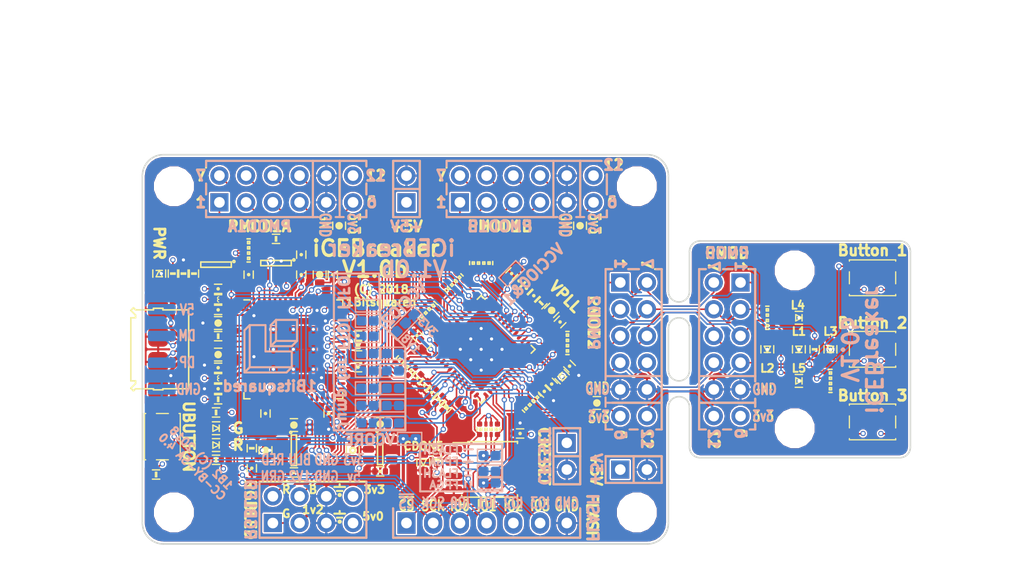
<source format=kicad_pcb>
(kicad_pcb (version 20171130) (host pcbnew 5.0.0-fee4fd1~66~ubuntu18.04.1)
  (title_block (title iCEBreaker) (rev V1.0b) (company 1BitSquared) (comment 1 "(C) 2018 Piotr Esden-Tempski <piotr@1bitsquared.com>") (comment 2 "(C) 2018 1BitSquared <info@1bitsquared.com>") (comment 3 "License: CC-BY-SA 4.0"))
  (layers (0 F.Cu signal) (1 In1.Cu signal) (2 In2.Cu signal) (31 B.Cu signal) (34 B.Paste user) (35 F.Paste user) (36 B.SilkS user) (37 F.SilkS user) (38 B.Mask user) (39 F.Mask user) (44 Edge.Cuts user))
  (net 0 "")
  (net 1 /~LEDG)
  (net 2 /xFIFO_~WR)
  (net 3 +3V3)
  (net 4 /iCE_SS_B)
  (net 5 +1V2)
  (net 6 /xFIFO_WKUP)
  (net 7 /~BUTTON)
  (net 8 /~LEDR)
  (net 9 /xFIFO_~RD)
  (net 10 /xFIFO_~RXF)
  (net 11 /P2_4)
  (net 12 /P2_9)
  (net 13 /xFIFO_D7)
  (net 14 /xFIFO_D6)
  (net 15 /P2_3)
  (net 16 /P2_8)
  (net 17 /xFIFO_D5)
  (net 18 /xFIFO_D4)
  (net 19 /P2_2)
  (net 20 /P2_7)
  (net 21 /xFIFO_D3)
  (net 22 /xFIFO_D2)
  (net 23 /P2_1)
  (net 24 /xFIFO_~TXE)
  (net 25 /P2_10)
  (net 26 GND)
  (net 27 "Net-(R6-Pad1)")
  (net 28 "Net-(R2-Pad1)")
  (net 29 "Net-(R7-Pad2)")
  (net 30 /FTDI_CLK)
  (net 31 "Net-(C3-Pad1)")
  (net 32 +5V)
  (net 33 "Net-(C11-Pad1)")
  (net 34 /iCE_SCK)
  (net 35 "Net-(U4-Pad3)")
  (net 36 "Net-(C12-Pad1)")
  (net 37 "Net-(R8-Pad1)")
  (net 38 "Net-(C13-Pad1)")
  (net 39 +1V8)
  (net 40 "Net-(R9-Pad1)")
  (net 41 "Net-(U4-Pad19)")
  (net 42 "Net-(U4-Pad22)")
  (net 43 /iCE_CDONE)
  (net 44 /iCE_CRESET)
  (net 45 "Net-(U4-Pad26)")
  (net 46 "Net-(U4-Pad27)")
  (net 47 "Net-(U4-Pad28)")
  (net 48 "Net-(U4-Pad29)")
  (net 49 "Net-(U4-Pad30)")
  (net 50 "Net-(U4-Pad32)")
  (net 51 "Net-(U4-Pad33)")
  (net 52 "Net-(U4-Pad34)")
  (net 53 "Net-(U4-Pad36)")
  (net 54 "Net-(U4-Pad57)")
  (net 55 "Net-(U4-Pad58)")
  (net 56 "Net-(U4-Pad59)")
  (net 57 "Net-(U4-Pad60)")
  (net 58 /P1B9)
  (net 59 /P1B10)
  (net 60 /P1B4)
  (net 61 /P1A1)
  (net 62 /P1A7)
  (net 63 /P1A2)
  (net 64 /P1A8)
  (net 65 /P1A3)
  (net 66 /P1A9)
  (net 67 /P1A4)
  (net 68 /P1A10)
  (net 69 /~LED_RED)
  (net 70 /~LED_GRN)
  (net 71 /~LED_BLU)
  (net 72 /P1B1)
  (net 73 /P1B7)
  (net 74 /P1B2)
  (net 75 /P1B8)
  (net 76 /P1B3)
  (net 77 "Net-(D6-PadA)")
  (net 78 "Net-(D9-PadA)")
  (net 79 "Net-(D7-PadA)")
  (net 80 "Net-(D10-PadA)")
  (net 81 /shield)
  (net 82 "Net-(D8-PadA)")
  (net 83 "Net-(D1-PadA)")
  (net 84 "Net-(D4-PadA)")
  (net 85 "Net-(D5-PadA)")
  (net 86 "Net-(P1-Pad4)")
  (net 87 "Net-(C35-Pad1)")
  (net 88 "Net-(R2-Pad5)")
  (net 89 "Net-(R2-Pad3)")
  (net 90 "Net-(C39-Pad1)")
  (net 91 "Net-(U7-Pad2)")
  (net 92 /P1A1x)
  (net 93 /P1A7x)
  (net 94 /P1A2x)
  (net 95 /P1A8x)
  (net 96 /P2_4x)
  (net 97 /P2_3x)
  (net 98 /P2_2x)
  (net 99 /P2_1x)
  (net 100 /P1B7x)
  (net 101 /P1B8x)
  (net 102 /P1B9x)
  (net 103 /P1B10x)
  (net 104 /P2_10x)
  (net 105 /P2_9x)
  (net 106 /P2_8x)
  (net 107 /P2_7x)
  (net 108 /P1B1x)
  (net 109 /P1B2x)
  (net 110 /P1B3x)
  (net 111 /P1B4x)
  (net 112 /P1A10x)
  (net 113 /P1A4x)
  (net 114 /P1A9x)
  (net 115 /P1A3x)
  (net 116 /USB_DP)
  (net 117 /USB_DM)
  (net 118 /Tx_TTL|FIFO_D1)
  (net 119 /Rx_TTL|FIFO_D0)
  (net 120 /FLASH_MISO|IO1)
  (net 121 /FLASH_MOSI|IO0)
  (net 122 /FLASH_~WP~|IO2)
  (net 123 /FLASH_~HLD~|~RST~|IO3)
  (net 124 /FLASH_CS)
  (net 125 /xFIFO_D1)
  (net 126 /xFIFO_D0)
  (net 127 /VCCIO_2)
  (net 128 /VCCIO_0|1)
  (net 129 /VCCPLL)
  (net 130 /VCORE)
  (net 131 /xiCE_CRESET)
  (net 132 /iCE_SO)
  (net 133 /iCE_SI)
  (module pkl_buttons_switches:SW_SPST_3x4x2.5 (layer F.Cu) (at 99.4 40.7)
    (fp_text reference SW2)
    (fp_text value TACT)
    (pad 2 smd roundrect (at 2.3 1.125) (size 1 0.7) (layers F.Cu F.Paste F.Mask) (net 3 +3V3))
    (pad 2 smd roundrect (at -2.3 1.125) (size 1 0.7) (layers F.Cu F.Paste F.Mask) (net 3 +3V3))
    (pad 1 smd roundrect (at 2.3 -1.125) (size 1 0.7) (layers F.Cu F.Paste F.Mask) (net 105 /P2_9x))
    (pad 1 smd roundrect (at -2.3 -1.125) (size 1 0.7) (layers F.Cu F.Paste F.Mask) (net 105 /P2_9x))
  )
  (module pkl_buttons_switches:SW_SPST_3x4x2.5 (layer F.Cu) (at 99.4 47.5)
    (fp_text reference SW3)
    (fp_text value TACT)
    (pad 2 smd roundrect (at 2.3 1.125) (size 1 0.7) (layers F.Cu F.Paste F.Mask) (net 3 +3V3))
    (pad 2 smd roundrect (at -2.3 1.125) (size 1 0.7) (layers F.Cu F.Paste F.Mask) (net 3 +3V3))
    (pad 1 smd roundrect (at 2.3 -1.125) (size 1 0.7) (layers F.Cu F.Paste F.Mask) (net 96 /P2_4x))
    (pad 1 smd roundrect (at -2.3 -1.125) (size 1 0.7) (layers F.Cu F.Paste F.Mask) (net 96 /P2_4x))
  )
  (module pkl_buttons_switches:SW_SPST_3x4x2.5 (layer F.Cu) (at 99.4 54.4)
    (fp_text reference SW4)
    (fp_text value TACT)
    (pad 2 smd roundrect (at 2.3 1.125) (size 1 0.7) (layers F.Cu F.Paste F.Mask) (net 3 +3V3))
    (pad 2 smd roundrect (at -2.3 1.125) (size 1 0.7) (layers F.Cu F.Paste F.Mask) (net 3 +3V3))
    (pad 1 smd roundrect (at 2.3 -1.125) (size 1 0.7) (layers F.Cu F.Paste F.Mask) (net 104 /P2_10x))
    (pad 1 smd roundrect (at -2.3 -1.125) (size 1 0.7) (layers F.Cu F.Paste F.Mask) (net 104 /P2_10x))
  )
  (module pkl_buttons_switches:SW_SPST_3x4x2.5 (layer F.Cu) (at 31.9 55.8 270)
    (fp_text reference SW1)
    (fp_text value TACT)
    (pad 2 smd roundrect (at 2.3 1.125 270) (size 1 0.7) (layers F.Cu F.Paste F.Mask) (net 26 GND))
    (pad 2 smd roundrect (at -2.3 1.125 270) (size 1 0.7) (layers F.Cu F.Paste F.Mask) (net 26 GND))
    (pad 1 smd roundrect (at 2.3 -1.125 270) (size 1 0.7) (layers F.Cu F.Paste F.Mask) (net 7 /~BUTTON))
    (pad 1 smd roundrect (at -2.3 -1.125 270) (size 1 0.7) (layers F.Cu F.Paste F.Mask) (net 7 /~BUTTON))
  )
  (module pkl_jumpers:J_NCNO_0903_30 (layer B.Cu) (at 55 45 225)
    (fp_text reference J17)
    (fp_text value Jumper)
    (fp_line (start -0.775 0) (end -0.375 0) (layer B.Cu) (width 0.3))
    (pad 1 smd roundrect (at -1.15 0 225) (size 0.95 0.9) (layers B.Cu B.Paste B.Mask) (net 3 +3V3))
    (pad 2 smd roundrect (at 0 0 225) (size 0.95 0.9) (layers B.Cu B.Paste B.Mask) (net 127 /VCCIO_2))
    (pad 3 smd roundrect (at 1.15 0 225) (size 0.95 0.9) (layers B.Cu B.Paste B.Mask) (net 39 +1V8))
  )
  (module Pin_Headers:Pin_Header_Straight_1x07 (layer F.Cu) (at 55.1 64.01 90)
    (fp_text reference J20)
    (fp_text value Flash)
    (pad 1 thru_hole rect (at 0 0 90) (size 2.032 1.7272) (drill 1.016) (layers *.Cu *.Mask) (net 124 /FLASH_CS))
    (pad 2 thru_hole oval (at 0 2.54 90) (size 2.032 1.7272) (drill 1.016) (layers *.Cu *.Mask) (net 34 /iCE_SCK))
    (pad 3 thru_hole oval (at 0 5.08 90) (size 2.032 1.7272) (drill 1.016) (layers *.Cu *.Mask) (net 121 /FLASH_MOSI|IO0))
    (pad 4 thru_hole oval (at 0 7.62 90) (size 2.032 1.7272) (drill 1.016) (layers *.Cu *.Mask) (net 120 /FLASH_MISO|IO1))
    (pad 5 thru_hole oval (at 0 10.16 90) (size 2.032 1.7272) (drill 1.016) (layers *.Cu *.Mask) (net 122 /FLASH_~WP~|IO2))
    (pad 6 thru_hole oval (at 0 12.7 90) (size 2.032 1.7272) (drill 1.016) (layers *.Cu *.Mask) (net 123 /FLASH_~HLD~|~RST~|IO3))
    (pad 7 thru_hole oval (at 0 15.24 90) (size 2.032 1.7272) (drill 1.016) (layers *.Cu *.Mask) (net 26 GND))
  )
  (module Pin_Headers:Pin_Header_Straight_2x04 (layer F.Cu) (at 42.4 64.01 90)
    (fp_text reference J25)
    (fp_text value "RGB Led")
    (pad 1 thru_hole rect (at 0 0 90) (size 1.7272 1.7272) (drill 1.016) (layers *.Cu *.Mask) (net 70 /~LED_GRN))
    (pad 2 thru_hole oval (at 2.54 0 90) (size 1.7272 1.7272) (drill 1.016) (layers *.Cu *.Mask) (net 69 /~LED_RED))
    (pad 3 thru_hole oval (at 0 2.54 90) (size 1.7272 1.7272) (drill 1.016) (layers *.Cu *.Mask) (net 5 +1V2))
    (pad 4 thru_hole oval (at 2.54 2.54 90) (size 1.7272 1.7272) (drill 1.016) (layers *.Cu *.Mask) (net 71 /~LED_BLU))
    (pad 5 thru_hole oval (at 0 5.08 90) (size 1.7272 1.7272) (drill 1.016) (layers *.Cu *.Mask) (net 26 GND))
    (pad 6 thru_hole oval (at 2.54 5.08 90) (size 1.7272 1.7272) (drill 1.016) (layers *.Cu *.Mask) (net 26 GND))
    (pad 7 thru_hole oval (at 0 7.62 90) (size 1.7272 1.7272) (drill 1.016) (layers *.Cu *.Mask) (net 32 +5V))
    (pad 8 thru_hole oval (at 2.54 7.62 90) (size 1.7272 1.7272) (drill 1.016) (layers *.Cu *.Mask) (net 3 +3V3))
  )
  (module Connector_PinHeader_2.54mm:PinHeader_2x01_P2.54mm_Vertical (layer F.Cu) (at 70.34 56.39 270)
    (fp_text reference J28)
    (fp_text value CRESET)
    (pad 2 thru_hole oval (at 2.54 0 270) (size 1.7 1.7) (drill 1) (layers *.Cu *.Mask) (net 26 GND))
    (pad 1 thru_hole rect (at 0 0 270) (size 1.7 1.7) (drill 1) (layers *.Cu *.Mask) (net 44 /iCE_CRESET))
  )
  (module Pin_Headers:Pin_Header_Straight_2x01 (layer F.Cu) (at 75.42 58.93)
    (fp_text reference J27)
    (fp_text value "5V AUX")
    (pad 1 thru_hole rect (at 0 0) (size 1.7272 1.7272) (drill 1.016) (layers *.Cu *.Mask) (net 32 +5V))
    (pad 2 thru_hole oval (at 2.54 0) (size 1.7272 1.7272) (drill 1.016) (layers *.Cu *.Mask) (net 26 GND))
  )
  (module Pin_Headers:Pin_Header_Straight_2x01 (layer F.Cu) (at 55.1 33.53 90)
    (fp_text reference J26)
    (fp_text value "5V AUX")
    (pad 1 thru_hole rect (at 0 0 90) (size 1.7272 1.7272) (drill 1.016) (layers *.Cu *.Mask) (net 32 +5V))
    (pad 2 thru_hole oval (at 2.54 0 90) (size 1.7272 1.7272) (drill 1.016) (layers *.Cu *.Mask) (net 26 GND))
  )
  (module Pin_Headers:Pin_Header_Straight_2x06 (layer F.Cu) (at 86.85 53.85 180)
    (fp_text reference J24)
    (fp_text value PMOD)
    (pad 6 thru_hole circle (at 0 0 180) (size 1.7272 1.7272) (drill 1.016) (layers *.Cu *.Mask) (net 3 +3V3))
    (pad 12 thru_hole oval (at 2.54 0 180) (size 1.7272 1.7272) (drill 1.016) (layers *.Cu *.Mask) (net 3 +3V3))
    (pad 5 thru_hole oval (at 0 2.54 180) (size 1.7272 1.7272) (drill 1.016) (layers *.Cu *.Mask) (net 26 GND))
    (pad 11 thru_hole oval (at 2.54 2.54 180) (size 1.7272 1.7272) (drill 1.016) (layers *.Cu *.Mask) (net 26 GND))
    (pad 4 thru_hole oval (at 0 5.08 180) (size 1.7272 1.7272) (drill 1.016) (layers *.Cu *.Mask) (net 96 /P2_4x))
    (pad 10 thru_hole oval (at 2.54 5.08 180) (size 1.7272 1.7272) (drill 1.016) (layers *.Cu *.Mask) (net 104 /P2_10x))
    (pad 3 thru_hole oval (at 0 7.62 180) (size 1.7272 1.7272) (drill 1.016) (layers *.Cu *.Mask) (net 97 /P2_3x))
    (pad 9 thru_hole oval (at 2.54 7.62 180) (size 1.7272 1.7272) (drill 1.016) (layers *.Cu *.Mask) (net 105 /P2_9x))
    (pad 2 thru_hole oval (at 0 10.16 180) (size 1.7272 1.7272) (drill 1.016) (layers *.Cu *.Mask) (net 98 /P2_2x))
    (pad 8 thru_hole oval (at 2.54 10.16 180) (size 1.7272 1.7272) (drill 1.016) (layers *.Cu *.Mask) (net 106 /P2_8x))
    (pad 1 thru_hole rect (at 0 12.7 180) (size 1.7272 1.7272) (drill 1.016) (layers *.Cu *.Mask) (net 99 /P2_1x))
    (pad 7 thru_hole oval (at 2.54 12.7 180) (size 1.7272 1.7272) (drill 1.016) (layers *.Cu *.Mask) (net 107 /P2_7x))
  )
  (module Socket_Strips:Socket_Strip_Straight_2x06 (layer F.Cu) (at 75.42 53.85 90)
    (fp_text reference J23)
    (fp_text value PMOD)
    (pad 6 thru_hole circle (at 0 0 90) (size 1.7272 1.7272) (drill 1.016) (layers *.Cu *.Mask) (net 3 +3V3))
    (pad 12 thru_hole oval (at 0 2.54 90) (size 1.7272 1.7272) (drill 1.016) (layers *.Cu *.Mask) (net 3 +3V3))
    (pad 5 thru_hole oval (at 2.54 0 90) (size 1.7272 1.7272) (drill 1.016) (layers *.Cu *.Mask) (net 26 GND))
    (pad 11 thru_hole oval (at 2.54 2.54 90) (size 1.7272 1.7272) (drill 1.016) (layers *.Cu *.Mask) (net 26 GND))
    (pad 4 thru_hole oval (at 5.08 0 90) (size 1.7272 1.7272) (drill 1.016) (layers *.Cu *.Mask) (net 96 /P2_4x))
    (pad 10 thru_hole oval (at 5.08 2.54 90) (size 1.7272 1.7272) (drill 1.016) (layers *.Cu *.Mask) (net 104 /P2_10x))
    (pad 3 thru_hole oval (at 7.62 0 90) (size 1.7272 1.7272) (drill 1.016) (layers *.Cu *.Mask) (net 97 /P2_3x))
    (pad 9 thru_hole oval (at 7.62 2.54 90) (size 1.7272 1.7272) (drill 1.016) (layers *.Cu *.Mask) (net 105 /P2_9x))
    (pad 2 thru_hole oval (at 10.16 0 90) (size 1.7272 1.7272) (drill 1.016) (layers *.Cu *.Mask) (net 98 /P2_2x))
    (pad 8 thru_hole oval (at 10.16 2.54 90) (size 1.7272 1.7272) (drill 1.016) (layers *.Cu *.Mask) (net 106 /P2_8x))
    (pad 1 thru_hole rect (at 12.7 0 90) (size 1.7272 1.7272) (drill 1.016) (layers *.Cu *.Mask) (net 99 /P2_1x))
    (pad 7 thru_hole oval (at 12.7 2.54 90) (size 1.7272 1.7272) (drill 1.016) (layers *.Cu *.Mask) (net 107 /P2_7x))
  )
  (module Socket_Strips:Socket_Strip_Angled_2x06 (layer F.Cu) (at 72.88 33.53 180)
    (fp_text reference J22)
    (fp_text value PMOD)
    (pad 7 thru_hole oval (at 12.7 2.54 180) (size 1.7272 1.7272) (drill 1.016) (layers *.Cu *.Mask) (net 100 /P1B7x))
    (pad 1 thru_hole rect (at 12.7 0 180) (size 1.7272 1.7272) (drill 1.016) (layers *.Cu *.Mask) (net 108 /P1B1x))
    (pad 8 thru_hole oval (at 10.16 2.54 180) (size 1.7272 1.7272) (drill 1.016) (layers *.Cu *.Mask) (net 101 /P1B8x))
    (pad 2 thru_hole oval (at 10.16 0 180) (size 1.7272 1.7272) (drill 1.016) (layers *.Cu *.Mask) (net 109 /P1B2x))
    (pad 9 thru_hole oval (at 7.62 2.54 180) (size 1.7272 1.7272) (drill 1.016) (layers *.Cu *.Mask) (net 102 /P1B9x))
    (pad 3 thru_hole oval (at 7.62 0 180) (size 1.7272 1.7272) (drill 1.016) (layers *.Cu *.Mask) (net 110 /P1B3x))
    (pad 10 thru_hole oval (at 5.08 2.54 180) (size 1.7272 1.7272) (drill 1.016) (layers *.Cu *.Mask) (net 103 /P1B10x))
    (pad 4 thru_hole oval (at 5.08 0 180) (size 1.7272 1.7272) (drill 1.016) (layers *.Cu *.Mask) (net 111 /P1B4x))
    (pad 11 thru_hole oval (at 2.54 2.54 180) (size 1.7272 1.7272) (drill 1.016) (layers *.Cu *.Mask) (net 26 GND))
    (pad 5 thru_hole oval (at 2.54 0 180) (size 1.7272 1.7272) (drill 1.016) (layers *.Cu *.Mask) (net 26 GND))
    (pad 12 thru_hole oval (at 0 2.54 180) (size 1.7272 1.7272) (drill 1.016) (layers *.Cu *.Mask) (net 3 +3V3))
    (pad 6 thru_hole circle (at 0 0 180) (size 1.7272 1.7272) (drill 1.016) (layers *.Cu *.Mask) (net 3 +3V3))
  )
  (module Socket_Strips:Socket_Strip_Angled_2x06 (layer F.Cu) (at 50.02 33.53 180)
    (fp_text reference J21)
    (fp_text value PMOD)
    (pad 6 thru_hole circle (at 0 0 180) (size 1.7272 1.7272) (drill 1.016) (layers *.Cu *.Mask) (net 3 +3V3))
    (pad 12 thru_hole oval (at 0 2.54 180) (size 1.7272 1.7272) (drill 1.016) (layers *.Cu *.Mask) (net 3 +3V3))
    (pad 5 thru_hole oval (at 2.54 0 180) (size 1.7272 1.7272) (drill 1.016) (layers *.Cu *.Mask) (net 26 GND))
    (pad 11 thru_hole oval (at 2.54 2.54 180) (size 1.7272 1.7272) (drill 1.016) (layers *.Cu *.Mask) (net 26 GND))
    (pad 4 thru_hole oval (at 5.08 0 180) (size 1.7272 1.7272) (drill 1.016) (layers *.Cu *.Mask) (net 113 /P1A4x))
    (pad 10 thru_hole oval (at 5.08 2.54 180) (size 1.7272 1.7272) (drill 1.016) (layers *.Cu *.Mask) (net 112 /P1A10x))
    (pad 3 thru_hole oval (at 7.62 0 180) (size 1.7272 1.7272) (drill 1.016) (layers *.Cu *.Mask) (net 115 /P1A3x))
    (pad 9 thru_hole oval (at 7.62 2.54 180) (size 1.7272 1.7272) (drill 1.016) (layers *.Cu *.Mask) (net 114 /P1A9x))
    (pad 2 thru_hole oval (at 10.16 0 180) (size 1.7272 1.7272) (drill 1.016) (layers *.Cu *.Mask) (net 94 /P1A2x))
    (pad 8 thru_hole oval (at 10.16 2.54 180) (size 1.7272 1.7272) (drill 1.016) (layers *.Cu *.Mask) (net 95 /P1A8x))
    (pad 1 thru_hole rect (at 12.7 0 180) (size 1.7272 1.7272) (drill 1.016) (layers *.Cu *.Mask) (net 92 /P1A1x))
    (pad 7 thru_hole oval (at 12.7 2.54 180) (size 1.7272 1.7272) (drill 1.016) (layers *.Cu *.Mask) (net 93 /P1A7x))
  )
  (module pkl_dipol:R_0402 (layer F.Cu) (at 58.9 53 225)
    (fp_text reference R26)
    (fp_text value 2k2)
    (pad 1 smd roundrect (at -0.499999 0 225) (size 0.5 0.6) (layers F.Cu F.Paste F.Mask) (net 44 /iCE_CRESET))
    (pad 2 smd roundrect (at 0.499999 0 225) (size 0.5 0.6) (layers F.Cu F.Paste F.Mask) (net 131 /xiCE_CRESET))
  )
  (module pkl_dipol:R_0402 (layer F.Cu) (at 50.5 47.2)
    (fp_text reference R25)
    (fp_text value 10k)
    (pad 1 smd roundrect (at -0.5 0) (size 0.5 0.6) (layers F.Cu F.Paste F.Mask) (net 21 /xFIFO_D3))
    (pad 2 smd roundrect (at 0.5 0) (size 0.5 0.6) (layers F.Cu F.Paste F.Mask) (net 26 GND))
  )
  (module pkl_jumpers:J_NC_0603_15 (layer B.Cu) (at 53.8 52.85)
    (fp_text reference J1)
    (fp_text value Jumper)
    (fp_line (start -0.2 0) (end 0.2 0) (layer B.Cu) (width 0.15))
    (pad 1 smd roundrect (at -0.575 0) (size 0.95 0.9) (layers B.Cu B.Paste B.Mask) (net 126 /xFIFO_D0))
    (pad 2 smd roundrect (at 0.575 0) (size 0.95 0.9) (layers B.Cu B.Paste B.Mask) (net 119 /Rx_TTL|FIFO_D0))
  )
  (module pkl_jumpers:J_NC_0603_15 (layer B.Cu) (at 51.4 52.85)
    (fp_text reference J2)
    (fp_text value Jumper)
    (fp_line (start -0.2 0) (end 0.2 0) (layer B.Cu) (width 0.15))
    (pad 2 smd roundrect (at 0.575 0) (size 0.95 0.9) (layers B.Cu B.Paste B.Mask) (net 118 /Tx_TTL|FIFO_D1))
    (pad 1 smd roundrect (at -0.575 0) (size 0.95 0.9) (layers B.Cu B.Paste B.Mask) (net 125 /xFIFO_D1))
  )
  (module pkl_jumpers:J_NC_0603_15 (layer B.Cu) (at 63 59.1 180)
    (fp_text reference J16)
    (fp_text value Jumper)
    (fp_line (start -0.2 0) (end 0.2 0) (layer B.Cu) (width 0.15))
    (pad 1 smd roundrect (at -0.575 0 180) (size 0.95 0.9) (layers B.Cu B.Paste B.Mask) (net 133 /iCE_SI))
    (pad 2 smd roundrect (at 0.575 0 180) (size 0.95 0.9) (layers B.Cu B.Paste B.Mask) (net 120 /FLASH_MISO|IO1))
  )
  (module pkl_jumpers:J_NC_0603_15 (layer B.Cu) (at 63 57.6)
    (fp_text reference J18)
    (fp_text value Jumper)
    (fp_line (start -0.2 0) (end 0.2 0) (layer B.Cu) (width 0.15))
    (pad 2 smd roundrect (at 0.575 0) (size 0.95 0.9) (layers B.Cu B.Paste B.Mask) (net 4 /iCE_SS_B))
    (pad 1 smd roundrect (at -0.575 0) (size 0.95 0.9) (layers B.Cu B.Paste B.Mask) (net 124 /FLASH_CS))
  )
  (module pkl_jumpers:J_NC_0603_15 (layer B.Cu) (at 63 60.2 180)
    (fp_text reference J15)
    (fp_text value Jumper)
    (fp_line (start -0.2 0) (end 0.2 0) (layer B.Cu) (width 0.15))
    (pad 1 smd roundrect (at -0.575 0 180) (size 0.95 0.9) (layers B.Cu B.Paste B.Mask) (net 121 /FLASH_MOSI|IO0))
    (pad 2 smd roundrect (at 0.575 0 180) (size 0.95 0.9) (layers B.Cu B.Paste B.Mask) (net 132 /iCE_SO))
  )
  (module pkl_jumpers:J_NC_0603_30 (layer B.Cu) (at 65.1 40.3 45)
    (fp_text reference J19)
    (fp_text value Jumper)
    (fp_line (start -0.2 0) (end 0.2 0) (layer B.Cu) (width 0.3))
    (pad 2 smd roundrect (at 0.574999 0 45) (size 0.95 0.9) (layers B.Cu B.Paste B.Mask) (net 3 +3V3))
    (pad 1 smd roundrect (at -0.574999 0 45) (size 0.95 0.9) (layers B.Cu B.Paste B.Mask) (net 128 /VCCIO_0|1))
  )
  (module pkl_jumpers:J_NC_0603_30 (layer B.Cu) (at 55.4 56 180)
    (fp_text reference J14)
    (fp_text value Jumper)
    (fp_line (start -0.2 0) (end 0.2 0) (layer B.Cu) (width 0.3))
    (pad 2 smd roundrect (at 0.575 0 180) (size 0.95 0.9) (layers B.Cu B.Paste B.Mask) (net 5 +1V2))
    (pad 1 smd roundrect (at -0.575 0 180) (size 0.95 0.9) (layers B.Cu B.Paste B.Mask) (net 130 /VCORE))
  )
  (module pkl_jumpers:J_0603 (layer B.Cu) (at 51.4 43.35)
    (fp_text reference J12)
    (fp_text value Jumper hide)
    (pad 2 smd roundrect (at 0.575 0) (size 0.95 0.9) (layers B.Cu B.Paste B.Mask) (net 1 /~LEDG))
    (pad 1 smd roundrect (at -0.575 0) (size 0.95 0.9) (layers B.Cu B.Paste B.Mask) (net 2 /xFIFO_~WR))
  )
  (module pkl_jumpers:J_0603 (layer B.Cu) (at 51.4 44.8)
    (fp_text reference J10)
    (fp_text value Jumper hide)
    (pad 2 smd roundrect (at 0.575 0) (size 0.95 0.9) (layers B.Cu B.Paste B.Mask) (net 23 /P2_1))
    (pad 1 smd roundrect (at -0.575 0) (size 0.95 0.9) (layers B.Cu B.Paste B.Mask) (net 24 /xFIFO_~TXE))
  )
  (module pkl_jumpers:J_0603 (layer B.Cu) (at 53.8 51.2)
    (fp_text reference J3)
    (fp_text value Jumper hide)
    (pad 2 smd roundrect (at 0.575 0) (size 0.95 0.9) (layers B.Cu B.Paste B.Mask) (net 25 /P2_10))
    (pad 1 smd roundrect (at -0.575 0) (size 0.95 0.9) (layers B.Cu B.Paste B.Mask) (net 22 /xFIFO_D2))
  )
  (module pkl_jumpers:J_0603 (layer B.Cu) (at 51.4 51.2)
    (fp_text reference J4)
    (fp_text value Jumper hide)
    (pad 2 smd roundrect (at 0.575 0) (size 0.95 0.9) (layers B.Cu B.Paste B.Mask) (net 11 /P2_4))
    (pad 1 smd roundrect (at -0.575 0) (size 0.95 0.9) (layers B.Cu B.Paste B.Mask) (net 21 /xFIFO_D3))
  )
  (module pkl_jumpers:J_0603 (layer B.Cu) (at 53.8 49.55)
    (fp_text reference J5)
    (fp_text value Jumper hide)
    (pad 2 smd roundrect (at 0.575 0) (size 0.95 0.9) (layers B.Cu B.Paste B.Mask) (net 12 /P2_9))
    (pad 1 smd roundrect (at -0.575 0) (size 0.95 0.9) (layers B.Cu B.Paste B.Mask) (net 18 /xFIFO_D4))
  )
  (module pkl_jumpers:J_0603 (layer B.Cu) (at 51.4 49.55)
    (fp_text reference J6)
    (fp_text value Jumper hide)
    (pad 2 smd roundrect (at 0.575 0) (size 0.95 0.9) (layers B.Cu B.Paste B.Mask) (net 15 /P2_3))
    (pad 1 smd roundrect (at -0.575 0) (size 0.95 0.9) (layers B.Cu B.Paste B.Mask) (net 17 /xFIFO_D5))
  )
  (module pkl_jumpers:J_0603 (layer B.Cu) (at 53.8 47.9)
    (fp_text reference J7)
    (fp_text value Jumper hide)
    (pad 2 smd roundrect (at 0.575 0) (size 0.95 0.9) (layers B.Cu B.Paste B.Mask) (net 16 /P2_8))
    (pad 1 smd roundrect (at -0.575 0) (size 0.95 0.9) (layers B.Cu B.Paste B.Mask) (net 14 /xFIFO_D6))
  )
  (module pkl_jumpers:J_0603 (layer B.Cu) (at 51.4 47.9)
    (fp_text reference J8)
    (fp_text value Jumper hide)
    (pad 2 smd roundrect (at 0.575 0) (size 0.95 0.9) (layers B.Cu B.Paste B.Mask) (net 19 /P2_2))
    (pad 1 smd roundrect (at -0.575 0) (size 0.95 0.9) (layers B.Cu B.Paste B.Mask) (net 13 /xFIFO_D7))
  )
  (module pkl_jumpers:J_0603 (layer B.Cu) (at 51.4 46.25)
    (fp_text reference J9)
    (fp_text value Jumper hide)
    (pad 2 smd roundrect (at 0.575 0) (size 0.95 0.9) (layers B.Cu B.Paste B.Mask) (net 20 /P2_7))
    (pad 1 smd roundrect (at -0.575 0) (size 0.95 0.9) (layers B.Cu B.Paste B.Mask) (net 10 /xFIFO_~RXF))
  )
  (module pkl_jumpers:J_0603 (layer B.Cu) (at 51.4 54.5)
    (fp_text reference J11)
    (fp_text value Jumper hide)
    (pad 2 smd roundrect (at 0.575 0) (size 0.95 0.9) (layers B.Cu B.Paste B.Mask) (net 8 /~LEDR))
    (pad 1 smd roundrect (at -0.575 0) (size 0.95 0.9) (layers B.Cu B.Paste B.Mask) (net 9 /xFIFO_~RD))
  )
  (module pkl_jumpers:J_0603 (layer B.Cu) (at 53.8 54.5)
    (fp_text reference J13)
    (fp_text value Jumper hide)
    (pad 2 smd roundrect (at 0.575 0) (size 0.95 0.9) (layers B.Cu B.Paste B.Mask) (net 7 /~BUTTON))
    (pad 1 smd roundrect (at -0.575 0) (size 0.95 0.9) (layers B.Cu B.Paste B.Mask) (net 6 /xFIFO_WKUP))
  )
  (module pkl_logos:1b2_Logo_SilkS_5mm (layer B.Cu) (at 42.2 47.2 180)
    (fp_text reference REF** hide)
    (fp_text value 1b2_Logo_SilkS_5mm hide)
  )
  (module pkl_dipol:R_Array_Convex_4x0402 (layer F.Cu) (at 57.105546 43.866206 135)
    (fp_text reference R23)
    (fp_text value 33E)
    (pad 8 smd roundrect (at 0.5 0.85 135) (size 0.5 0.5) (layers F.Cu F.Paste F.Mask) (net 112 /P1A10x))
    (pad 6 smd roundrect (at 0.5 0.25 135) (size 0.5 0.3) (layers F.Cu F.Paste F.Mask) (net 113 /P1A4x))
    (pad 4 smd roundrect (at 0.5 -0.25 135) (size 0.5 0.3) (layers F.Cu F.Paste F.Mask) (net 114 /P1A9x))
    (pad 2 smd roundrect (at 0.5 -0.85 135) (size 0.5 0.5) (layers F.Cu F.Paste F.Mask) (net 115 /P1A3x))
    (pad 7 smd roundrect (at -0.5 0.85 135) (size 0.5 0.5) (layers F.Cu F.Paste F.Mask) (net 68 /P1A10))
    (pad 1 smd roundrect (at -0.5 -0.85 135) (size 0.5 0.5) (layers F.Cu F.Paste F.Mask) (net 65 /P1A3))
    (pad 5 smd roundrect (at -0.5 0.25 135) (size 0.5 0.3) (layers F.Cu F.Paste F.Mask) (net 67 /P1A4))
    (pad 3 smd roundrect (at -0.5 -0.25 135) (size 0.5 0.3) (layers F.Cu F.Paste F.Mask) (net 66 /P1A9))
  )
  (module pkl_dipol:R_Array_Convex_4x0402 (layer F.Cu) (at 62.2 39.3 90)
    (fp_text reference R24)
    (fp_text value 33E)
    (pad 8 smd roundrect (at 0.5 0.85 90) (size 0.5 0.5) (layers F.Cu F.Paste F.Mask) (net 103 /P1B10x))
    (pad 6 smd roundrect (at 0.5 0.25 90) (size 0.5 0.3) (layers F.Cu F.Paste F.Mask) (net 111 /P1B4x))
    (pad 4 smd roundrect (at 0.5 -0.25 90) (size 0.5 0.3) (layers F.Cu F.Paste F.Mask) (net 102 /P1B9x))
    (pad 2 smd roundrect (at 0.5 -0.85 90) (size 0.5 0.5) (layers F.Cu F.Paste F.Mask) (net 110 /P1B3x))
    (pad 7 smd roundrect (at -0.5 0.85 90) (size 0.5 0.5) (layers F.Cu F.Paste F.Mask) (net 59 /P1B10))
    (pad 1 smd roundrect (at -0.5 -0.85 90) (size 0.5 0.5) (layers F.Cu F.Paste F.Mask) (net 76 /P1B3))
    (pad 5 smd roundrect (at -0.5 0.25 90) (size 0.5 0.3) (layers F.Cu F.Paste F.Mask) (net 60 /P1B4))
    (pad 3 smd roundrect (at -0.5 -0.25 90) (size 0.5 0.3) (layers F.Cu F.Paste F.Mask) (net 58 /P1B9))
  )
  (module pkl_dipol:R_Array_Convex_4x0402 (layer F.Cu) (at 67 52.6 315)
    (fp_text reference R22)
    (fp_text value 33E)
    (pad 8 smd roundrect (at 0.5 0.85 315) (size 0.5 0.5) (layers F.Cu F.Paste F.Mask) (net 104 /P2_10x))
    (pad 6 smd roundrect (at 0.5 0.25 315) (size 0.5 0.3) (layers F.Cu F.Paste F.Mask) (net 96 /P2_4x))
    (pad 4 smd roundrect (at 0.5 -0.25 315) (size 0.5 0.3) (layers F.Cu F.Paste F.Mask) (net 105 /P2_9x))
    (pad 2 smd roundrect (at 0.5 -0.85 315) (size 0.5 0.5) (layers F.Cu F.Paste F.Mask) (net 97 /P2_3x))
    (pad 7 smd roundrect (at -0.5 0.85 315) (size 0.5 0.5) (layers F.Cu F.Paste F.Mask) (net 25 /P2_10))
    (pad 1 smd roundrect (at -0.5 -0.85 315) (size 0.5 0.5) (layers F.Cu F.Paste F.Mask) (net 15 /P2_3))
    (pad 5 smd roundrect (at -0.5 0.25 315) (size 0.5 0.3) (layers F.Cu F.Paste F.Mask) (net 11 /P2_4))
    (pad 3 smd roundrect (at -0.5 -0.25 315) (size 0.5 0.3) (layers F.Cu F.Paste F.Mask) (net 12 /P2_9))
  )
  (module pkl_dipol:R_Array_Convex_4x0402 (layer F.Cu) (at 40.1 38.1 180)
    (fp_text reference R2)
    (fp_text value 10k)
    (pad 3 smd roundrect (at -0.5 -0.25 180) (size 0.5 0.3) (layers F.Cu F.Paste F.Mask) (net 89 "Net-(R2-Pad3)"))
    (pad 5 smd roundrect (at -0.5 0.25 180) (size 0.5 0.3) (layers F.Cu F.Paste F.Mask) (net 88 "Net-(R2-Pad5)"))
    (pad 1 smd roundrect (at -0.5 -0.85 180) (size 0.5 0.5) (layers F.Cu F.Paste F.Mask) (net 28 "Net-(R2-Pad1)"))
    (pad 7 smd roundrect (at -0.5 0.85 180) (size 0.5 0.5) (layers F.Cu F.Paste F.Mask))
    (pad 2 smd roundrect (at 0.5 -0.85 180) (size 0.5 0.5) (layers F.Cu F.Paste F.Mask) (net 3 +3V3))
    (pad 4 smd roundrect (at 0.5 -0.25 180) (size 0.5 0.3) (layers F.Cu F.Paste F.Mask) (net 3 +3V3))
    (pad 6 smd roundrect (at 0.5 0.25 180) (size 0.5 0.3) (layers F.Cu F.Paste F.Mask) (net 3 +3V3))
    (pad 8 smd roundrect (at 0.5 0.85 180) (size 0.5 0.5) (layers F.Cu F.Paste F.Mask))
  )
  (module pkl_dipol:R_Array_Convex_4x0402 (layer F.Cu) (at 59.6 41.2 135)
    (fp_text reference R21)
    (fp_text value 33E)
    (pad 8 smd roundrect (at 0.5 0.85 135) (size 0.5 0.5) (layers F.Cu F.Paste F.Mask) (net 101 /P1B8x))
    (pad 6 smd roundrect (at 0.5 0.25 135) (size 0.5 0.3) (layers F.Cu F.Paste F.Mask) (net 109 /P1B2x))
    (pad 4 smd roundrect (at 0.5 -0.25 135) (size 0.5 0.3) (layers F.Cu F.Paste F.Mask) (net 100 /P1B7x))
    (pad 2 smd roundrect (at 0.5 -0.85 135) (size 0.5 0.5) (layers F.Cu F.Paste F.Mask) (net 108 /P1B1x))
    (pad 7 smd roundrect (at -0.5 0.85 135) (size 0.5 0.5) (layers F.Cu F.Paste F.Mask) (net 75 /P1B8))
    (pad 1 smd roundrect (at -0.5 -0.85 135) (size 0.5 0.5) (layers F.Cu F.Paste F.Mask) (net 72 /P1B1))
    (pad 5 smd roundrect (at -0.5 0.25 135) (size 0.5 0.3) (layers F.Cu F.Paste F.Mask) (net 74 /P1B2))
    (pad 3 smd roundrect (at -0.5 -0.25 135) (size 0.5 0.3) (layers F.Cu F.Paste F.Mask) (net 73 /P1B7))
  )
  (module pkl_dipol:R_Array_Convex_4x0402 (layer F.Cu) (at 70.4 46.9)
    (fp_text reference R4)
    (fp_text value 33E)
    (pad 8 smd roundrect (at 0.5 0.85) (size 0.5 0.5) (layers F.Cu F.Paste F.Mask) (net 106 /P2_8x))
    (pad 6 smd roundrect (at 0.5 0.25) (size 0.5 0.3) (layers F.Cu F.Paste F.Mask) (net 98 /P2_2x))
    (pad 4 smd roundrect (at 0.5 -0.25) (size 0.5 0.3) (layers F.Cu F.Paste F.Mask) (net 107 /P2_7x))
    (pad 2 smd roundrect (at 0.5 -0.85) (size 0.5 0.5) (layers F.Cu F.Paste F.Mask) (net 99 /P2_1x))
    (pad 7 smd roundrect (at -0.5 0.85) (size 0.5 0.5) (layers F.Cu F.Paste F.Mask) (net 16 /P2_8))
    (pad 1 smd roundrect (at -0.5 -0.85) (size 0.5 0.5) (layers F.Cu F.Paste F.Mask) (net 23 /P2_1))
    (pad 5 smd roundrect (at -0.5 0.25) (size 0.5 0.3) (layers F.Cu F.Paste F.Mask) (net 19 /P2_2))
    (pad 3 smd roundrect (at -0.5 -0.25) (size 0.5 0.3) (layers F.Cu F.Paste F.Mask) (net 20 /P2_7))
  )
  (module pkl_dipol:R_Array_Convex_4x0402 (layer F.Cu) (at 55 49 225)
    (fp_text reference R20)
    (fp_text value 33E)
    (pad 8 smd roundrect (at 0.5 0.85 225) (size 0.5 0.5) (layers F.Cu F.Paste F.Mask) (net 95 /P1A8x))
    (pad 6 smd roundrect (at 0.5 0.25 225) (size 0.5 0.3) (layers F.Cu F.Paste F.Mask) (net 94 /P1A2x))
    (pad 4 smd roundrect (at 0.5 -0.25 225) (size 0.5 0.3) (layers F.Cu F.Paste F.Mask) (net 93 /P1A7x))
    (pad 2 smd roundrect (at 0.5 -0.85 225) (size 0.5 0.5) (layers F.Cu F.Paste F.Mask) (net 92 /P1A1x))
    (pad 7 smd roundrect (at -0.5 0.85 225) (size 0.5 0.5) (layers F.Cu F.Paste F.Mask) (net 64 /P1A8))
    (pad 1 smd roundrect (at -0.5 -0.85 225) (size 0.5 0.5) (layers F.Cu F.Paste F.Mask) (net 61 /P1A1))
    (pad 5 smd roundrect (at -0.5 0.25 225) (size 0.5 0.3) (layers F.Cu F.Paste F.Mask) (net 63 /P1A2))
    (pad 3 smd roundrect (at -0.5 -0.25 225) (size 0.5 0.3) (layers F.Cu F.Paste F.Mask) (net 62 /P1A7))
  )
  (module pkl_dipol:R_Array_Convex_4x0402 (layer F.Cu) (at 62.9 55.1 270)
    (fp_text reference R11)
    (fp_text value 10k)
    (pad 8 smd roundrect (at 0.5 0.85 270) (size 0.5 0.5) (layers F.Cu F.Paste F.Mask) (net 122 /FLASH_~WP~|IO2))
    (pad 6 smd roundrect (at 0.5 0.25 270) (size 0.5 0.3) (layers F.Cu F.Paste F.Mask) (net 124 /FLASH_CS))
    (pad 4 smd roundrect (at 0.5 -0.25 270) (size 0.5 0.3) (layers F.Cu F.Paste F.Mask) (net 34 /iCE_SCK))
    (pad 2 smd roundrect (at 0.5 -0.85 270) (size 0.5 0.5) (layers F.Cu F.Paste F.Mask) (net 123 /FLASH_~HLD~|~RST~|IO3))
    (pad 7 smd roundrect (at -0.5 0.85 270) (size 0.5 0.5) (layers F.Cu F.Paste F.Mask) (net 3 +3V3))
    (pad 1 smd roundrect (at -0.5 -0.85 270) (size 0.5 0.5) (layers F.Cu F.Paste F.Mask) (net 3 +3V3))
    (pad 5 smd roundrect (at -0.5 0.25 270) (size 0.5 0.3) (layers F.Cu F.Paste F.Mask) (net 3 +3V3))
    (pad 3 smd roundrect (at -0.5 -0.25 270) (size 0.5 0.3) (layers F.Cu F.Paste F.Mask) (net 3 +3V3))
  )
  (module pkl_dipol:R_Array_Convex_4x0402 (layer F.Cu) (at 95.4 50.5)
    (fp_text reference R16)
    (fp_text value 10k)
    (pad 3 smd roundrect (at -0.5 -0.25) (size 0.5 0.3) (layers F.Cu F.Paste F.Mask) (net 96 /P2_4x))
    (pad 5 smd roundrect (at -0.5 0.25) (size 0.5 0.3) (layers F.Cu F.Paste F.Mask) (net 104 /P2_10x))
    (pad 1 smd roundrect (at -0.5 -0.85) (size 0.5 0.5) (layers F.Cu F.Paste F.Mask) (net 105 /P2_9x))
    (pad 7 smd roundrect (at -0.5 0.85) (size 0.5 0.5) (layers F.Cu F.Paste F.Mask))
    (pad 2 smd roundrect (at 0.5 -0.85) (size 0.5 0.5) (layers F.Cu F.Paste F.Mask) (net 26 GND))
    (pad 4 smd roundrect (at 0.5 -0.25) (size 0.5 0.3) (layers F.Cu F.Paste F.Mask) (net 26 GND))
    (pad 6 smd roundrect (at 0.5 0.25) (size 0.5 0.3) (layers F.Cu F.Paste F.Mask) (net 26 GND))
    (pad 8 smd roundrect (at 0.5 0.85) (size 0.5 0.5) (layers F.Cu F.Paste F.Mask))
  )
  (module pkl_dipol:R_Array_Convex_4x0402 (layer F.Cu) (at 89.4 44.5 180)
    (fp_text reference R17)
    (fp_text value 330E)
    (pad 8 smd roundrect (at 0.5 0.85 180) (size 0.5 0.5) (layers F.Cu F.Paste F.Mask) (net 99 /P2_1x))
    (pad 6 smd roundrect (at 0.5 0.25 180) (size 0.5 0.3) (layers F.Cu F.Paste F.Mask) (net 98 /P2_2x))
    (pad 4 smd roundrect (at 0.5 -0.25 180) (size 0.5 0.3) (layers F.Cu F.Paste F.Mask) (net 106 /P2_8x))
    (pad 2 smd roundrect (at 0.5 -0.85 180) (size 0.5 0.5) (layers F.Cu F.Paste F.Mask) (net 97 /P2_3x))
    (pad 7 smd roundrect (at -0.5 0.85 180) (size 0.5 0.5) (layers F.Cu F.Paste F.Mask) (net 77 "Net-(D6-PadA)"))
    (pad 1 smd roundrect (at -0.5 -0.85 180) (size 0.5 0.5) (layers F.Cu F.Paste F.Mask) (net 78 "Net-(D9-PadA)"))
    (pad 5 smd roundrect (at -0.5 0.25 180) (size 0.5 0.3) (layers F.Cu F.Paste F.Mask) (net 80 "Net-(D10-PadA)"))
    (pad 3 smd roundrect (at -0.5 -0.25 180) (size 0.5 0.3) (layers F.Cu F.Paste F.Mask) (net 79 "Net-(D7-PadA)"))
  )
  (module pkl_pads:PAD_SMD_1x2.65 (layer B.Cu) (at 31.84 51.31)
    (fp_text reference P5 hide)
    (fp_text value UP hide)
    (pad 1 smd roundrect (at 0 0) (size 2.65 1) (layers B.Cu B.Mask) (net 26 GND))
  )
  (module pkl_pads:PAD_SMD_1x2.65 (layer B.Cu) (at 31.84 43.69)
    (fp_text reference P2 hide)
    (fp_text value UP hide)
    (pad 1 smd roundrect (at 0 0) (size 2.65 1) (layers B.Cu B.Mask) (net 32 +5V))
  )
  (module pkl_pads:PAD_SMD_1x2.65 (layer B.Cu) (at 31.84 46.23)
    (fp_text reference P3 hide)
    (fp_text value UP hide)
    (pad 1 smd roundrect (at 0 0) (size 2.65 1) (layers B.Cu B.Mask) (net 117 /USB_DM))
  )
  (module pkl_pads:PAD_SMD_1x2.65 (layer B.Cu) (at 31.84 48.77)
    (fp_text reference P4 hide)
    (fp_text value UP hide)
    (pad 1 smd roundrect (at 0 0) (size 2.65 1) (layers B.Cu B.Mask) (net 116 /USB_DP))
  )
  (module pkl_dipol:C_0603 (layer F.Cu) (at 46.85 40.4 90)
    (fp_text reference C7)
    (fp_text value 4u7)
    (pad 1 smd roundrect (at -0.75 0 90) (size 0.6 0.9) (layers F.Cu F.Paste F.Mask) (net 39 +1V8))
    (pad 2 smd roundrect (at 0.75 0 90) (size 0.6 0.9) (layers F.Cu F.Paste F.Mask) (net 26 GND))
  )
  (module pkl_dipol:C_0603 (layer F.Cu) (at 37.2 45 180)
    (fp_text reference C6)
    (fp_text value 4u7)
    (pad 2 smd roundrect (at 0.75 0 180) (size 0.6 0.9) (layers F.Cu F.Paste F.Mask) (net 26 GND))
    (pad 1 smd roundrect (at -0.75 0 180) (size 0.6 0.9) (layers F.Cu F.Paste F.Mask) (net 36 "Net-(C12-Pad1)"))
  )
  (module pkl_dipol:C_0603 (layer F.Cu) (at 37.2 48 180)
    (fp_text reference C9)
    (fp_text value 4u7)
    (pad 1 smd roundrect (at -0.75 0 180) (size 0.6 0.9) (layers F.Cu F.Paste F.Mask) (net 38 "Net-(C13-Pad1)"))
    (pad 2 smd roundrect (at 0.75 0 180) (size 0.6 0.9) (layers F.Cu F.Paste F.Mask) (net 26 GND))
  )
  (module pkl_housings_sot:SOT-23-5 (layer F.Cu) (at 37 39.45 90)
    (fp_text reference U7)
    (fp_text value 12MHz)
    (pad 1 smd roundrect (at 1.1 0.95 270) (size 1.06 0.65) (layers F.Cu F.Paste F.Mask) (net 26 GND))
    (pad 2 smd roundrect (at 1.1 0 270) (size 1.06 0.65) (layers F.Cu F.Paste F.Mask) (net 91 "Net-(U7-Pad2)"))
    (pad 3 smd roundrect (at 1.1 -0.95 270) (size 1.06 0.65) (layers F.Cu F.Paste F.Mask) (net 29 "Net-(R7-Pad2)"))
    (pad 4 smd roundrect (at -1.1 -0.95 270) (size 1.06 0.65) (layers F.Cu F.Paste F.Mask) (net 3 +3V3))
    (pad 5 smd roundrect (at -1.1 0.95 270) (size 1.06 0.65) (layers F.Cu F.Paste F.Mask) (net 30 /FTDI_CLK))
  )
  (module pkl_housings_soic:SOIC-8_5.3x5.3mm_Pitch1.27mm (layer F.Cu) (at 63 58.9)
    (fp_text reference U5)
    (fp_text value W25Q)
    (pad 1 smd roundrect (at -3.4 -1.905) (size 1.55 0.6) (layers F.Cu F.Paste F.Mask) (net 124 /FLASH_CS))
    (pad 2 smd roundrect (at -3.4 -0.635) (size 1.55 0.6) (layers F.Cu F.Paste F.Mask) (net 120 /FLASH_MISO|IO1))
    (pad 3 smd roundrect (at -3.4 0.635) (size 1.55 0.6) (layers F.Cu F.Paste F.Mask) (net 122 /FLASH_~WP~|IO2))
    (pad 4 smd roundrect (at -3.4 1.905) (size 1.55 0.6) (layers F.Cu F.Paste F.Mask) (net 26 GND))
    (pad 5 smd roundrect (at 3.4 1.905) (size 1.55 0.6) (layers F.Cu F.Paste F.Mask) (net 121 /FLASH_MOSI|IO0))
    (pad 6 smd roundrect (at 3.4 0.635) (size 1.55 0.6) (layers F.Cu F.Paste F.Mask) (net 34 /iCE_SCK))
    (pad 7 smd roundrect (at 3.4 -0.635) (size 1.55 0.6) (layers F.Cu F.Paste F.Mask) (net 123 /FLASH_~HLD~|~RST~|IO3))
    (pad 8 smd roundrect (at 3.4 -1.905) (size 1.55 0.6) (layers F.Cu F.Paste F.Mask) (net 3 +3V3))
  )
  (module pkl_dipol:C_0402 (layer F.Cu) (at 40.4 58.8 270)
    (fp_text reference C39)
    (fp_text value 1u)
    (pad 1 smd roundrect (at -0.5 0 270) (size 0.5 0.6) (layers F.Cu F.Paste F.Mask) (net 90 "Net-(C39-Pad1)"))
    (pad 2 smd roundrect (at 0.5 0 270) (size 0.5 0.6) (layers F.Cu F.Paste F.Mask) (net 26 GND))
  )
  (module pkl_dipol:R_0402 (layer F.Cu) (at 40.4 56.9 270)
    (fp_text reference R3)
    (fp_text value 10k)
    (pad 1 smd roundrect (at -0.5 0 270) (size 0.5 0.6) (layers F.Cu F.Paste F.Mask) (net 32 +5V))
    (pad 2 smd roundrect (at 0.5 0 270) (size 0.5 0.6) (layers F.Cu F.Paste F.Mask) (net 90 "Net-(C39-Pad1)"))
  )
  (module pkl_dipol:C_0402 (layer F.Cu) (at 57.5 51.6 225)
    (fp_text reference C36)
    (fp_text value 1u)
    (pad 2 smd roundrect (at 0.499999 0 225) (size 0.5 0.6) (layers F.Cu F.Paste F.Mask) (net 26 GND))
    (pad 1 smd roundrect (at -0.499999 0 225) (size 0.5 0.6) (layers F.Cu F.Paste F.Mask) (net 130 /VCORE))
  )
  (module pkl_dipol:C_0402 (layer F.Cu) (at 56.8 50.9 225)
    (fp_text reference C37)
    (fp_text value 100n)
    (pad 1 smd roundrect (at -0.499999 0 225) (size 0.5 0.6) (layers F.Cu F.Paste F.Mask) (net 130 /VCORE))
    (pad 2 smd roundrect (at 0.499999 0 225) (size 0.5 0.6) (layers F.Cu F.Paste F.Mask) (net 26 GND))
  )
  (module pkl_dipol:C_0402 (layer F.Cu) (at 56.125001 50.2322 225)
    (fp_text reference C38)
    (fp_text value 10n)
    (pad 2 smd roundrect (at 0.499999 0 225) (size 0.5 0.6) (layers F.Cu F.Paste F.Mask) (net 26 GND))
    (pad 1 smd roundrect (at -0.499999 0 225) (size 0.5 0.6) (layers F.Cu F.Paste F.Mask) (net 130 /VCORE))
  )
  (module Mounting_Holes:MountingHole_3-5mm (layer F.Cu) (at 92 55)
    (fp_text reference REF** hide)
    (fp_text value MH3 hide)
    (pad "" np_thru_hole circle (at 0 0) (size 3.5 3.5) (drill 3.5) (layers *.Cu *.Mask))
  )
  (module Mounting_Holes:MountingHole_3-5mm (layer F.Cu) (at 92 40)
    (fp_text reference REF** hide)
    (fp_text value MH3 hide)
    (pad "" np_thru_hole circle (at 0 0) (size 3.5 3.5) (drill 3.5) (layers *.Cu *.Mask))
  )
  (module Mounting_Holes:MountingHole_3-5mm (layer F.Cu) (at 77 32)
    (fp_text reference REF** hide)
    (fp_text value MH3 hide)
    (pad "" np_thru_hole circle (at 0 0) (size 3.5 3.5) (drill 3.5) (layers *.Cu *.Mask))
  )
  (module Mounting_Holes:MountingHole_3-5mm (layer F.Cu) (at 33 63)
    (fp_text reference REF** hide)
    (fp_text value MH3 hide)
    (pad "" np_thru_hole circle (at 0 0) (size 3.5 3.5) (drill 3.5) (layers *.Cu *.Mask))
  )
  (module Mounting_Holes:MountingHole_3-5mm (layer F.Cu) (at 77 63)
    (fp_text reference REF** hide)
    (fp_text value MH3 hide)
    (pad "" np_thru_hole circle (at 0 0) (size 3.5 3.5) (drill 3.5) (layers *.Cu *.Mask))
  )
  (module Mounting_Holes:MountingHole_3-5mm (layer F.Cu) (at 33 32)
    (fp_text reference REF** hide)
    (fp_text value MH3 hide)
    (pad "" np_thru_hole circle (at 0 0) (size 3.5 3.5) (drill 3.5) (layers *.Cu *.Mask))
  )
  (module pkl_dipol:R_0402 (layer F.Cu) (at 58.2 52.3 45)
    (fp_text reference R19)
    (fp_text value 10k)
    (pad 2 smd roundrect (at 0.499999 0 45) (size 0.5 0.6) (layers F.Cu F.Paste F.Mask) (net 44 /iCE_CRESET))
    (pad 1 smd roundrect (at -0.499999 0 45) (size 0.5 0.6) (layers F.Cu F.Paste F.Mask) (net 3 +3V3))
  )
  (module pkl_dipol:C_0402 (layer F.Cu) (at 70.6 49.1 315)
    (fp_text reference C35)
    (fp_text value DNP)
    (pad 2 smd roundrect (at 0.499999 0 315) (size 0.5 0.6) (layers F.Cu F.Paste F.Mask) (net 26 GND))
    (pad 1 smd roundrect (at -0.499999 0 315) (size 0.5 0.6) (layers F.Cu F.Paste F.Mask) (net 87 "Net-(C35-Pad1)"))
  )
  (module pkl_connectors:Connector_USB_Micro_B_SMD (layer F.Cu) (at 31.5 47.5 180)
    (fp_text reference P1)
    (fp_text value pkl_USB_OTG hide)
    (pad GND smd roundrect (at 0 1.2 270) (size 1.9 1.9) (layers F.Cu F.Paste F.Mask) (net 81 /shield))
    (pad GND smd roundrect (at 0 -1.2 270) (size 1.9 1.9) (layers F.Cu F.Paste F.Mask) (net 81 /shield))
    (pad GND smd roundrect (at 0 -3.8 270) (size 1.8 1.9) (layers F.Cu F.Paste F.Mask) (net 81 /shield))
    (pad GND smd roundrect (at 0 3.8 270) (size 1.8 1.9) (layers F.Cu F.Paste F.Mask) (net 81 /shield))
    (pad GND smd roundrect (at -2.55 -3.1 270) (size 2.1 1.6) (layers F.Cu F.Paste F.Mask) (net 81 /shield))
    (pad GND smd roundrect (at -2.55 3.1 270) (size 2.1 1.6) (layers F.Cu F.Paste F.Mask) (net 81 /shield))
    (pad 1 smd roundrect (at -2.675 1.3 270) (size 0.4 1.35) (layers F.Cu F.Paste F.Mask) (net 32 +5V))
    (pad 2 smd roundrect (at -2.675 0.65 270) (size 0.4 1.35) (layers F.Cu F.Paste F.Mask) (net 117 /USB_DM))
    (pad 3 smd roundrect (at -2.675 0 270) (size 0.4 1.35) (layers F.Cu F.Paste F.Mask) (net 116 /USB_DP))
    (pad 4 smd roundrect (at -2.675 -0.65 270) (size 0.4 1.35) (layers F.Cu F.Paste F.Mask) (net 86 "Net-(P1-Pad4)"))
    (pad 5 smd roundrect (at -2.675 -1.3 270) (size 0.4 1.35) (layers F.Cu F.Paste F.Mask) (net 26 GND))
  )
  (module pkl_dipol:C_0402 (layer F.Cu) (at 65.8 41 45)
    (fp_text reference C23)
    (fp_text value 1u)
    (pad 1 smd roundrect (at -0.499999 0 45) (size 0.5 0.6) (layers F.Cu F.Paste F.Mask) (net 130 /VCORE))
    (pad 2 smd roundrect (at 0.499999 0 45) (size 0.5 0.6) (layers F.Cu F.Paste F.Mask) (net 26 GND))
  )
  (module pkl_dipol:C_0402 (layer F.Cu) (at 37.2 41.75)
    (fp_text reference C4)
    (fp_text value 100n)
    (pad 2 smd roundrect (at 0.5 0) (size 0.5 0.6) (layers F.Cu F.Paste F.Mask) (net 26 GND))
    (pad 1 smd roundrect (at -0.5 0) (size 0.5 0.6) (layers F.Cu F.Paste F.Mask) (net 3 +3V3))
  )
  (module pkl_dipol:C_0402 (layer F.Cu) (at 44.4 59.2 180)
    (fp_text reference C3)
    (fp_text value 10n)
    (pad 1 smd roundrect (at -0.5 0 180) (size 0.5 0.6) (layers F.Cu F.Paste F.Mask) (net 31 "Net-(C3-Pad1)"))
    (pad 2 smd roundrect (at 0.5 0 180) (size 0.5 0.6) (layers F.Cu F.Paste F.Mask) (net 26 GND))
  )
  (module pkl_dipol:C_0402 (layer F.Cu) (at 45.1 38.5 90)
    (fp_text reference C1)
    (fp_text value 100n)
    (pad 2 smd roundrect (at 0.5 0 90) (size 0.5 0.6) (layers F.Cu F.Paste F.Mask) (net 26 GND))
    (pad 1 smd roundrect (at -0.5 0 90) (size 0.5 0.6) (layers F.Cu F.Paste F.Mask) (net 3 +3V3))
  )
  (module pkl_dipol:C_0402 (layer F.Cu) (at 47.7 53.6 270)
    (fp_text reference C19)
    (fp_text value 100n)
    (pad 1 smd roundrect (at -0.5 0 270) (size 0.5 0.6) (layers F.Cu F.Paste F.Mask) (net 3 +3V3))
    (pad 2 smd roundrect (at 0.5 0 270) (size 0.5 0.6) (layers F.Cu F.Paste F.Mask) (net 26 GND))
  )
  (module pkl_dipol:C_0402 (layer F.Cu) (at 66.5 41.7 45)
    (fp_text reference C25)
    (fp_text value 100n)
    (pad 2 smd roundrect (at 0.499999 0 45) (size 0.5 0.6) (layers F.Cu F.Paste F.Mask) (net 26 GND))
    (pad 1 smd roundrect (at -0.499999 0 45) (size 0.5 0.6) (layers F.Cu F.Paste F.Mask) (net 130 /VCORE))
  )
  (module pkl_dipol:C_0402 (layer F.Cu) (at 69.7 44.9 45)
    (fp_text reference C26)
    (fp_text value 100n)
    (pad 2 smd roundrect (at 0.499999 0 45) (size 0.5 0.6) (layers F.Cu F.Paste F.Mask) (net 26 GND))
    (pad 1 smd roundrect (at -0.499999 0 45) (size 0.5 0.6) (layers F.Cu F.Paste F.Mask) (net 129 /VCCPLL))
  )
  (module pkl_dipol:C_0402 (layer F.Cu) (at 56.1 46.2 315)
    (fp_text reference C27)
    (fp_text value 100n)
    (pad 1 smd roundrect (at -0.499999 0 315) (size 0.5 0.6) (layers F.Cu F.Paste F.Mask) (net 26 GND))
    (pad 2 smd roundrect (at 0.499999 0 315) (size 0.5 0.6) (layers F.Cu F.Paste F.Mask) (net 127 /VCCIO_2))
  )
  (module pkl_dipol:C_0402 (layer F.Cu) (at 67.2 42.4 45)
    (fp_text reference C28)
    (fp_text value 10n)
    (pad 1 smd roundrect (at -0.499999 0 45) (size 0.5 0.6) (layers F.Cu F.Paste F.Mask) (net 130 /VCORE))
    (pad 2 smd roundrect (at 0.499999 0 45) (size 0.5 0.6) (layers F.Cu F.Paste F.Mask) (net 26 GND))
  )
  (module pkl_dipol:C_0402 (layer F.Cu) (at 68.9 50.8 135)
    (fp_text reference C29)
    (fp_text value 100n)
    (pad 1 smd roundrect (at -0.499999 0 135) (size 0.5 0.6) (layers F.Cu F.Paste F.Mask) (net 3 +3V3))
    (pad 2 smd roundrect (at 0.499999 0 135) (size 0.5 0.6) (layers F.Cu F.Paste F.Mask) (net 26 GND))
  )
  (module pkl_dipol:C_0402 (layer F.Cu) (at 68.2 51.5 315)
    (fp_text reference C31)
    (fp_text value 100n)
    (pad 2 smd roundrect (at 0.499999 0 315) (size 0.5 0.6) (layers F.Cu F.Paste F.Mask) (net 26 GND))
    (pad 1 smd roundrect (at -0.499999 0 315) (size 0.5 0.6) (layers F.Cu F.Paste F.Mask) (net 128 /VCCIO_0|1))
  )
  (module pkl_dipol:C_0402 (layer F.Cu) (at 65.1 40.3 45)
    (fp_text reference C30)
    (fp_text value 100n)
    (pad 1 smd roundrect (at -0.499999 0 45) (size 0.5 0.6) (layers F.Cu F.Paste F.Mask) (net 128 /VCCIO_0|1))
    (pad 2 smd roundrect (at 0.499999 0 45) (size 0.5 0.6) (layers F.Cu F.Paste F.Mask) (net 26 GND))
  )
  (module pkl_dipol:C_0402 (layer F.Cu) (at 50.5 49.2)
    (fp_text reference C16)
    (fp_text value 100n)
    (pad 2 smd roundrect (at 0.5 0) (size 0.5 0.6) (layers F.Cu F.Paste F.Mask) (net 26 GND))
    (pad 1 smd roundrect (at -0.5 0) (size 0.5 0.6) (layers F.Cu F.Paste F.Mask) (net 39 +1V8))
  )
  (module pkl_dipol:C_0402 (layer F.Cu) (at 48.1 40.4 90)
    (fp_text reference C10)
    (fp_text value 100n)
    (pad 2 smd roundrect (at 0.5 0 90) (size 0.5 0.6) (layers F.Cu F.Paste F.Mask) (net 26 GND))
    (pad 1 smd roundrect (at -0.5 0 90) (size 0.5 0.6) (layers F.Cu F.Paste F.Mask) (net 39 +1V8))
  )
  (module pkl_dipol:C_0402 (layer F.Cu) (at 52.6 59.1 180)
    (fp_text reference C11)
    (fp_text value 10n)
    (pad 1 smd roundrect (at -0.5 0 180) (size 0.5 0.6) (layers F.Cu F.Paste F.Mask) (net 33 "Net-(C11-Pad1)"))
    (pad 2 smd roundrect (at 0.5 0 180) (size 0.5 0.6) (layers F.Cu F.Paste F.Mask) (net 26 GND))
  )
  (module pkl_dipol:C_0402 (layer F.Cu) (at 37.2 43.75 180)
    (fp_text reference C12)
    (fp_text value 100n)
    (pad 2 smd roundrect (at 0.5 0 180) (size 0.5 0.6) (layers F.Cu F.Paste F.Mask) (net 26 GND))
    (pad 1 smd roundrect (at -0.5 0 180) (size 0.5 0.6) (layers F.Cu F.Paste F.Mask) (net 36 "Net-(C12-Pad1)"))
  )
  (module pkl_dipol:C_0402 (layer F.Cu) (at 37.2 49.25 180)
    (fp_text reference C13)
    (fp_text value 100n)
    (pad 1 smd roundrect (at -0.5 0 180) (size 0.5 0.6) (layers F.Cu F.Paste F.Mask) (net 38 "Net-(C13-Pad1)"))
    (pad 2 smd roundrect (at 0.5 0 180) (size 0.5 0.6) (layers F.Cu F.Paste F.Mask) (net 26 GND))
  )
  (module pkl_dipol:C_0402 (layer F.Cu) (at 37.2 51.25 180)
    (fp_text reference C14)
    (fp_text value 100n)
    (pad 2 smd roundrect (at 0.5 0 180) (size 0.5 0.6) (layers F.Cu F.Paste F.Mask) (net 26 GND))
    (pad 1 smd roundrect (at -0.5 0 180) (size 0.5 0.6) (layers F.Cu F.Paste F.Mask) (net 39 +1V8))
  )
  (module pkl_dipol:C_0402 (layer F.Cu) (at 40.1 40.4 90)
    (fp_text reference C17)
    (fp_text value 100n)
    (pad 1 smd roundrect (at -0.5 0 90) (size 0.5 0.6) (layers F.Cu F.Paste F.Mask) (net 39 +1V8))
    (pad 2 smd roundrect (at 0.5 0 90) (size 0.5 0.6) (layers F.Cu F.Paste F.Mask) (net 26 GND))
  )
  (module pkl_dipol:C_0402 (layer F.Cu) (at 41.7 53.6 270)
    (fp_text reference C18)
    (fp_text value 100n)
    (pad 2 smd roundrect (at 0.5 0 270) (size 0.5 0.6) (layers F.Cu F.Paste F.Mask) (net 26 GND))
    (pad 1 smd roundrect (at -0.5 0 270) (size 0.5 0.6) (layers F.Cu F.Paste F.Mask) (net 3 +3V3))
  )
  (module pkl_dipol:C_0402 (layer F.Cu) (at 50.5 46.2)
    (fp_text reference C20)
    (fp_text value 100n)
    (pad 2 smd roundrect (at 0.5 0) (size 0.5 0.6) (layers F.Cu F.Paste F.Mask) (net 26 GND))
    (pad 1 smd roundrect (at -0.5 0) (size 0.5 0.6) (layers F.Cu F.Paste F.Mask) (net 3 +3V3))
  )
  (module pkl_dipol:C_0402 (layer F.Cu) (at 45.1 40.4 90)
    (fp_text reference C21)
    (fp_text value 100n)
    (pad 2 smd roundrect (at 0.5 0 90) (size 0.5 0.6) (layers F.Cu F.Paste F.Mask) (net 26 GND))
    (pad 1 smd roundrect (at -0.5 0 90) (size 0.5 0.6) (layers F.Cu F.Paste F.Mask) (net 3 +3V3))
  )
  (module pkl_dipol:C_0402 (layer F.Cu) (at 65.9 55.5 180)
    (fp_text reference C22)
    (fp_text value 100n)
    (pad 1 smd roundrect (at -0.5 0 180) (size 0.5 0.6) (layers F.Cu F.Paste F.Mask) (net 3 +3V3))
    (pad 2 smd roundrect (at 0.5 0 180) (size 0.5 0.6) (layers F.Cu F.Paste F.Mask) (net 26 GND))
  )
  (module pkl_dipol:C_0603 (layer F.Cu) (at 68.9 43.8 45)
    (fp_text reference C24)
    (fp_text value 10u)
    (pad 1 smd roundrect (at -0.75 0 45) (size 0.6 0.9) (layers F.Cu F.Paste F.Mask) (net 129 /VCCPLL))
    (pad 2 smd roundrect (at 0.75 0 45) (size 0.6 0.9) (layers F.Cu F.Paste F.Mask) (net 26 GND))
  )
  (module pkl_dipol:C_0603 (layer F.Cu) (at 44.4 54.7 180)
    (fp_text reference C5)
    (fp_text value 4u7)
    (pad 1 smd roundrect (at -0.75 0 180) (size 0.6 0.9) (layers F.Cu F.Paste F.Mask) (net 3 +3V3))
    (pad 2 smd roundrect (at 0.75 0 180) (size 0.6 0.9) (layers F.Cu F.Paste F.Mask) (net 26 GND))
  )
  (module pkl_dipol:C_0603 (layer F.Cu) (at 41.7 57.1 270)
    (fp_text reference C2)
    (fp_text value 4u7)
    (pad 2 smd roundrect (at 0.75 0 270) (size 0.6 0.9) (layers F.Cu F.Paste F.Mask) (net 26 GND))
    (pad 1 smd roundrect (at -0.75 0 270) (size 0.6 0.9) (layers F.Cu F.Paste F.Mask) (net 32 +5V))
  )
  (module pkl_dipol:C_0603 (layer F.Cu) (at 48.7 35.75 90)
    (fp_text reference C32)
    (fp_text value DNP)
    (pad 1 smd roundrect (at -0.75 0 90) (size 0.6 0.9) (layers F.Cu F.Paste F.Mask) (net 26 GND))
    (pad 2 smd roundrect (at 0.75 0 90) (size 0.6 0.9) (layers F.Cu F.Paste F.Mask) (net 3 +3V3))
  )
  (module pkl_dipol:C_0603 (layer F.Cu) (at 71.6 35.75 90)
    (fp_text reference C33)
    (fp_text value DNP)
    (pad 2 smd roundrect (at 0.75 0 90) (size 0.6 0.9) (layers F.Cu F.Paste F.Mask) (net 3 +3V3))
    (pad 1 smd roundrect (at -0.75 0 90) (size 0.6 0.9) (layers F.Cu F.Paste F.Mask) (net 26 GND))
  )
  (module pkl_dipol:C_0603 (layer F.Cu) (at 50 57.1 270)
    (fp_text reference C8)
    (fp_text value 4u7)
    (pad 1 smd roundrect (at -0.75 0 270) (size 0.6 0.9) (layers F.Cu F.Paste F.Mask) (net 32 +5V))
    (pad 2 smd roundrect (at 0.75 0 270) (size 0.6 0.9) (layers F.Cu F.Paste F.Mask) (net 26 GND))
  )
  (module pkl_dipol:C_0603 (layer F.Cu) (at 52.6 54.6 180)
    (fp_text reference C15)
    (fp_text value 4u7)
    (pad 2 smd roundrect (at 0.75 0 180) (size 0.6 0.9) (layers F.Cu F.Paste F.Mask) (net 26 GND))
    (pad 1 smd roundrect (at -0.75 0 180) (size 0.6 0.9) (layers F.Cu F.Paste F.Mask) (net 5 +1V2))
  )
  (module pkl_dipol:C_0603 (layer F.Cu) (at 73.2 52.6)
    (fp_text reference C34)
    (fp_text value DNP)
    (pad 1 smd roundrect (at -0.75 0) (size 0.6 0.9) (layers F.Cu F.Paste F.Mask) (net 26 GND))
    (pad 2 smd roundrect (at 0.75 0) (size 0.6 0.9) (layers F.Cu F.Paste F.Mask) (net 3 +3V3))
  )
  (module pkl_dipol:D_0603 (layer F.Cu) (at 37 56.6 180)
    (fp_text reference D5)
    (fp_text value RED)
    (pad C smd roundrect (at -0.75 0) (size 0.6 0.9) (layers F.Cu F.Paste F.Mask) (net 8 /~LEDR))
    (pad A smd roundrect (at 0.75 0) (size 0.6 0.9) (layers F.Cu F.Paste F.Mask) (net 85 "Net-(D5-PadA)"))
  )
  (module pkl_dipol:D_0603 (layer F.Cu) (at 92.4 50.5 180)
    (fp_text reference D9)
    (fp_text value GRN)
    (pad C smd roundrect (at -0.75 0) (size 0.6 0.9) (layers F.Cu F.Paste F.Mask) (net 26 GND))
    (pad A smd roundrect (at 0.75 0) (size 0.6 0.9) (layers F.Cu F.Paste F.Mask) (net 78 "Net-(D9-PadA)"))
  )
  (module pkl_dipol:D_0603 (layer F.Cu) (at 92.4 47.5 90)
    (fp_text reference D8)
    (fp_text value RED)
    (pad C smd roundrect (at -0.75 0 270) (size 0.6 0.9) (layers F.Cu F.Paste F.Mask) (net 26 GND))
    (pad A smd roundrect (at 0.75 0 270) (size 0.6 0.9) (layers F.Cu F.Paste F.Mask) (net 82 "Net-(D8-PadA)"))
  )
  (module pkl_dipol:D_0603 (layer F.Cu) (at 92.4 44.5 180)
    (fp_text reference D7)
    (fp_text value GRN)
    (pad C smd roundrect (at -0.75 0) (size 0.6 0.9) (layers F.Cu F.Paste F.Mask) (net 26 GND))
    (pad A smd roundrect (at 0.75 0) (size 0.6 0.9) (layers F.Cu F.Paste F.Mask) (net 79 "Net-(D7-PadA)"))
  )
  (module pkl_dipol:D_0603 (layer F.Cu) (at 89.4 47.5 90)
    (fp_text reference D6)
    (fp_text value GRN)
    (pad A smd roundrect (at 0.75 0 270) (size 0.6 0.9) (layers F.Cu F.Paste F.Mask) (net 77 "Net-(D6-PadA)"))
    (pad C smd roundrect (at -0.75 0 270) (size 0.6 0.9) (layers F.Cu F.Paste F.Mask) (net 26 GND))
  )
  (module pkl_dipol:D_0603 (layer F.Cu) (at 37 55 180)
    (fp_text reference D4)
    (fp_text value GRN)
    (pad A smd roundrect (at 0.75 0) (size 0.6 0.9) (layers F.Cu F.Paste F.Mask) (net 84 "Net-(D4-PadA)"))
    (pad C smd roundrect (at -0.75 0) (size 0.6 0.9) (layers F.Cu F.Paste F.Mask) (net 1 /~LEDG))
  )
  (module pkl_dipol:D_0603 (layer F.Cu) (at 56.7 58.25 90)
    (fp_text reference D3)
    (fp_text value BLU)
    (pad C smd roundrect (at -0.75 0 270) (size 0.6 0.9) (layers F.Cu F.Paste F.Mask) (net 26 GND))
    (pad A smd roundrect (at 0.75 0 270) (size 0.6 0.9) (layers F.Cu F.Paste F.Mask) (net 43 /iCE_CDONE))
  )
  (module pkl_dipol:D_0603 (layer F.Cu) (at 69.9 50.1 315)
    (fp_text reference D2)
    (fp_text value CDBU0520)
    (pad C smd roundrect (at -0.75 0 135) (size 0.6 0.9) (layers F.Cu F.Paste F.Mask) (net 87 "Net-(C35-Pad1)"))
    (pad A smd roundrect (at 0.75 0 135) (size 0.6 0.9) (layers F.Cu F.Paste F.Mask) (net 3 +3V3))
  )
  (module pkl_dipol:D_0603 (layer F.Cu) (at 31.6 40.3 270)
    (fp_text reference D1)
    (fp_text value GRN)
    (pad C smd roundrect (at -0.75 0 90) (size 0.6 0.9) (layers F.Cu F.Paste F.Mask) (net 26 GND))
    (pad A smd roundrect (at 0.75 0 90) (size 0.6 0.9) (layers F.Cu F.Paste F.Mask) (net 83 "Net-(D1-PadA)"))
  )
  (module pkl_dipol:D_0603 (layer F.Cu) (at 95.4 47.5 90)
    (fp_text reference D10)
    (fp_text value GRN)
    (pad C smd roundrect (at -0.75 0 270) (size 0.6 0.9) (layers F.Cu F.Paste F.Mask) (net 26 GND))
    (pad A smd roundrect (at 0.75 0 270) (size 0.6 0.9) (layers F.Cu F.Paste F.Mask) (net 80 "Net-(D10-PadA)"))
  )
  (module pkl_dipol:L_0402 (layer F.Cu) (at 37.2 42.75)
    (fp_text reference L2)
    (fp_text value 600)
    (pad 2 smd roundrect (at 0.5 0) (size 0.5 0.6) (layers F.Cu F.Paste F.Mask) (net 36 "Net-(C12-Pad1)"))
    (pad 1 smd roundrect (at -0.5 0) (size 0.5 0.6) (layers F.Cu F.Paste F.Mask) (net 3 +3V3))
  )
  (module pkl_dipol:L_0402 (layer F.Cu) (at 37.2 50.25)
    (fp_text reference L1)
    (fp_text value 600)
    (pad 1 smd roundrect (at -0.5 0) (size 0.5 0.6) (layers F.Cu F.Paste F.Mask) (net 3 +3V3))
    (pad 2 smd roundrect (at 0.5 0) (size 0.5 0.6) (layers F.Cu F.Paste F.Mask) (net 38 "Net-(C13-Pad1)"))
  )
  (module pkl_dipol:R_0402 (layer F.Cu) (at 34.9 40.3 90)
    (fp_text reference R7)
    (fp_text value 10k)
    (pad 1 smd roundrect (at -0.5 0 90) (size 0.5 0.6) (layers F.Cu F.Paste F.Mask) (net 3 +3V3))
    (pad 2 smd roundrect (at 0.5 0 90) (size 0.5 0.6) (layers F.Cu F.Paste F.Mask) (net 29 "Net-(R7-Pad2)"))
  )
  (module pkl_dipol:R_0402 (layer F.Cu) (at 37 58)
    (fp_text reference R15)
    (fp_text value 330E)
    (pad 2 smd roundrect (at 0.5 0) (size 0.5 0.6) (layers F.Cu F.Paste F.Mask) (net 3 +3V3))
    (pad 1 smd roundrect (at -0.5 0) (size 0.5 0.6) (layers F.Cu F.Paste F.Mask) (net 85 "Net-(D5-PadA)"))
  )
  (module pkl_dipol:R_0402 (layer F.Cu) (at 37 53.5)
    (fp_text reference R14)
    (fp_text value 330E)
    (pad 1 smd roundrect (at -0.5 0) (size 0.5 0.6) (layers F.Cu F.Paste F.Mask) (net 84 "Net-(D4-PadA)"))
    (pad 2 smd roundrect (at 0.5 0) (size 0.5 0.6) (layers F.Cu F.Paste F.Mask) (net 3 +3V3))
  )
  (module pkl_dipol:R_0402 (layer F.Cu) (at 31.3 59.4 180)
    (fp_text reference R13)
    (fp_text value 10k)
    (pad 1 smd roundrect (at -0.5 0 180) (size 0.5 0.6) (layers F.Cu F.Paste F.Mask) (net 7 /~BUTTON))
    (pad 2 smd roundrect (at 0.5 0 180) (size 0.5 0.6) (layers F.Cu F.Paste F.Mask) (net 3 +3V3))
  )
  (module pkl_dipol:R_0402 (layer F.Cu) (at 58 57.95 90)
    (fp_text reference R12)
    (fp_text value 2k2)
    (pad 1 smd roundrect (at -0.5 0 90) (size 0.5 0.6) (layers F.Cu F.Paste F.Mask) (net 3 +3V3))
    (pad 2 smd roundrect (at 0.5 0 90) (size 0.5 0.6) (layers F.Cu F.Paste F.Mask) (net 43 /iCE_CDONE))
  )
  (module pkl_dipol:R_0402 (layer F.Cu) (at 67.9 43.1 45)
    (fp_text reference R10)
    (fp_text value 100E)
    (pad 2 smd roundrect (at 0.499999 0 45) (size 0.5 0.6) (layers F.Cu F.Paste F.Mask) (net 130 /VCORE))
    (pad 1 smd roundrect (at -0.499999 0 45) (size 0.5 0.6) (layers F.Cu F.Paste F.Mask) (net 129 /VCCPLL))
  )
  (module pkl_dipol:R_0402 (layer F.Cu) (at 37.2 52.25 180)
    (fp_text reference R9)
    (fp_text value 10k)
    (pad 1 smd roundrect (at -0.5 0 180) (size 0.5 0.6) (layers F.Cu F.Paste F.Mask) (net 40 "Net-(R9-Pad1)"))
    (pad 2 smd roundrect (at 0.5 0 180) (size 0.5 0.6) (layers F.Cu F.Paste F.Mask) (net 3 +3V3))
  )
  (module pkl_dipol:R_0402 (layer F.Cu) (at 37.2 46.25 180)
    (fp_text reference R8)
    (fp_text value 12k)
    (pad 2 smd roundrect (at 0.5 0 180) (size 0.5 0.6) (layers F.Cu F.Paste F.Mask) (net 26 GND))
    (pad 1 smd roundrect (at -0.5 0 180) (size 0.5 0.6) (layers F.Cu F.Paste F.Mask) (net 37 "Net-(R8-Pad1)"))
  )
  (module pkl_dipol:R_0402 (layer F.Cu) (at 42.7 37)
    (fp_text reference R6)
    (fp_text value 2k2)
    (pad 1 smd roundrect (at -0.5 0) (size 0.5 0.6) (layers F.Cu F.Paste F.Mask) (net 27 "Net-(R6-Pad1)"))
    (pad 2 smd roundrect (at 0.5 0) (size 0.5 0.6) (layers F.Cu F.Paste F.Mask) (net 88 "Net-(R2-Pad5)"))
  )
  (module pkl_dipol:R_0402 (layer F.Cu) (at 32.9 40.3 270)
    (fp_text reference R5)
    (fp_text value 330E)
    (pad 2 smd roundrect (at 0.5 0 270) (size 0.5 0.6) (layers F.Cu F.Paste F.Mask) (net 83 "Net-(D1-PadA)"))
    (pad 1 smd roundrect (at -0.5 0 270) (size 0.5 0.6) (layers F.Cu F.Paste F.Mask) (net 3 +3V3))
  )
  (module pkl_dipol:R_0402 (layer F.Cu) (at 93.9 47.5 90)
    (fp_text reference R18)
    (fp_text value 330E)
    (pad 2 smd roundrect (at 0.5 0 90) (size 0.5 0.6) (layers F.Cu F.Paste F.Mask) (net 107 /P2_7x))
    (pad 1 smd roundrect (at -0.5 0 90) (size 0.5 0.6) (layers F.Cu F.Paste F.Mask) (net 82 "Net-(D8-PadA)"))
  )
  (module pkl_dipol:R_0402 (layer F.Cu) (at 33.9 40.3 270)
    (fp_text reference R1)
    (fp_text value 1M)
    (pad 1 smd roundrect (at -0.5 0 270) (size 0.5 0.6) (layers F.Cu F.Paste F.Mask) (net 26 GND))
    (pad 2 smd roundrect (at 0.5 0 270) (size 0.5 0.6) (layers F.Cu F.Paste F.Mask) (net 81 /shield))
  )
  (module pkl_housings_dfn_qfn:QFN-48-1EP_7x7mm_Pitch0.5mm (layer F.Cu) (at 62.2 47.5 135)
    (fp_text reference U6)
    (fp_text value ICE5LP4K-SG48)
    (pad 1 smd oval (at 2.75 -3.4 45) (size 0.6 0.3) (layers F.Cu F.Paste F.Mask) (net 127 /VCCIO_2))
    (pad 2 smd oval (at 2.25 -3.4 45) (size 0.6 0.3) (layers F.Cu F.Paste F.Mask) (net 63 /P1A2))
    (pad 3 smd oval (at 1.75 -3.4 45) (size 0.6 0.3) (layers F.Cu F.Paste F.Mask) (net 62 /P1A7))
    (pad 4 smd oval (at 1.25 -3.400001 45) (size 0.6 0.3) (layers F.Cu F.Paste F.Mask) (net 61 /P1A1))
    (pad 5 smd oval (at 0.75 -3.4 45) (size 0.6 0.3) (layers F.Cu F.Paste F.Mask) (net 130 /VCORE))
    (pad 6 smd oval (at 0.25 -3.4 45) (size 0.6 0.3) (layers F.Cu F.Paste F.Mask) (net 119 /Rx_TTL|FIFO_D0))
    (pad 7 smd oval (at -0.25 -3.4 45) (size 0.6 0.3) (layers F.Cu F.Paste F.Mask) (net 43 /iCE_CDONE))
    (pad 8 smd oval (at -0.75 -3.4 45) (size 0.6 0.3) (layers F.Cu F.Paste F.Mask) (net 44 /iCE_CRESET))
    (pad 9 smd oval (at -1.25 -3.400001 45) (size 0.6 0.3) (layers F.Cu F.Paste F.Mask) (net 118 /Tx_TTL|FIFO_D1))
    (pad 10 smd oval (at -1.75 -3.4 45) (size 0.6 0.3) (layers F.Cu F.Paste F.Mask) (net 7 /~BUTTON))
    (pad 11 smd oval (at -2.25 -3.4 45) (size 0.6 0.3) (layers F.Cu F.Paste F.Mask) (net 8 /~LEDR))
    (pad 12 smd oval (at -2.75 -3.4 45) (size 0.6 0.3) (layers F.Cu F.Paste F.Mask) (net 122 /FLASH_~WP~|IO2))
    (pad 13 smd oval (at -3.4 -2.75 135) (size 0.6 0.3) (layers F.Cu F.Paste F.Mask) (net 123 /FLASH_~HLD~|~RST~|IO3))
    (pad 14 smd oval (at -3.4 -2.25 135) (size 0.6 0.3) (layers F.Cu F.Paste F.Mask) (net 132 /iCE_SO))
    (pad 15 smd oval (at -3.4 -1.75 135) (size 0.6 0.3) (layers F.Cu F.Paste F.Mask) (net 34 /iCE_SCK))
    (pad 16 smd oval (at -3.400001 -1.25 135) (size 0.6 0.3) (layers F.Cu F.Paste F.Mask) (net 4 /iCE_SS_B))
    (pad 17 smd oval (at -3.4 -0.75 135) (size 0.6 0.3) (layers F.Cu F.Paste F.Mask) (net 133 /iCE_SI))
    (pad 18 smd oval (at -3.4 -0.25 135) (size 0.6 0.3) (layers F.Cu F.Paste F.Mask) (net 25 /P2_10))
    (pad 19 smd oval (at -3.4 0.25 135) (size 0.6 0.3) (layers F.Cu F.Paste F.Mask) (net 11 /P2_4))
    (pad 20 smd oval (at -3.4 0.75 135) (size 0.6 0.3) (layers F.Cu F.Paste F.Mask) (net 12 /P2_9))
    (pad 21 smd oval (at -3.400001 1.25 135) (size 0.6 0.3) (layers F.Cu F.Paste F.Mask) (net 15 /P2_3))
    (pad 22 smd oval (at -3.4 1.75 135) (size 0.6 0.3) (layers F.Cu F.Paste F.Mask) (net 128 /VCCIO_0|1))
    (pad 23 smd oval (at -3.4 2.25 135) (size 0.6 0.3) (layers F.Cu F.Paste F.Mask) (net 16 /P2_8))
    (pad 24 smd oval (at -3.4 2.75 135) (size 0.6 0.3) (layers F.Cu F.Paste F.Mask) (net 87 "Net-(C35-Pad1)"))
    (pad 25 smd oval (at -2.75 3.4 45) (size 0.6 0.3) (layers F.Cu F.Paste F.Mask) (net 19 /P2_2))
    (pad 26 smd oval (at -2.25 3.4 45) (size 0.6 0.3) (layers F.Cu F.Paste F.Mask) (net 20 /P2_7))
    (pad 27 smd oval (at -1.75 3.4 45) (size 0.6 0.3) (layers F.Cu F.Paste F.Mask) (net 23 /P2_1))
    (pad 28 smd oval (at -1.25 3.400001 45) (size 0.6 0.3) (layers F.Cu F.Paste F.Mask) (net 59 /P1B10))
    (pad 29 smd oval (at -0.75 3.4 45) (size 0.6 0.3) (layers F.Cu F.Paste F.Mask) (net 129 /VCCPLL))
    (pad 30 smd oval (at -0.25 3.4 45) (size 0.6 0.3) (layers F.Cu F.Paste F.Mask) (net 130 /VCORE))
    (pad 31 smd oval (at 0.25 3.4 45) (size 0.6 0.3) (layers F.Cu F.Paste F.Mask) (net 60 /P1B4))
    (pad 32 smd oval (at 0.75 3.4 45) (size 0.6 0.3) (layers F.Cu F.Paste F.Mask) (net 58 /P1B9))
    (pad 33 smd oval (at 1.25 3.400001 45) (size 0.6 0.3) (layers F.Cu F.Paste F.Mask) (net 128 /VCCIO_0|1))
    (pad 34 smd oval (at 1.75 3.4 45) (size 0.6 0.3) (layers F.Cu F.Paste F.Mask) (net 76 /P1B3))
    (pad 35 smd oval (at 2.25 3.4 45) (size 0.6 0.3) (layers F.Cu F.Paste F.Mask) (net 30 /FTDI_CLK))
    (pad 36 smd oval (at 2.75 3.4 45) (size 0.6 0.3) (layers F.Cu F.Paste F.Mask) (net 75 /P1B8))
    (pad 37 smd oval (at 3.4 2.75 135) (size 0.6 0.3) (layers F.Cu F.Paste F.Mask) (net 1 /~LEDG))
    (pad 38 smd oval (at 3.4 2.25 135) (size 0.6 0.3) (layers F.Cu F.Paste F.Mask) (net 74 /P1B2))
    (pad 39 smd oval (at 3.4 1.75 135) (size 0.6 0.3) (layers F.Cu F.Paste F.Mask) (net 69 /~LED_RED))
    (pad 40 smd oval (at 3.400001 1.25 135) (size 0.6 0.3) (layers F.Cu F.Paste F.Mask) (net 70 /~LED_GRN))
    (pad 41 smd oval (at 3.4 0.75 135) (size 0.6 0.3) (layers F.Cu F.Paste F.Mask) (net 71 /~LED_BLU))
    (pad 42 smd oval (at 3.4 0.25 135) (size 0.6 0.3) (layers F.Cu F.Paste F.Mask) (net 73 /P1B7))
    (pad 43 smd oval (at 3.4 -0.25 135) (size 0.6 0.3) (layers F.Cu F.Paste F.Mask) (net 72 /P1B1))
    (pad 44 smd oval (at 3.4 -0.75 135) (size 0.6 0.3) (layers F.Cu F.Paste F.Mask) (net 68 /P1A10))
    (pad 45 smd oval (at 3.400001 -1.25 135) (size 0.6 0.3) (layers F.Cu F.Paste F.Mask) (net 67 /P1A4))
    (pad 46 smd oval (at 3.4 -1.75 135) (size 0.6 0.3) (layers F.Cu F.Paste F.Mask) (net 66 /P1A9))
    (pad 47 smd oval (at 3.4 -2.25 135) (size 0.6 0.3) (layers F.Cu F.Paste F.Mask) (net 65 /P1A3))
    (pad 48 smd oval (at 3.4 -2.75 135) (size 0.6 0.3) (layers F.Cu F.Paste F.Mask) (net 64 /P1A8))
    (pad 49 smd rect (at -2.1 2.1 45) (size 1.4 1.4) (layers F.Cu F.Paste F.Mask) (net 26 GND))
    (pad 49 smd rect (at -0.7 2.1 45) (size 1.4 1.4) (layers F.Cu F.Paste F.Mask) (net 26 GND))
    (pad 49 smd rect (at 0.7 2.1 45) (size 1.4 1.4) (layers F.Cu F.Paste F.Mask) (net 26 GND))
    (pad 49 smd rect (at 2.1 2.1 45) (size 1.4 1.4) (layers F.Cu F.Paste F.Mask) (net 26 GND))
    (pad 49 smd rect (at -2.1 0.7 45) (size 1.4 1.4) (layers F.Cu F.Paste F.Mask) (net 26 GND))
    (pad 49 smd rect (at -0.7 0.7 45) (size 1.4 1.4) (layers F.Cu F.Paste F.Mask) (net 26 GND))
    (pad 49 smd rect (at 0.7 0.7 45) (size 1.4 1.4) (layers F.Cu F.Paste F.Mask) (net 26 GND))
    (pad 49 smd rect (at 2.1 0.7 45) (size 1.4 1.4) (layers F.Cu F.Paste F.Mask) (net 26 GND))
    (pad 49 smd rect (at -2.1 -0.7 45) (size 1.4 1.4) (layers F.Cu F.Paste F.Mask) (net 26 GND))
    (pad 49 smd rect (at -0.7 -0.7 45) (size 1.4 1.4) (layers F.Cu F.Paste F.Mask) (net 26 GND))
    (pad 49 smd rect (at 0.7 -0.7 45) (size 1.4 1.4) (layers F.Cu F.Paste F.Mask) (net 26 GND))
    (pad 49 smd rect (at 2.1 -0.7 45) (size 1.4 1.4) (layers F.Cu F.Paste F.Mask) (net 26 GND))
    (pad 49 smd rect (at -2.1 -2.1 45) (size 1.4 1.4) (layers F.Cu F.Paste F.Mask) (net 26 GND))
    (pad 49 smd rect (at -0.7 -2.1 45) (size 1.4 1.4) (layers F.Cu F.Paste F.Mask) (net 26 GND))
    (pad 49 smd rect (at 0.7 -2.1 45) (size 1.4 1.4) (layers F.Cu F.Paste F.Mask) (net 26 GND))
    (pad 49 smd rect (at 2.1 -2.1 45) (size 1.4 1.4) (layers F.Cu F.Paste F.Mask) (net 26 GND))
    (pad 49 thru_hole circle (at 0 0 45) (size 0.5 0.5) (drill 0.3) (layers *.Cu) (net 26 GND))
    (pad 49 thru_hole circle (at 1.399999 0 45) (size 0.5 0.5) (drill 0.3) (layers *.Cu) (net 26 GND))
    (pad 49 thru_hole circle (at 1.4 1.4 45) (size 0.5 0.5) (drill 0.3) (layers *.Cu) (net 26 GND))
    (pad 49 thru_hole circle (at 0 1.399999 45) (size 0.5 0.5) (drill 0.3) (layers *.Cu) (net 26 GND))
    (pad 49 thru_hole circle (at -1.4 1.4 45) (size 0.5 0.5) (drill 0.3) (layers *.Cu) (net 26 GND))
    (pad 49 thru_hole circle (at -1.399999 0 45) (size 0.5 0.5) (drill 0.3) (layers *.Cu) (net 26 GND))
    (pad 49 thru_hole circle (at -1.4 -1.4 45) (size 0.5 0.5) (drill 0.3) (layers *.Cu) (net 26 GND))
    (pad 49 thru_hole circle (at 0 -1.399999 45) (size 0.5 0.5) (drill 0.3) (layers *.Cu) (net 26 GND))
    (pad 49 thru_hole circle (at 1.4 -1.4 45) (size 0.5 0.5) (drill 0.3) (layers *.Cu) (net 26 GND))
  )
  (module pkl_housings_dfn_qfn:QFN-64-4.45mm1EP_9x9mm_Pitch0.5mm (layer F.Cu) (at 44.35 47.5)
    (fp_text reference U4)
    (fp_text value FT2232H)
    (pad 1 smd oval (at -4.575 -3.75) (size 0.75 0.25) (layers F.Cu F.Paste F.Mask) (net 26 GND))
    (pad 2 smd oval (at -4.575 -3.25) (size 0.75 0.25) (layers F.Cu F.Paste F.Mask) (net 30 /FTDI_CLK))
    (pad 3 smd oval (at -4.575 -2.75) (size 0.75 0.25) (layers F.Cu F.Paste F.Mask) (net 35 "Net-(U4-Pad3)"))
    (pad 4 smd oval (at -4.575 -2.25) (size 0.75 0.25) (layers F.Cu F.Paste F.Mask) (net 36 "Net-(C12-Pad1)"))
    (pad 5 smd oval (at -4.575 -1.75) (size 0.75 0.25) (layers F.Cu F.Paste F.Mask) (net 26 GND))
    (pad 6 smd oval (at -4.575 -1.25) (size 0.75 0.25) (layers F.Cu F.Paste F.Mask) (net 37 "Net-(R8-Pad1)"))
    (pad 7 smd oval (at -4.575 -0.75) (size 0.75 0.25) (layers F.Cu F.Paste F.Mask) (net 117 /USB_DM))
    (pad 8 smd oval (at -4.575 -0.25) (size 0.75 0.25) (layers F.Cu F.Paste F.Mask) (net 116 /USB_DP))
    (pad 9 smd oval (at -4.575 0.25) (size 0.75 0.25) (layers F.Cu F.Paste F.Mask) (net 38 "Net-(C13-Pad1)"))
    (pad 10 smd oval (at -4.575 0.75) (size 0.75 0.25) (layers F.Cu F.Paste F.Mask) (net 26 GND))
    (pad 11 smd oval (at -4.575 1.25) (size 0.75 0.25) (layers F.Cu F.Paste F.Mask) (net 26 GND))
    (pad 12 smd oval (at -4.575 1.75) (size 0.75 0.25) (layers F.Cu F.Paste F.Mask) (net 39 +1V8))
    (pad 13 smd oval (at -4.575 2.25) (size 0.75 0.25) (layers F.Cu F.Paste F.Mask) (net 26 GND))
    (pad 14 smd oval (at -4.575 2.75) (size 0.75 0.25) (layers F.Cu F.Paste F.Mask) (net 40 "Net-(R9-Pad1)"))
    (pad 15 smd oval (at -4.575 3.25) (size 0.75 0.25) (layers F.Cu F.Paste F.Mask) (net 26 GND))
    (pad 16 smd oval (at -4.575 3.75) (size 0.75 0.25) (layers F.Cu F.Paste F.Mask) (net 34 /iCE_SCK))
    (pad 17 smd oval (at -3.75 4.575 90) (size 0.75 0.25) (layers F.Cu F.Paste F.Mask) (net 121 /FLASH_MOSI|IO0))
    (pad 18 smd oval (at -3.25 4.575 90) (size 0.75 0.25) (layers F.Cu F.Paste F.Mask) (net 120 /FLASH_MISO|IO1))
    (pad 19 smd oval (at -2.75 4.575 90) (size 0.75 0.25) (layers F.Cu F.Paste F.Mask) (net 41 "Net-(U4-Pad19)"))
    (pad 20 smd oval (at -2.25 4.575 90) (size 0.75 0.25) (layers F.Cu F.Paste F.Mask) (net 3 +3V3))
    (pad 21 smd oval (at -1.75 4.575 90) (size 0.75 0.25) (layers F.Cu F.Paste F.Mask) (net 4 /iCE_SS_B))
    (pad 22 smd oval (at -1.25 4.575 90) (size 0.75 0.25) (layers F.Cu F.Paste F.Mask) (net 42 "Net-(U4-Pad22)"))
    (pad 23 smd oval (at -0.75 4.575 90) (size 0.75 0.25) (layers F.Cu F.Paste F.Mask) (net 43 /iCE_CDONE))
    (pad 24 smd oval (at -0.25 4.575 90) (size 0.75 0.25) (layers F.Cu F.Paste F.Mask) (net 131 /xiCE_CRESET))
    (pad 25 smd oval (at 0.25 4.575 90) (size 0.75 0.25) (layers F.Cu F.Paste F.Mask) (net 26 GND))
    (pad 26 smd oval (at 0.75 4.575 90) (size 0.75 0.25) (layers F.Cu F.Paste F.Mask) (net 45 "Net-(U4-Pad26)"))
    (pad 27 smd oval (at 1.25 4.575 90) (size 0.75 0.25) (layers F.Cu F.Paste F.Mask) (net 46 "Net-(U4-Pad27)"))
    (pad 28 smd oval (at 1.75 4.575 90) (size 0.75 0.25) (layers F.Cu F.Paste F.Mask) (net 47 "Net-(U4-Pad28)"))
    (pad 29 smd oval (at 2.25 4.575 90) (size 0.75 0.25) (layers F.Cu F.Paste F.Mask) (net 48 "Net-(U4-Pad29)"))
    (pad 30 smd oval (at 2.75 4.575 90) (size 0.75 0.25) (layers F.Cu F.Paste F.Mask) (net 49 "Net-(U4-Pad30)"))
    (pad 31 smd oval (at 3.25 4.575 90) (size 0.75 0.25) (layers F.Cu F.Paste F.Mask) (net 3 +3V3))
    (pad 32 smd oval (at 3.75 4.575 90) (size 0.75 0.25) (layers F.Cu F.Paste F.Mask) (net 50 "Net-(U4-Pad32)"))
    (pad 33 smd oval (at 4.575 3.75) (size 0.75 0.25) (layers F.Cu F.Paste F.Mask) (net 51 "Net-(U4-Pad33)"))
    (pad 34 smd oval (at 4.575 3.25) (size 0.75 0.25) (layers F.Cu F.Paste F.Mask) (net 52 "Net-(U4-Pad34)"))
    (pad 35 smd oval (at 4.575 2.75) (size 0.75 0.25) (layers F.Cu F.Paste F.Mask) (net 26 GND))
    (pad 36 smd oval (at 4.575 2.25) (size 0.75 0.25) (layers F.Cu F.Paste F.Mask) (net 53 "Net-(U4-Pad36)"))
    (pad 37 smd oval (at 4.575 1.75) (size 0.75 0.25) (layers F.Cu F.Paste F.Mask) (net 39 +1V8))
    (pad 38 smd oval (at 4.575 1.25) (size 0.75 0.25) (layers F.Cu F.Paste F.Mask) (net 126 /xFIFO_D0))
    (pad 39 smd oval (at 4.575 0.75) (size 0.75 0.25) (layers F.Cu F.Paste F.Mask) (net 125 /xFIFO_D1))
    (pad 40 smd oval (at 4.575 0.25) (size 0.75 0.25) (layers F.Cu F.Paste F.Mask) (net 22 /xFIFO_D2))
    (pad 41 smd oval (at 4.575 -0.25) (size 0.75 0.25) (layers F.Cu F.Paste F.Mask) (net 21 /xFIFO_D3))
    (pad 42 smd oval (at 4.575 -0.75) (size 0.75 0.25) (layers F.Cu F.Paste F.Mask) (net 3 +3V3))
    (pad 43 smd oval (at 4.575 -1.25) (size 0.75 0.25) (layers F.Cu F.Paste F.Mask) (net 18 /xFIFO_D4))
    (pad 44 smd oval (at 4.575 -1.75) (size 0.75 0.25) (layers F.Cu F.Paste F.Mask) (net 17 /xFIFO_D5))
    (pad 45 smd oval (at 4.575 -2.25) (size 0.75 0.25) (layers F.Cu F.Paste F.Mask) (net 14 /xFIFO_D6))
    (pad 46 smd oval (at 4.575 -2.75) (size 0.75 0.25) (layers F.Cu F.Paste F.Mask) (net 13 /xFIFO_D7))
    (pad 47 smd oval (at 4.575 -3.25) (size 0.75 0.25) (layers F.Cu F.Paste F.Mask) (net 26 GND))
    (pad 48 smd oval (at 4.575 -3.75) (size 0.75 0.25) (layers F.Cu F.Paste F.Mask) (net 10 /xFIFO_~RXF))
    (pad 49 smd oval (at 3.75 -4.575 90) (size 0.75 0.25) (layers F.Cu F.Paste F.Mask) (net 39 +1V8))
    (pad 50 smd oval (at 3.25 -4.575 90) (size 0.75 0.25) (layers F.Cu F.Paste F.Mask) (net 3 +3V3))
    (pad 51 smd oval (at 2.75 -4.575 90) (size 0.75 0.25) (layers F.Cu F.Paste F.Mask) (net 26 GND))
    (pad 52 smd oval (at 2.25 -4.575 90) (size 0.75 0.25) (layers F.Cu F.Paste F.Mask) (net 24 /xFIFO_~TXE))
    (pad 53 smd oval (at 1.75 -4.575 90) (size 0.75 0.25) (layers F.Cu F.Paste F.Mask) (net 9 /xFIFO_~RD))
    (pad 54 smd oval (at 1.25 -4.575 90) (size 0.75 0.25) (layers F.Cu F.Paste F.Mask) (net 2 /xFIFO_~WR))
    (pad 55 smd oval (at 0.75 -4.575 90) (size 0.75 0.25) (layers F.Cu F.Paste F.Mask) (net 6 /xFIFO_WKUP))
    (pad 56 smd oval (at 0.25 -4.575 90) (size 0.75 0.25) (layers F.Cu F.Paste F.Mask) (net 3 +3V3))
    (pad 57 smd oval (at -0.25 -4.575 90) (size 0.75 0.25) (layers F.Cu F.Paste F.Mask) (net 54 "Net-(U4-Pad57)"))
    (pad 58 smd oval (at -0.75 -4.575 90) (size 0.75 0.25) (layers F.Cu F.Paste F.Mask) (net 55 "Net-(U4-Pad58)"))
    (pad 59 smd oval (at -1.25 -4.575 90) (size 0.75 0.25) (layers F.Cu F.Paste F.Mask) (net 56 "Net-(U4-Pad59)"))
    (pad 60 smd oval (at -1.75 -4.575 90) (size 0.75 0.25) (layers F.Cu F.Paste F.Mask) (net 57 "Net-(U4-Pad60)"))
    (pad 61 smd oval (at -2.25 -4.575 90) (size 0.75 0.25) (layers F.Cu F.Paste F.Mask) (net 27 "Net-(R6-Pad1)"))
    (pad 62 smd oval (at -2.75 -4.575 90) (size 0.75 0.25) (layers F.Cu F.Paste F.Mask) (net 28 "Net-(R2-Pad1)"))
    (pad 63 smd oval (at -3.25 -4.575 90) (size 0.75 0.25) (layers F.Cu F.Paste F.Mask) (net 89 "Net-(R2-Pad3)"))
    (pad 64 smd oval (at -3.75 -4.575 90) (size 0.75 0.25) (layers F.Cu F.Paste F.Mask) (net 39 +1V8))
    (pad 65 smd rect (at 1.1125 -1.1125) (size 2.225 2.225) (layers F.Cu F.Paste F.Mask) (net 26 GND))
    (pad 65 smd rect (at -1.1125 -1.1125) (size 2.225 2.225) (layers F.Cu F.Paste F.Mask) (net 26 GND))
    (pad 65 smd rect (at 1.1125 1.1125) (size 2.225 2.225) (layers F.Cu F.Paste F.Mask) (net 26 GND))
    (pad 65 smd rect (at -1.1125 1.1125) (size 2.225 2.225) (layers F.Cu F.Paste F.Mask) (net 26 GND))
    (pad 65 thru_hole circle (at 0 0) (size 0.5 0.5) (drill 0.3) (layers *.Cu F.Mask) (net 26 GND))
    (pad 65 thru_hole circle (at -1.9 0) (size 0.5 0.5) (drill 0.3) (layers *.Cu F.Mask) (net 26 GND))
    (pad 65 thru_hole circle (at -1.9 -1.9) (size 0.5 0.5) (drill 0.3) (layers *.Cu F.Mask) (net 26 GND))
    (pad 65 thru_hole circle (at 1.9 -1.9) (size 0.5 0.5) (drill 0.3) (layers *.Cu F.Mask) (net 26 GND))
    (pad 65 thru_hole circle (at 0 -1.9) (size 0.5 0.5) (drill 0.3) (layers *.Cu F.Mask) (net 26 GND))
    (pad 65 thru_hole circle (at 1.9 0) (size 0.5 0.5) (drill 0.3) (layers *.Cu F.Mask) (net 26 GND))
    (pad 65 thru_hole circle (at 1.9 1.9) (size 0.5 0.5) (drill 0.3) (layers *.Cu F.Mask) (net 26 GND))
    (pad 65 thru_hole circle (at 0 1.9) (size 0.5 0.5) (drill 0.3) (layers *.Cu F.Mask) (net 26 GND))
    (pad 65 thru_hole circle (at -1.9 1.9) (size 0.5 0.5) (drill 0.3) (layers *.Cu F.Mask) (net 26 GND))
  )
  (module pkl_housings_sot:SOT-23-5 (layer F.Cu) (at 52.6 57 180)
    (fp_text reference U3)
    (fp_text value 1V2)
    (pad 1 smd roundrect (at 1.1 0.95) (size 1.06 0.65) (layers F.Cu F.Paste F.Mask) (net 32 +5V))
    (pad 2 smd roundrect (at 1.1 0) (size 1.06 0.65) (layers F.Cu F.Paste F.Mask) (net 26 GND))
    (pad 3 smd roundrect (at 1.1 -0.95) (size 1.06 0.65) (layers F.Cu F.Paste F.Mask) (net 32 +5V))
    (pad 4 smd roundrect (at -1.1 -0.95) (size 1.06 0.65) (layers F.Cu F.Paste F.Mask) (net 33 "Net-(C11-Pad1)"))
    (pad 5 smd roundrect (at -1.1 0.95) (size 1.06 0.65) (layers F.Cu F.Paste F.Mask) (net 5 +1V2))
  )
  (module pkl_housings_sot:SOT-23-5 (layer F.Cu) (at 44.4 57.1 180)
    (fp_text reference U2)
    (fp_text value 3.3V)
    (pad 5 smd roundrect (at -1.1 0.95) (size 1.06 0.65) (layers F.Cu F.Paste F.Mask) (net 3 +3V3))
    (pad 4 smd roundrect (at -1.1 -0.95) (size 1.06 0.65) (layers F.Cu F.Paste F.Mask) (net 31 "Net-(C3-Pad1)"))
    (pad 3 smd roundrect (at 1.1 -0.95) (size 1.06 0.65) (layers F.Cu F.Paste F.Mask) (net 90 "Net-(C39-Pad1)"))
    (pad 2 smd roundrect (at 1.1 0) (size 1.06 0.65) (layers F.Cu F.Paste F.Mask) (net 26 GND))
    (pad 1 smd roundrect (at 1.1 0.95) (size 1.06 0.65) (layers F.Cu F.Paste F.Mask) (net 32 +5V))
  )
  (module pkl_housings_sot:SOT-23-6 (layer F.Cu) (at 42.7 39.3 90)
    (fp_text reference U1)
    (fp_text value 93C46B-SOT-23-6)
    (pad 1 smd roundrect (at 1.1 0.95 270) (size 1.06 0.65) (layers F.Cu F.Paste F.Mask) (net 88 "Net-(R2-Pad5)"))
    (pad 2 smd roundrect (at 1.1 0 270) (size 1.06 0.65) (layers F.Cu F.Paste F.Mask) (net 26 GND))
    (pad 3 smd roundrect (at 1.1 -0.95 270) (size 1.06 0.65) (layers F.Cu F.Paste F.Mask) (net 27 "Net-(R6-Pad1)"))
    (pad 4 smd roundrect (at -1.1 -0.95 270) (size 1.06 0.65) (layers F.Cu F.Paste F.Mask) (net 28 "Net-(R2-Pad1)"))
    (pad 6 smd roundrect (at -1.1 0.95 270) (size 1.06 0.65) (layers F.Cu F.Paste F.Mask) (net 3 +3V3))
    (pad 5 smd roundrect (at -1.1 0 270) (size 1.06 0.65) (layers F.Cu F.Paste F.Mask) (net 89 "Net-(R2-Pad3)"))
  )
  (gr_text 1V8 (at 55.5 47 315) (layer B.SilkS) (effects (font (size 0.75 0.75) (thickness 0.1875)) (justify mirror)))
  (gr_text 3V3 (at 57.1 45.4 315) (layer B.SilkS) (effects (font (size 0.75 0.75) (thickness 0.1875)) (justify mirror)))
  (gr_line (start 59.8 62.3) (end 59.45 61.8) (layer B.SilkS) (width 0.2))
  (gr_line (start 60.6 62.65) (end 60.9 62) (layer F.SilkS) (width 0.2))
  (gr_line (start 51.29 61.47) (end 51.29 62.613) (layer F.SilkS) (width 0.2))
  (gr_line (start 48.242 60.581) (end 49.258 60.581) (layer F.SilkS) (width 0.2))
  (gr_circle (center 48.75 61.343) (end 48.75 61.343) (layer F.SilkS) (width 0.2))
  (gr_line (start 48.75 60.581) (end 48.75 60.327) (layer F.SilkS) (width 0.2))
  (gr_line (start 48.496 60.962) (end 49.004 60.962) (layer F.SilkS) (width 0.2))
  (gr_circle (center 48.75 63.883) (end 48.75 63.883) (layer F.SilkS) (width 0.2))
  (gr_line (start 48.496 63.502) (end 49.004 63.502) (layer F.SilkS) (width 0.2))
  (gr_line (start 48.75 63.121) (end 48.75 62.867) (layer F.SilkS) (width 0.2))
  (gr_line (start 48.242 63.121) (end 49.258 63.121) (layer F.SilkS) (width 0.2))
  (gr_text 1v2 (at 46.21 62.74) (layer F.SilkS) (effects (font (size 0.75 0.75) (thickness 0.1875))))
  (gr_text B (at 46.21 60.835) (layer F.SilkS) (effects (font (size 0.75 0.75) (thickness 0.1875))))
  (gr_text G (at 43.67 63.121) (layer F.SilkS) (effects (font (size 0.75 0.75) (thickness 0.1875))))
  (gr_text R (at 43.67 60.835) (layer F.SilkS) (effects (font (size 0.75 0.75) (thickness 0.1875))))
  (gr_text 5v0 (at 51.925 63.375) (layer F.SilkS) (effects (font (size 0.75 0.75) (thickness 0.1875))))
  (gr_text 3v3 (at 52.052 60.835) (layer F.SilkS) (effects (font (size 0.75 0.75) (thickness 0.1875))))
  (gr_text ~CS (at 55.1 62.359) (layer F.SilkS) (effects (font (size 1 0.75) (thickness 0.1875))))
  (gr_text "GND\nGND" (at 47.5 58.8) (layer B.SilkS) (effects (font (size 1 0.75) (thickness 0.1875)) (justify mirror)))
  (gr_text SCK (at 57.64 62.359) (layer F.SilkS) (effects (font (size 1 0.75) (thickness 0.1875))))
  (gr_text IO0 (at 60.18 62.359) (layer F.SilkS) (effects (font (size 1 0.75) (thickness 0.1875))))
  (gr_text IO1 (at 62.72 62.359) (layer F.SilkS) (effects (font (size 1 0.75) (thickness 0.1875))))
  (gr_text IO2 (at 65.26 62.359) (layer F.SilkS) (effects (font (size 1 0.75) (thickness 0.1875))))
  (gr_text IO3 (at 67.8 62.359) (layer F.SilkS) (effects (font (size 1 0.75) (thickness 0.1875))))
  (gr_text GND (at 70.34 62.359) (layer F.SilkS) (effects (font (size 1 0.75) (thickness 0.1875))))
  (gr_text CRESET (at 68.181 57.66 270) (layer B.SilkS) (effects (font (size 1 1) (thickness 0.25)) (justify mirror)))
  (gr_line (start 74.15 34.927) (end 74.15 34.292) (layer B.SilkS) (width 0.2))
  (gr_line (start 71.229 34.927) (end 71.991 34.927) (layer B.SilkS) (width 0.2))
  (gr_line (start 51.29 34.927) (end 51.29 34.292) (layer B.SilkS) (width 0.2))
  (gr_line (start 48.369 34.927) (end 49.131 34.927) (layer B.SilkS) (width 0.2))
  (gr_line (start 88.247 52.199) (end 88.247 52.961) (layer F.SilkS) (width 0.2))
  (gr_line (start 88.247 39.88) (end 88.247 50.548) (layer B.SilkS) (width 0.2))
  (gr_line (start 82.913 52.58) (end 82.913 55.12) (layer B.SilkS) (width 0.2))
  (gr_line (start 82.913 39.88) (end 82.913 52.58) (layer F.SilkS) (width 0.2))
  (gr_line (start 88.247 55.12) (end 87.739 55.12) (layer B.SilkS) (width 0.2))
  (gr_line (start 88.247 50.04) (end 88.247 50.548001) (layer F.SilkS) (width 0.2))
  (gr_line (start 82.913 50.04) (end 82.913 52.58) (layer B.SilkS) (width 0.2))
  (gr_line (start 85.199 55.12) (end 85.961 55.12) (layer B.SilkS) (width 0.2))
  (gr_line (start 82.913 50.039999) (end 88.247 50.04) (layer F.SilkS) (width 0.2))
  (gr_line (start 87.739 55.12) (end 88.247 55.12) (layer F.SilkS) (width 0.2))
  (gr_line (start 87.612 39.88) (end 88.247 39.88) (layer F.SilkS) (width 0.2))
  (gr_line (start 83.548 39.88) (end 82.913 39.88) (layer B.SilkS) (width 0.2))
  (gr_line (start 82.913 55.12) (end 83.548 55.12) (layer F.SilkS) (width 0.2))
  (gr_line (start 86.088 39.88) (end 85.199 39.88) (layer B.SilkS) (width 0.2))
  (gr_line (start 88.247 54.612) (end 88.247 55.12) (layer B.SilkS) (width 0.2))
  (gr_line (start 85.199 55.12) (end 85.961 55.12) (layer F.SilkS) (width 0.2))
  (gr_line (start 88.247 50.039999) (end 88.246999 39.88) (layer F.SilkS) (width 0.2))
  (gr_line (start 85.199 39.88) (end 86.087999 39.88) (layer F.SilkS) (width 0.2))
  (gr_line (start 82.913 52.58) (end 82.913 55.12) (layer F.SilkS) (width 0.2))
  (gr_line (start 82.913 50.04) (end 82.913 39.88) (layer B.SilkS) (width 0.2))
  (gr_line (start 82.913 52.58) (end 88.247 52.58) (layer F.SilkS) (width 0.2))
  (gr_line (start 82.913 55.12) (end 83.548 55.12) (layer B.SilkS) (width 0.2))
  (gr_line (start 82.912999 39.88) (end 83.548 39.88) (layer F.SilkS) (width 0.2))
  (gr_line (start 88.247 52.199) (end 88.247 52.961) (layer B.SilkS) (width 0.2))
  (gr_line (start 88.247 50.04) (end 82.913 50.04) (layer B.SilkS) (width 0.2))
  (gr_line (start 88.247 54.612) (end 88.247 55.12) (layer F.SilkS) (width 0.2))
  (gr_line (start 88.247 52.58) (end 82.913 52.58) (layer B.SilkS) (width 0.2))
  (gr_line (start 88.247 39.88) (end 87.739 39.88) (layer B.SilkS) (width 0.2))
  (gr_text GND (at 89.136 51.31) (layer B.SilkS) (effects (font (size 1 0.75) (thickness 0.1875)) (justify mirror)))
  (gr_text 3v3 (at 89.009 53.85) (layer B.SilkS) (effects (font (size 1 0.75) (thickness 0.1875)) (justify mirror)))
  (gr_text 3v3 (at 89.009 53.85) (layer F.SilkS) (effects (font (size 1 0.75) (thickness 0.1875))))
  (gr_text GND (at 89.136 51.31) (layer F.SilkS) (effects (font (size 1 0.75) (thickness 0.1875))))
  (gr_text 1 (at 86.85 39.626 270) (layer F.SilkS) (effects (font (size 1 1) (thickness 0.25))))
  (gr_text 7 (at 84.31 39.626 270) (layer F.SilkS) (effects (font (size 1 1) (thickness 0.25))))
  (gr_text 6 (at 86.85 55.5 270) (layer F.SilkS) (effects (font (size 1 1) (thickness 0.25))))
  (gr_text 12 (at 84.31 56.009 270) (layer F.SilkS) (effects (font (size 1 1) (thickness 0.25))))
  (gr_line (start 71.61 65.407) (end 53.83 65.407001) (layer B.SilkS) (width 0.2))
  (gr_line (start 53.83 65.407001) (end 53.83 62.613) (layer B.SilkS) (width 0.2))
  (gr_line (start 71.61 65.407) (end 71.61 62.613) (layer B.SilkS) (width 0.2))
  (gr_line (start 53.83 65.407) (end 53.83 62.613) (layer F.SilkS) (width 0.2))
  (gr_line (start 71.61 65.407) (end 71.61 62.613) (layer F.SilkS) (width 0.2))
  (gr_line (start 53.83 65.407) (end 71.61 65.407) (layer F.SilkS) (width 0.2))
  (gr_line (start 41.13 60.073) (end 51.29 60.073) (layer F.SilkS) (width 0.2))
  (gr_line (start 41.13 65.407) (end 41.13 60.073) (layer B.SilkS) (width 0.2))
  (gr_line (start 41.13 60.073) (end 41.13 65.407) (layer F.SilkS) (width 0.2))
  (gr_line (start 51.29 65.407) (end 41.13 65.407) (layer F.SilkS) (width 0.2))
  (gr_line (start 41.13 65.407) (end 51.29 65.407) (layer B.SilkS) (width 0.2))
  (gr_line (start 51.29 65.407) (end 51.29 64.01) (layer F.SilkS) (width 0.2))
  (gr_line (start 51.29 60.073) (end 51.29 65.407) (layer B.SilkS) (width 0.2))
  (gr_line (start 71.610002 54.993) (end 69.069999 54.993) (layer F.SilkS) (width 0.2))
  (gr_line (start 71.61 54.993) (end 69.069999 54.993) (layer B.SilkS) (width 0.2))
  (gr_line (start 71.609999 60.327001) (end 69.07 60.327) (layer F.SilkS) (width 0.2))
  (gr_line (start 69.07 57.66) (end 71.61 57.66) (layer F.SilkS) (width 0.2))
  (gr_line (start 69.07 60.327) (end 69.069999 54.993) (layer B.SilkS) (width 0.2))
  (gr_line (start 71.610002 54.993) (end 71.609999 60.327001) (layer F.SilkS) (width 0.2))
  (gr_line (start 69.069999 54.993) (end 69.07 60.327) (layer F.SilkS) (width 0.2))
  (gr_line (start 69.07 57.66) (end 71.61 57.66) (layer B.SilkS) (width 0.2))
  (gr_line (start 71.610001 60.327) (end 71.61 54.993) (layer B.SilkS) (width 0.2))
  (gr_line (start 71.610001 60.327) (end 69.07 60.327) (layer B.SilkS) (width 0.2))
  (gr_text CRESET (at 68.181 57.66 270) (layer F.SilkS) (effects (font (size 1 1) (thickness 0.25))))
  (gr_line (start 78.849 55.12) (end 79.357 55.12) (layer F.SilkS) (width 0.2))
  (gr_line (start 76.309 55.12) (end 77.071 55.12) (layer F.SilkS) (width 0.2))
  (gr_line (start 74.023 55.12) (end 74.658 55.12) (layer F.SilkS) (width 0.2))
  (gr_line (start 79.357 55.12) (end 78.849 55.12) (layer B.SilkS) (width 0.2))
  (gr_line (start 76.309 55.12) (end 77.071 55.12) (layer B.SilkS) (width 0.2))
  (gr_line (start 74.023 55.12) (end 74.658 55.12) (layer B.SilkS) (width 0.2))
  (gr_text 6 (at 75.42 55.628 270) (layer B.SilkS) (effects (font (size 1 1) (thickness 0.25)) (justify mirror)))
  (gr_text 12 (at 77.96 56.009 270) (layer B.SilkS) (effects (font (size 1 1) (thickness 0.25)) (justify mirror)))
  (gr_text 6 (at 75.42 55.628 270) (layer F.SilkS) (effects (font (size 1 1) (thickness 0.25))))
  (gr_text 12 (at 77.96 56.009 270) (layer F.SilkS) (effects (font (size 1 1) (thickness 0.25))))
  (gr_line (start 53.83 32.26) (end 56.37 32.26) (layer B.SilkS) (width 0.2))
  (gr_line (start 53.83 32.26) (end 56.37 32.26) (layer F.SilkS) (width 0.2))
  (gr_line (start 76.69 57.66) (end 76.69 60.2) (layer F.SilkS) (width 0.2))
  (gr_line (start 76.69 57.66) (end 76.69 60.2) (layer B.SilkS) (width 0.2))
  (gr_line (start 74.023 52.072) (end 74.023 52.961) (layer B.SilkS) (width 0.2))
  (gr_line (start 74.023 54.612) (end 74.023 55.12) (layer B.SilkS) (width 0.2))
  (gr_line (start 74.023 50.039999) (end 74.022999 39.88) (layer F.SilkS) (width 0.2))
  (gr_line (start 79.357 52.58) (end 79.357 55.12) (layer B.SilkS) (width 0.2))
  (gr_line (start 79.357 39.88) (end 79.357 52.58) (layer F.SilkS) (width 0.2))
  (gr_line (start 79.357 52.58) (end 79.357 55.12) (layer F.SilkS) (width 0.2))
  (gr_line (start 79.357 52.58) (end 74.023 52.58) (layer B.SilkS) (width 0.2))
  (gr_line (start 74.023 39.88) (end 74.023 50.421) (layer B.SilkS) (width 0.2))
  (gr_line (start 79.357 50.04) (end 79.357 52.58) (layer B.SilkS) (width 0.2))
  (gr_line (start 77.198 39.88) (end 76.182 39.88) (layer B.SilkS) (width 0.2))
  (gr_line (start 74.658 52.58) (end 79.357 52.58) (layer F.SilkS) (width 0.2))
  (gr_line (start 74.023 50.039999) (end 79.357 50.04) (layer F.SilkS) (width 0.2))
  (gr_line (start 74.023 54.739) (end 74.023 55.12) (layer F.SilkS) (width 0.2))
  (gr_line (start 79.357 50.04) (end 74.023 50.04) (layer B.SilkS) (width 0.2))
  (gr_line (start 74.022999 39.88) (end 74.658 39.88) (layer F.SilkS) (width 0.2))
  (gr_line (start 74.658 39.88) (end 74.023 39.88) (layer B.SilkS) (width 0.2))
  (gr_line (start 78.722 39.88) (end 79.357 39.88) (layer F.SilkS) (width 0.2))
  (gr_line (start 79.357 39.88) (end 78.849 39.88) (layer B.SilkS) (width 0.2))
  (gr_line (start 76.182 39.88) (end 77.197999 39.88) (layer F.SilkS) (width 0.2))
  (gr_line (start 79.357 50.04) (end 79.357 39.88) (layer B.SilkS) (width 0.2))
  (gr_line (start 74.023 50.039999) (end 74.023 50.294) (layer F.SilkS) (width 0.2))
  (gr_line (start 79.357 60.200002) (end 79.357 57.66) (layer F.SilkS) (width 0.2))
  (gr_line (start 79.357 57.66) (end 74.023 57.66) (layer F.SilkS) (width 0.2))
  (gr_line (start 79.357 60.2) (end 79.357 57.66) (layer B.SilkS) (width 0.2))
  (gr_line (start 74.023 60.200001) (end 74.023 57.66) (layer B.SilkS) (width 0.2))
  (gr_line (start 79.357 60.200002) (end 74.023 60.199999) (layer F.SilkS) (width 0.2))
  (gr_line (start 74.023 60.200001) (end 79.357 60.2) (layer B.SilkS) (width 0.2))
  (gr_line (start 74.023 57.66) (end 79.357 57.66) (layer B.SilkS) (width 0.2))
  (gr_line (start 74.023 60.199999) (end 74.023 57.66) (layer F.SilkS) (width 0.2))
  (gr_line (start 53.829999 29.593) (end 56.37 29.593) (layer B.SilkS) (width 0.2))
  (gr_line (start 56.37 29.593) (end 56.37 34.927) (layer B.SilkS) (width 0.2))
  (gr_line (start 53.829999 29.593) (end 53.83 34.927) (layer B.SilkS) (width 0.2))
  (gr_line (start 53.83 34.927) (end 56.37 34.927) (layer B.SilkS) (width 0.2))
  (gr_line (start 53.83 29.593) (end 56.37 29.593) (layer F.SilkS) (width 0.2))
  (gr_line (start 53.829999 34.927) (end 53.83 29.593) (layer F.SilkS) (width 0.2))
  (gr_line (start 56.37 34.927) (end 56.37 29.593) (layer F.SilkS) (width 0.2))
  (gr_line (start 53.829999 34.927) (end 56.37 34.927) (layer F.SilkS) (width 0.2))
  (gr_line (start 58.91 29.593) (end 58.91 30.101) (layer B.SilkS) (width 0.2))
  (gr_line (start 58.91 34.927001) (end 58.91 34.292) (layer F.SilkS) (width 0.2))
  (gr_line (start 69.069999 34.927) (end 58.91 34.927001) (layer F.SilkS) (width 0.2))
  (gr_line (start 73.642 34.927) (end 74.15 34.927) (layer B.SilkS) (width 0.2))
  (gr_line (start 58.91 29.593) (end 71.61 29.593) (layer F.SilkS) (width 0.2))
  (gr_line (start 71.61 29.593) (end 71.61 34.927) (layer B.SilkS) (width 0.2))
  (gr_line (start 74.15 30.863) (end 74.15 32.768) (layer B.SilkS) (width 0.2))
  (gr_line (start 58.91 30.228) (end 58.91 29.593) (layer F.SilkS) (width 0.2))
  (gr_line (start 58.91 34.927) (end 69.451 34.927) (layer B.SilkS) (width 0.2))
  (gr_line (start 71.61 29.593) (end 73.642 29.593) (layer F.SilkS) (width 0.2))
  (gr_line (start 74.15 32.768) (end 74.15 30.863) (layer F.SilkS) (width 0.2))
  (gr_line (start 71.61 29.593) (end 73.642 29.593) (layer B.SilkS) (width 0.2))
  (gr_line (start 69.069999 34.927) (end 69.07 29.593) (layer F.SilkS) (width 0.2))
  (gr_line (start 69.07 29.593) (end 69.07 34.927) (layer B.SilkS) (width 0.2))
  (gr_line (start 69.07 29.593) (end 71.61 29.593) (layer B.SilkS) (width 0.2))
  (gr_line (start 71.61 34.292) (end 71.61 29.593) (layer F.SilkS) (width 0.2))
  (gr_line (start 58.91 34.292) (end 58.91 34.927) (layer B.SilkS) (width 0.2))
  (gr_line (start 73.769 34.927) (end 74.15 34.927) (layer F.SilkS) (width 0.2))
  (gr_line (start 69.07 29.593) (end 58.91 29.593) (layer B.SilkS) (width 0.2))
  (gr_line (start 58.91 31.752) (end 58.91 32.768) (layer B.SilkS) (width 0.2))
  (gr_line (start 74.15 34.927) (end 74.15 34.292) (layer F.SilkS) (width 0.2))
  (gr_line (start 58.91 32.768) (end 58.91 31.752001) (layer F.SilkS) (width 0.2))
  (gr_line (start 69.069999 34.927) (end 69.324 34.927) (layer F.SilkS) (width 0.2))
  (gr_line (start 51.29 34.927) (end 51.29 34.292) (layer F.SilkS) (width 0.2))
  (gr_line (start 46.209999 34.927) (end 46.591 34.927) (layer F.SilkS) (width 0.2))
  (gr_line (start 36.05 34.927001) (end 36.05 34.292) (layer F.SilkS) (width 0.2))
  (gr_line (start 48.75 29.593) (end 51.29 29.593) (layer F.SilkS) (width 0.2))
  (gr_line (start 48.75 34.292) (end 48.75 29.593) (layer F.SilkS) (width 0.2))
  (gr_line (start 51.29 32.768) (end 51.29 31.752) (layer F.SilkS) (width 0.2))
  (gr_line (start 36.05 29.593) (end 48.75 29.593) (layer F.SilkS) (width 0.2))
  (gr_line (start 51.29 30.101) (end 51.29 29.593) (layer F.SilkS) (width 0.2))
  (gr_line (start 50.909 34.927) (end 51.29 34.927) (layer F.SilkS) (width 0.2))
  (gr_line (start 46.209999 34.927) (end 46.21 29.593) (layer F.SilkS) (width 0.2))
  (gr_line (start 36.05 30.228) (end 36.05 29.593) (layer F.SilkS) (width 0.2))
  (gr_line (start 46.209999 34.927) (end 36.05 34.927001) (layer F.SilkS) (width 0.2))
  (gr_line (start 36.05 32.768) (end 36.05 31.752001) (layer F.SilkS) (width 0.2))
  (gr_line (start 36.05 34.927) (end 46.718 34.927) (layer B.SilkS) (width 0.2))
  (gr_line (start 36.05 34.292) (end 36.05 34.927) (layer B.SilkS) (width 0.2))
  (gr_line (start 36.05 31.752) (end 36.05 32.768) (layer B.SilkS) (width 0.2))
  (gr_line (start 36.05 29.593) (end 36.05 30.101) (layer B.SilkS) (width 0.2))
  (gr_line (start 46.21 29.593) (end 36.05 29.593) (layer B.SilkS) (width 0.2))
  (gr_line (start 51.29 31.752) (end 51.29 32.768) (layer B.SilkS) (width 0.2))
  (gr_line (start 50.782 34.927) (end 51.29 34.927) (layer B.SilkS) (width 0.2))
  (gr_line (start 51.29 29.593) (end 51.29 30.101) (layer B.SilkS) (width 0.2))
  (gr_line (start 48.75 29.593) (end 51.29 29.593) (layer B.SilkS) (width 0.2))
  (gr_line (start 48.75 29.593) (end 48.75 34.927) (layer B.SilkS) (width 0.2))
  (gr_line (start 46.21 29.593) (end 48.75 29.593) (layer B.SilkS) (width 0.2))
  (gr_line (start 46.21 29.593) (end 46.21 34.927) (layer B.SilkS) (width 0.2))
  (gr_text GND (at 47.353 35.689 270) (layer F.SilkS) (effects (font (size 1 0.75) (thickness 0.1875))))
  (gr_text 3v3 (at 50.147 35.55 270) (layer F.SilkS) (effects (font (size 1 0.75) (thickness 0.1875))))
  (gr_text GND (at 70.213 35.689 270) (layer F.SilkS) (effects (font (size 1 0.75) (thickness 0.1875))))
  (gr_text 3v3 (at 73.007 35.55 270) (layer F.SilkS) (effects (font (size 1 0.75) (thickness 0.1875))))
  (gr_text GND (at 73.261 51.183) (layer F.SilkS) (effects (font (size 1 0.75) (thickness 0.1875))))
  (gr_text 3v3 (at 73.388 53.977) (layer F.SilkS) (effects (font (size 1 0.75) (thickness 0.1875))))
  (gr_text 12 (at 84.31 56.009 270) (layer B.SilkS) (effects (font (size 1 1) (thickness 0.25)) (justify mirror)))
  (gr_text 6 (at 86.85 55.5 270) (layer B.SilkS) (effects (font (size 1 1) (thickness 0.25)) (justify mirror)))
  (gr_text 7 (at 84.31 39.626 270) (layer B.SilkS) (effects (font (size 1 1) (thickness 0.25)) (justify mirror)))
  (gr_text 1 (at 86.85 39.626 270) (layer B.SilkS) (effects (font (size 1 1) (thickness 0.25)) (justify mirror)))
  (gr_text 1 (at 75.42 39.372 270) (layer F.SilkS) (effects (font (size 1 1) (thickness 0.25))))
  (gr_text 7 (at 77.96 39.372 270) (layer F.SilkS) (effects (font (size 1 1) (thickness 0.25))))
  (gr_text 12 (at 74.785 29.974) (layer F.SilkS) (effects (font (size 1 1) (thickness 0.25))))
  (gr_text 6 (at 74.658 33.53) (layer F.SilkS) (effects (font (size 1 1) (thickness 0.25))))
  (gr_text 12 (at 52.179 30.99) (layer F.SilkS) (effects (font (size 1 1) (thickness 0.25))))
  (gr_text 6 (at 51.798 33.53) (layer F.SilkS) (effects (font (size 1 1) (thickness 0.25))))
  (gr_text 1 (at 58.402 33.53) (layer F.SilkS) (effects (font (size 1 1) (thickness 0.25))))
  (gr_text 7 (at 58.402 30.99) (layer F.SilkS) (effects (font (size 1 1) (thickness 0.25))))
  (gr_text 1 (at 35.542 33.53) (layer F.SilkS) (effects (font (size 1 1) (thickness 0.25))))
  (gr_text 7 (at 35.542 30.99) (layer F.SilkS) (effects (font (size 1 1) (thickness 0.25))))
  (gr_text 3v3 (at 73.388 53.85) (layer B.SilkS) (effects (font (size 1 0.75) (thickness 0.1875)) (justify mirror)))
  (gr_text GND (at 73.261 51.31) (layer B.SilkS) (effects (font (size 1 0.75) (thickness 0.1875)) (justify mirror)))
  (gr_text 3v3 (at 50.02 35.562 270) (layer B.SilkS) (effects (font (size 1 0.75) (thickness 0.1875)) (justify mirror)))
  (gr_text GND (at 47.48 35.689 90) (layer B.SilkS) (effects (font (size 1 0.75) (thickness 0.1875)) (justify mirror)))
  (gr_text 7 (at 77.96 39.372 270) (layer B.SilkS) (effects (font (size 1 1) (thickness 0.25)) (justify mirror)))
  (gr_text 1 (at 75.42 39.372 270) (layer B.SilkS) (effects (font (size 1 1) (thickness 0.25)) (justify mirror)))
  (gr_text 3v3 (at 72.88 35.562 270) (layer B.SilkS) (effects (font (size 1 0.75) (thickness 0.1875)) (justify mirror)))
  (gr_text GND (at 70.213 35.689 90) (layer B.SilkS) (effects (font (size 1 0.75) (thickness 0.1875)) (justify mirror)))
  (gr_text 12 (at 74.785 29.974) (layer B.SilkS) (effects (font (size 1 1) (thickness 0.25)) (justify mirror)))
  (gr_text 1 (at 58.402 33.53) (layer B.SilkS) (effects (font (size 1 1) (thickness 0.25)) (justify mirror)))
  (gr_text 7 (at 58.402 30.99) (layer B.SilkS) (effects (font (size 1 1) (thickness 0.25)) (justify mirror)))
  (gr_text 6 (at 74.658 33.53) (layer B.SilkS) (effects (font (size 1 1) (thickness 0.25)) (justify mirror)))
  (gr_text 7 (at 35.55 31) (layer B.SilkS) (effects (font (size 1 1) (thickness 0.25)) (justify mirror)))
  (gr_text 12 (at 52.179 30.99) (layer B.SilkS) (effects (font (size 1 1) (thickness 0.25)) (justify mirror)))
  (gr_text 6 (at 51.798 33.53) (layer B.SilkS) (effects (font (size 1 1) (thickness 0.25)) (justify mirror)))
  (gr_text 1 (at 35.55 33.55) (layer B.SilkS) (effects (font (size 1 1) (thickness 0.25)) (justify mirror)))
  (gr_text "1B2 (C) 2018\nCC-BY-SA 4.0\n" (at 35.15 58.25 315) (layer B.SilkS) (effects (font (size 0.75 0.75) (thickness 0.1875)) (justify mirror)))
  (gr_text GND (at 34.4 51.3) (layer B.SilkS) (effects (font (size 1 0.75) (thickness 0.1875)) (justify mirror)))
  (gr_text DP (at 34.25 48.75) (layer B.SilkS) (effects (font (size 1 0.75) (thickness 0.1875)) (justify mirror)))
  (gr_text DM (at 34.25 46.2) (layer B.SilkS) (effects (font (size 1 0.75) (thickness 0.1875)) (justify mirror)))
  (gr_text 5V (at 34.25 43.75) (layer B.SilkS) (effects (font (size 1 0.75) (thickness 0.1875)) (justify mirror)))
  (gr_text "RED\nGRN" (at 42.4 58.8) (layer B.SilkS) (effects (font (size 1 0.75) (thickness 0.1875)) (justify mirror)))
  (gr_text "BLU\n1V2" (at 44.95 58.8) (layer B.SilkS) (effects (font (size 1 0.75) (thickness 0.1875)) (justify mirror)))
  (gr_text "3v3\n5v" (at 50.1 58.8) (layer B.SilkS) (effects (font (size 1 0.75) (thickness 0.1875)) (justify mirror)))
  (gr_text ~CS (at 55.1 62.105) (layer B.SilkS) (effects (font (size 1 0.75) (thickness 0.1875)) (justify mirror)))
  (gr_text SCK (at 57.64 62.105) (layer B.SilkS) (effects (font (size 1 0.75) (thickness 0.1875)) (justify mirror)))
  (gr_text IO0 (at 60.18 62.105) (layer B.SilkS) (effects (font (size 1 0.75) (thickness 0.1875)) (justify mirror)))
  (gr_text IO1 (at 62.72 62.105) (layer B.SilkS) (effects (font (size 1 0.75) (thickness 0.1875)) (justify mirror)))
  (gr_text IO2 (at 65.26 62.105) (layer B.SilkS) (effects (font (size 1 0.75) (thickness 0.1875)) (justify mirror)))
  (gr_text IO3 (at 67.8 62.105) (layer B.SilkS) (effects (font (size 1 0.75) (thickness 0.1875)) (justify mirror)))
  (gr_text GND (at 70.34 62.105) (layer B.SilkS) (effects (font (size 1 0.75) (thickness 0.1875)) (justify mirror)))
  (gr_text "(C) 2018\n1Bitsquared" (at 52.7 42.4) (layer F.SilkS) (effects (font (size 0.75 0.75) (thickness 0.1875))))
  (gr_text 1Bitsquared (at 42.1 51) (layer B.SilkS) (effects (font (size 1 1) (thickness 0.25)) (justify mirror)))
  (gr_text CDONE (at 56.7 56.7) (layer F.SilkS) (effects (font (size 0.75 0.75) (thickness 0.1875))))
  (gr_text UBUTTON (at 34.4 55.8 270) (layer F.SilkS) (effects (font (size 1 1) (thickness 0.25))))
  (gr_text R (at 39.1 56.6) (layer F.SilkS) (effects (font (size 1 1) (thickness 0.25))))
  (gr_text G (at 39.1 55) (layer F.SilkS) (effects (font (size 1 1) (thickness 0.25))))
  (gr_text L5 (at 92.4 49.3) (layer F.SilkS) (effects (font (size 0.75 0.75) (thickness 0.1875))))
  (gr_text L4 (at 92.3 43.3) (layer F.SilkS) (effects (font (size 0.75 0.75) (thickness 0.1875))))
  (gr_text L3 (at 95.4 45.8) (layer F.SilkS) (effects (font (size 0.75 0.75) (thickness 0.1875))))
  (gr_text L2 (at 89.4 49.3) (layer F.SilkS) (effects (font (size 0.75 0.75) (thickness 0.1875))))
  (gr_text L1 (at 92.4 45.8) (layer F.SilkS) (effects (font (size 0.75 0.75) (thickness 0.1875))))
  (gr_text "Button 3" (at 99.4 51.9) (layer F.SilkS) (effects (font (size 1 1) (thickness 0.25))))
  (gr_text "Button 2" (at 99.4 45) (layer F.SilkS) (effects (font (size 1 1) (thickness 0.25))))
  (gr_text "Button 1" (at 99.4 38.1) (layer F.SilkS) (effects (font (size 1 1) (thickness 0.25))))
  (gr_text V1.0b (at 97.2 47.5 270) (layer B.SilkS) (effects (font (size 1.5 1.5) (thickness 0.3)) (justify mirror)))
  (gr_text iCEBreaker (at 99.5 47.6 270) (layer B.SilkS) (effects (font (size 1.5 1.5) (thickness 0.3)) (justify mirror)))
  (gr_text PMOD (at 85.58 38.356) (layer F.SilkS) (effects (font (size 1 1) (thickness 0.25))))
  (gr_text PMOD (at 85.58 38.356) (layer B.SilkS) (effects (font (size 1 1) (thickness 0.25)) (justify mirror)))
  (gr_text +5V (at 73.134 58.93 270) (layer F.SilkS) (effects (font (size 1 1) (thickness 0.25))))
  (gr_text RGBLED (at 40.241 62.74 270) (layer F.SilkS) (effects (font (size 1 1) (thickness 0.25))))
  (gr_text FLASH (at 72.753 63.502 270) (layer F.SilkS) (effects (font (size 1 1) (thickness 0.25))))
  (gr_text PMOD2 (at 72.88 44.96 270) (layer F.SilkS) (effects (font (size 1 1) (thickness 0.25))))
  (gr_text PMOD1B (at 63.99 35.816) (layer F.SilkS) (effects (font (size 1 1) (thickness 0.25))))
  (gr_text +5V (at 55.1 35.816) (layer F.SilkS) (effects (font (size 1 1) (thickness 0.25))))
  (gr_text PMOD1A (at 41.13 35.816) (layer F.SilkS) (effects (font (size 1 1) (thickness 0.25))))
  (gr_text V1.0b (at 55.8 39.9) (layer B.SilkS) (effects (font (size 1.5 1.5) (thickness 0.3)) (justify mirror)))
  (gr_text iCEBreaker (at 53.7 37.9) (layer B.SilkS) (effects (font (size 1.5 1.5) (thickness 0.3)) (justify mirror)))
  (gr_text +5V (at 55.1 35.816) (layer B.SilkS) (effects (font (size 1 1) (thickness 0.25)) (justify mirror)))
  (gr_text +5V (at 73.134 58.93 270) (layer B.SilkS) (effects (font (size 1 1) (thickness 0.25)) (justify mirror)))
  (gr_line (start 64.2 56.5) (end 64.2 61) (layer B.SilkS) (width 0.2))
  (gr_line (start 56.4 56.5) (end 64.2 56.5) (layer B.SilkS) (width 0.2))
  (gr_line (start 56.4 61) (end 56.4 56.5) (layer B.SilkS) (width 0.2))
  (gr_line (start 64.2 61) (end 56.4 61) (layer B.SilkS) (width 0.2))
  (gr_line (start 60.8 58.4) (end 61.1 58) (layer B.SilkS) (width 0.2))
  (gr_line (start 60.5 58.2) (end 61.4 58.2) (layer B.SilkS) (width 0.2))
  (gr_line (start 60.5 57) (end 61.4 57) (layer B.SilkS) (width 0.2))
  (gr_text FLASH (at 60.2 57.1) (layer B.SilkS) (effects (font (size 0.75 0.75) (thickness 0.1875)) (justify left mirror)))
  (gr_text FPGA (at 60.2 58.2) (layer B.SilkS) (effects (font (size 0.75 0.75) (thickness 0.1875)) (justify left mirror)))
  (gr_line (start 61.2 60.1) (end 61.2 60.6) (layer B.SilkS) (width 0.2))
  (gr_line (start 60.7 60.1) (end 60.7 60.6) (layer B.SilkS) (width 0.2))
  (gr_line (start 60.7 59.5) (end 61.2 59.5) (layer B.SilkS) (width 0.2))
  (gr_line (start 60.7 59) (end 61.2 59) (layer B.SilkS) (width 0.2))
  (gr_text FPGA (at 60.2 60.4) (layer B.SilkS) (effects (font (size 0.75 0.75) (thickness 0.1875)) (justify left mirror)))
  (gr_text FLASH (at 60.2 59.3) (layer B.SilkS) (effects (font (size 0.75 0.75) (thickness 0.1875)) (justify left mirror)))
  (gr_text FLASH (at 72.8 63.5 270) (layer B.SilkS) (effects (font (size 1 1) (thickness 0.25)) (justify mirror)))
  (gr_text RGBLED (at 40.241 62.74 270) (layer B.SilkS) (effects (font (size 1 1) (thickness 0.25)) (justify mirror)))
  (gr_text PMOD2 (at 72.88 44.96 270) (layer B.SilkS) (effects (font (size 1 1) (thickness 0.25)) (justify mirror)))
  (gr_text PMOD1B (at 63.99 35.816) (layer B.SilkS) (effects (font (size 1 1) (thickness 0.25)) (justify mirror)))
  (gr_text PMOD1A (at 41.13 35.816) (layer B.SilkS) (effects (font (size 1 1) (thickness 0.25)) (justify mirror)))
  (gr_text VPLL (at 70.2 42.5 315) (layer F.SilkS) (effects (font (size 1 1) (thickness 0.25))))
  (gr_text VCORE (at 51.6 56.1) (layer B.SilkS) (effects (font (size 1 1) (thickness 0.25)) (justify mirror)))
  (gr_text VCCIO2 (at 54.9 43.2 45) (layer B.SilkS) (effects (font (size 1 1) (thickness 0.25)) (justify mirror)))
  (gr_text VCCIO0&1 (at 67.165 40.388 45) (layer B.SilkS) (effects (font (size 1 1) (thickness 0.25)) (justify mirror)))
  (gr_text "Jump for FTDI FIFO" (at 49.1 47.8 270) (layer B.SilkS) (effects (font (size 1 1) (thickness 0.25)) (justify mirror)))
  (gr_line (start 48.2 40.3) (end 48.2 55.2) (layer B.SilkS) (width 0.2))
  (gr_line (start 52.5 40.3) (end 48.2 40.3) (layer B.SilkS) (width 0.2))
  (gr_line (start 52.6 45) (end 52.5 40.3) (layer B.SilkS) (width 0.2))
  (gr_line (start 55 47.3) (end 52.6 45) (layer B.SilkS) (width 0.2))
  (gr_line (start 55 55.2) (end 55 47.3) (layer B.SilkS) (width 0.2))
  (gr_line (start 48.2 55.2) (end 55 55.2) (layer B.SilkS) (width 0.2))
  (gr_text PWR (at 31.6 37.4 270) (layer F.SilkS) (effects (font (size 1 1) (thickness 0.25))))
  (gr_line (start 80 45.5) (end 80 49.5) (layer Edge.Cuts) (width 0.15))
  (gr_line (start 82 45.5) (end 82 49.5) (layer Edge.Cuts) (width 0.15))
  (gr_arc (start 81 49.5) (end 80 49.5) (angle -180) (layer Edge.Cuts) (width 0.15))
  (gr_arc (start 81 45.5) (end 82 45.5) (angle -180) (layer Edge.Cuts) (width 0.15))
  (gr_line (start 82 38.2) (end 82 42) (layer Edge.Cuts) (width 0.15))
  (gr_arc (start 83 38.2) (end 83 37.2) (angle -90) (layer Edge.Cuts) (width 0.15))
  (gr_arc (start 81 42) (end 80 42) (angle -180) (layer Edge.Cuts) (width 0.15))
  (gr_line (start 82 56.8) (end 82 53) (layer Edge.Cuts) (width 0.15))
  (gr_arc (start 83 56.8) (end 82 56.8) (angle -90) (layer Edge.Cuts) (width 0.15))
  (gr_arc (start 81 53) (end 82 53) (angle -180) (layer Edge.Cuts) (width 0.15))
  (gr_text V1.0b (at 52.1 39.9) (layer F.SilkS) (effects (font (size 1.5 1.5) (thickness 0.3))))
  (gr_text iCEBreaker (at 52.2 37.9) (layer F.SilkS) (effects (font (size 1.5 1.5) (thickness 0.3))))
  (gr_arc (start 32 64) (end 30 64) (angle -90) (layer Edge.Cuts) (width 0.15))
  (gr_arc (start 32 31) (end 32 29) (angle -90) (layer Edge.Cuts) (width 0.15))
  (gr_arc (start 78 31) (end 80 31) (angle -90) (layer Edge.Cuts) (width 0.15))
  (gr_arc (start 102 56.8) (end 102 57.8) (angle -90) (layer Edge.Cuts) (width 0.15))
  (gr_arc (start 102 38.2) (end 103 38.2) (angle -90) (layer Edge.Cuts) (width 0.15))
  (gr_arc (start 78 64) (end 78 66) (angle -90) (layer Edge.Cuts) (width 0.15))
  (gr_line (start 80 42) (end 80 31) (layer Edge.Cuts) (width 0.15))
  (gr_line (start 102 37.2) (end 83 37.2) (layer Edge.Cuts) (width 0.15))
  (gr_line (start 83 57.8) (end 102 57.8) (layer Edge.Cuts) (width 0.15))
  (gr_line (start 80 64) (end 80 53) (layer Edge.Cuts) (width 0.15))
  (gr_line (start 30 64) (end 30 31) (layer Edge.Cuts) (width 0.15))
  (gr_line (start 78 66) (end 32 66) (layer Edge.Cuts) (width 0.15))
  (gr_line (start 103 38.2) (end 103 56.8) (layer Edge.Cuts) (width 0.15))
  (gr_line (start 32 29) (end 78 29) (layer Edge.Cuts) (width 0.15))
  (via (at 95.4 47.5) (size 0.5) (drill 0.3) (layers F.Cu B.Cu) (net 0))
  (segment (start 37.75 55) (end 38.6 55) (width 0.15) (layer F.Cu) (net 1))
  (via (at 38.6 55) (size 0.5) (drill 0.3) (layers F.Cu B.Cu) (net 1))
  (segment (start 61.008934 42.419846) (end 61.008934 42.394982) (width 0.15) (layer F.Cu) (net 1))
  (via (at 61.008934 42.394982) (size 0.5) (drill 0.3) (layers F.Cu B.Cu) (net 1))
  (segment (start 61.740381 43.151293) (end 61.008934 42.419846) (width 0.15) (layer F.Cu) (net 1))
  (segment (start 51.975 43.35) (end 50.7 42.075) (width 0.15) (layer B.Cu) (net 1))
  (segment (start 50.7 42.075) (end 50.7 40.6) (width 0.15) (layer B.Cu) (net 1))
  (segment (start 60.994982 42.394982) (end 61.008934 42.394982) (width 0.15) (layer B.Cu) (net 1))
  (segment (start 50.7 40.6) (end 59.2 40.6) (width 0.15) (layer B.Cu) (net 1))
  (segment (start 59.2 40.6) (end 60.994982 42.394982) (width 0.15) (layer B.Cu) (net 1))
  (segment (start 46.6 40.6) (end 50.7 40.6) (width 0.15) (layer B.Cu) (net 1))
  (segment (start 45.6 41.6) (end 46.6 40.6) (width 0.15) (layer B.Cu) (net 1))
  (segment (start 39.2 54.4) (end 39.2 44.324257) (width 0.15) (layer B.Cu) (net 1))
  (segment (start 38.6 55) (end 39.2 54.4) (width 0.15) (layer B.Cu) (net 1))
  (segment (start 39.2 44.324257) (end 40.924257 42.6) (width 0.15) (layer B.Cu) (net 1))
  (segment (start 40.924257 42.6) (end 44.9 42.6) (width 0.15) (layer B.Cu) (net 1))
  (segment (start 44.9 42.6) (end 45.6 41.9) (width 0.15) (layer B.Cu) (net 1))
  (segment (start 45.6 41.9) (end 45.6 41.6) (width 0.15) (layer B.Cu) (net 1))
  (segment (start 48.324999 41.474999) (end 46.455506 41.474999) (width 0.15) (layer B.Cu) (net 2))
  (segment (start 46.325009 41.605496) (end 46.07501 41.855495) (width 0.15) (layer B.Cu) (net 2))
  (segment (start 50.2 43.35) (end 48.324999 41.474999) (width 0.15) (layer B.Cu) (net 2))
  (segment (start 50.825 43.35) (end 50.2 43.35) (width 0.15) (layer B.Cu) (net 2))
  (segment (start 46.455506 41.474999) (end 46.325009 41.605496) (width 0.15) (layer B.Cu) (net 2))
  (segment (start 45.6 42.330505) (end 45.825011 42.105494) (width 0.15) (layer F.Cu) (net 2))
  (segment (start 45.825011 42.105494) (end 46.07501 41.855495) (width 0.15) (layer F.Cu) (net 2))
  (segment (start 45.6 42.925) (end 45.6 42.330505) (width 0.15) (layer F.Cu) (net 2))
  (via (at 46.07501 41.855495) (size 0.5) (drill 0.3) (layers F.Cu B.Cu) (net 2))
  (segment (start 70.43033 50.63033) (end 69.9 50.1) (width 0.15) (layer F.Cu) (net 3))
  (via (at 69.9 50.1) (size 0.5) (drill 0.3) (layers F.Cu B.Cu) (net 3))
  (segment (start 36.7 40.725) (end 36.7 41.75) (width 0.15) (layer F.Cu) (net 3))
  (segment (start 35.9 42.75) (end 36.7 42.75) (width 0.15) (layer F.Cu) (net 3))
  (segment (start 35.9 41.75) (end 36.7 41.75) (width 0.15) (layer F.Cu) (net 3))
  (via (at 35.9 41.75) (size 0.5) (drill 0.3) (layers F.Cu B.Cu) (net 3))
  (segment (start 34.9 40.8) (end 35.8 40.8) (width 0.15) (layer F.Cu) (net 3))
  (segment (start 35.8 40.8) (end 36.05 40.55) (width 0.15) (layer F.Cu) (net 3))
  (segment (start 36.05 40.55) (end 36.525 40.55) (width 0.15) (layer F.Cu) (net 3))
  (segment (start 36.525 40.55) (end 36.7 40.725) (width 0.15) (layer F.Cu) (net 3))
  (segment (start 36.7 41.6) (end 36.7 42) (width 0.15) (layer F.Cu) (net 3))
  (via (at 62.9 53.8) (size 0.5) (drill 0.3) (layers F.Cu B.Cu) (net 3))
  (segment (start 47.6 52.075) (end 47.6 51.7) (width 0.15) (layer F.Cu) (net 3))
  (segment (start 47.6 51.7) (end 47 51.1) (width 0.15) (layer F.Cu) (net 3))
  (via (at 47 51.1) (size 0.5) (drill 0.3) (layers F.Cu B.Cu) (net 3))
  (segment (start 47.549999 43.550001) (end 47.3 43.8) (width 0.15) (layer F.Cu) (net 3))
  (segment (start 47.6 42.925) (end 47.6 43.5) (width 0.15) (layer F.Cu) (net 3))
  (segment (start 47.6 43.5) (end 47.549999 43.550001) (width 0.15) (layer F.Cu) (net 3))
  (via (at 47.3 43.8) (size 0.5) (drill 0.3) (layers F.Cu B.Cu) (net 3))
  (segment (start 44.6 43.5) (end 44.549999 43.550001) (width 0.15) (layer F.Cu) (net 3))
  (segment (start 44.6 42.925) (end 44.6 43.5) (width 0.15) (layer F.Cu) (net 3))
  (segment (start 44.549999 43.550001) (end 44.3 43.8) (width 0.15) (layer F.Cu) (net 3))
  (via (at 44.3 43.8) (size 0.5) (drill 0.3) (layers F.Cu B.Cu) (net 3))
  (segment (start 48.873915 46.801085) (end 47.998917 46.801085) (width 0.15) (layer F.Cu) (net 3))
  (segment (start 47.849999 46.950003) (end 47.6 47.200002) (width 0.15) (layer F.Cu) (net 3))
  (segment (start 48.925 46.75) (end 48.873915 46.801085) (width 0.15) (layer F.Cu) (net 3))
  (segment (start 47.998917 46.801085) (end 47.849999 46.950003) (width 0.15) (layer F.Cu) (net 3))
  (via (at 47.6 47.200002) (size 0.5) (drill 0.3) (layers F.Cu B.Cu) (net 3))
  (segment (start 47.6 52.075) (end 47.6 51.825) (width 0.15) (layer F.Cu) (net 3))
  (segment (start 37.5 58) (end 37.5 58.85) (width 0.15) (layer F.Cu) (net 3))
  (via (at 37.7 58.85) (size 0.5) (drill 0.3) (layers F.Cu B.Cu) (net 3))
  (segment (start 58 58.45) (end 58 59.2) (width 0.15) (layer F.Cu) (net 3))
  (via (at 58 59.2) (size 0.5) (drill 0.3) (layers F.Cu B.Cu) (net 3))
  (segment (start 65.506586 39.893414) (end 66.25 39.15) (width 0.3) (layer B.Cu) (net 3))
  (via (at 66.25 39.15) (size 0.5) (drill 0.3) (layers F.Cu B.Cu) (net 3))
  (segment (start 66.4 55.5) (end 66.4 56.995) (width 0.15) (layer F.Cu) (net 3))
  (segment (start 69.253553 51.153553) (end 69.50104 51.40104) (width 0.15) (layer F.Cu) (net 3))
  (segment (start 69.50104 51.40104) (end 69.65962 51.40104) (width 0.15) (layer F.Cu) (net 3))
  (segment (start 69.65962 51.40104) (end 70.041422 51.019238) (width 0.15) (layer F.Cu) (net 3))
  (segment (start 70.041422 51.019238) (end 70.43033 50.63033) (width 0.15) (layer F.Cu) (net 3))
  (via (at 32.9 39) (size 0.5) (drill 0.3) (layers F.Cu B.Cu) (net 3))
  (segment (start 32.9 39.8) (end 32.9 39) (width 0.15) (layer F.Cu) (net 3))
  (segment (start 32.9 39.8) (end 32.8 39.8) (width 0.15) (layer F.Cu) (net 3))
  (segment (start 45.15 54.7) (end 45.15 55.8) (width 0.2) (layer F.Cu) (net 3))
  (segment (start 45.15 55.8) (end 45.5 56.15) (width 0.2) (layer F.Cu) (net 3))
  (segment (start 82.7 51.5) (end 84.31 53.11) (width 0.2) (layer B.Cu) (net 3))
  (segment (start 79.6 51.5) (end 82.7 51.5) (width 0.2) (layer B.Cu) (net 3))
  (segment (start 77.96 53.14) (end 79.6 51.5) (width 0.2) (layer B.Cu) (net 3))
  (segment (start 77.96 53.85) (end 77.96 53.14) (width 0.2) (layer B.Cu) (net 3))
  (segment (start 84.31 53.11) (end 84.31 53.85) (width 0.2) (layer B.Cu) (net 3))
  (segment (start 45.1 40.9) (end 45.1 41.6) (width 0.15) (layer F.Cu) (net 3))
  (via (at 45.1 41.6) (size 0.5) (drill 0.3) (layers F.Cu B.Cu) (net 3))
  (segment (start 43.65 40.4) (end 43.65 41.45) (width 0.15) (layer F.Cu) (net 3))
  (segment (start 43.65 41.45) (end 43.7 41.5) (width 0.15) (layer F.Cu) (net 3))
  (via (at 43.7 41.5) (size 0.5) (drill 0.3) (layers F.Cu B.Cu) (net 3))
  (segment (start 43.65 40.4) (end 43.65 39.72) (width 0.15) (layer F.Cu) (net 3))
  (segment (start 43.65 39.72) (end 44.37 39) (width 0.15) (layer F.Cu) (net 3))
  (segment (start 44.37 39) (end 44.65 39) (width 0.15) (layer F.Cu) (net 3))
  (segment (start 44.65 39) (end 45.1 39) (width 0.15) (layer F.Cu) (net 3))
  (segment (start 42.1 52.075) (end 42.1 51.1) (width 0.15) (layer F.Cu) (net 3))
  (via (at 42.1 51.1) (size 0.5) (drill 0.3) (layers F.Cu B.Cu) (net 3))
  (segment (start 37.5 53.5) (end 38.3 53.5) (width 0.15) (layer F.Cu) (net 3))
  (via (at 38.5 53.5) (size 0.5) (drill 0.3) (layers F.Cu B.Cu) (net 3))
  (segment (start 44.55 42.15) (end 45.1 41.6) (width 0.15) (layer F.Cu) (net 3))
  (segment (start 44.55 42.925) (end 44.55 42.15) (width 0.15) (layer F.Cu) (net 3))
  (via (at 35.9 42.75) (size 0.5) (drill 0.3) (layers F.Cu B.Cu) (net 3))
  (segment (start 36.7 52.25) (end 35.9 52.25) (width 0.15) (layer F.Cu) (net 3))
  (via (at 35.9 52.25) (size 0.5) (drill 0.3) (layers F.Cu B.Cu) (net 3))
  (segment (start 36.7 50.25) (end 35.9 50.25) (width 0.15) (layer F.Cu) (net 3))
  (via (at 35.9 50.25) (size 0.5) (drill 0.3) (layers F.Cu B.Cu) (net 3))
  (via (at 100.2 41.8) (size 0.5) (drill 0.3) (layers F.Cu B.Cu) (net 3))
  (via (at 98.6 41.8) (size 0.5) (drill 0.3) (layers F.Cu B.Cu) (net 3))
  (via (at 100.2 48.6) (size 0.5) (drill 0.3) (layers F.Cu B.Cu) (net 3))
  (via (at 98.6 48.6) (size 0.5) (drill 0.3) (layers F.Cu B.Cu) (net 3))
  (via (at 98.5 55.5) (size 0.5) (drill 0.3) (layers F.Cu B.Cu) (net 3))
  (via (at 45.9 55.4) (size 0.5) (drill 0.3) (layers F.Cu B.Cu) (net 3))
  (via (at 45.9 54.9) (size 0.5) (drill 0.3) (layers F.Cu B.Cu) (net 3))
  (via (at 45.9 54.4) (size 0.5) (drill 0.3) (layers F.Cu B.Cu) (net 3))
  (via (at 38.85 38.35) (size 0.5) (drill 0.3) (layers F.Cu B.Cu) (net 3))
  (segment (start 39.6 38.35) (end 38.85 38.35) (width 0.15) (layer F.Cu) (net 3))
  (segment (start 39.35 37.85) (end 38.85 38.35) (width 0.15) (layer F.Cu) (net 3))
  (segment (start 39.6 37.85) (end 39.35 37.85) (width 0.15) (layer F.Cu) (net 3))
  (segment (start 39.45 38.95) (end 38.85 38.35) (width 0.15) (layer F.Cu) (net 3))
  (segment (start 39.6 38.95) (end 39.45 38.95) (width 0.15) (layer F.Cu) (net 3))
  (segment (start 49.45 46.75) (end 50 46.2) (width 0.15) (layer F.Cu) (net 3))
  (segment (start 48.925 46.75) (end 49.45 46.75) (width 0.15) (layer F.Cu) (net 3))
  (via (at 57.7 53.6) (size 0.5) (drill 0.3) (layers F.Cu B.Cu) (net 3))
  (segment (start 57.846447 52.653553) (end 57.846447 53.453553) (width 0.15) (layer F.Cu) (net 3))
  (segment (start 57.846447 53.453553) (end 57.7 53.6) (width 0.15) (layer F.Cu) (net 3))
  (via (at 66.959812 55.597218) (size 0.5) (drill 0.3) (layers F.Cu B.Cu) (net 3))
  (segment (start 66.4 55.5) (end 66.862594 55.5) (width 0.15) (layer F.Cu) (net 3))
  (segment (start 66.862594 55.5) (end 66.959812 55.597218) (width 0.15) (layer F.Cu) (net 3))
  (segment (start 62.650001 54.05) (end 62.9 53.8) (width 0.15) (layer F.Cu) (net 3))
  (segment (start 62.65 54.6) (end 62.650001 54.05) (width 0.15) (layer F.Cu) (net 3))
  (segment (start 63.15 54.05) (end 62.9 53.8) (width 0.15) (layer F.Cu) (net 3))
  (segment (start 63.15 54.600001) (end 63.15 54.05) (width 0.15) (layer F.Cu) (net 3))
  (segment (start 62.05 54.6) (end 62.05 54.25) (width 0.15) (layer F.Cu) (net 3))
  (segment (start 62.05 54.25) (end 62.5 53.8) (width 0.15) (layer F.Cu) (net 3))
  (segment (start 62.5 53.8) (end 62.9 53.8) (width 0.15) (layer F.Cu) (net 3))
  (segment (start 63.75 54.25) (end 63.3 53.8) (width 0.15) (layer F.Cu) (net 3))
  (segment (start 63.75 54.600001) (end 63.75 54.25) (width 0.15) (layer F.Cu) (net 3))
  (segment (start 63.3 53.8) (end 62.9 53.8) (width 0.15) (layer F.Cu) (net 3))
  (segment (start 50.02 33.68) (end 50.02 33.53) (width 0.15) (layer F.Cu) (net 3))
  (segment (start 48.7 35) (end 50.02 33.68) (width 0.15) (layer F.Cu) (net 3))
  (segment (start 72.88 33.72) (end 72.88 33.53) (width 0.15) (layer F.Cu) (net 3))
  (segment (start 71.6 35) (end 72.88 33.72) (width 0.15) (layer F.Cu) (net 3))
  (segment (start 75.2 53.85) (end 75.42 53.85) (width 0.15) (layer F.Cu) (net 3))
  (segment (start 73.95 52.6) (end 75.2 53.85) (width 0.15) (layer F.Cu) (net 3))
  (segment (start 42.1 52.7) (end 42.1 52.075) (width 0.15) (layer F.Cu) (net 3))
  (segment (start 41.7 53.1) (end 42.1 52.7) (width 0.15) (layer F.Cu) (net 3))
  (segment (start 47.6 53) (end 47.7 53.1) (width 0.15) (layer F.Cu) (net 3))
  (segment (start 47.6 52.075) (end 47.6 53) (width 0.15) (layer F.Cu) (net 3))
  (via (at 57 45.9) (size 0.5) (drill 0.3) (layers F.Cu B.Cu) (net 3))
  (segment (start 55.813173 44.186827) (end 55.813173 44.713173) (width 0.3) (layer B.Cu) (net 3))
  (segment (start 55.813173 44.713173) (end 57 45.9) (width 0.3) (layer B.Cu) (net 3))
  (via (at 31.9 58.4) (size 0.5) (drill 0.3) (layers F.Cu B.Cu) (net 3))
  (segment (start 30.8 59.4) (end 31.8 58.4) (width 0.15) (layer F.Cu) (net 3))
  (segment (start 31.8 58.4) (end 31.9 58.4) (width 0.15) (layer F.Cu) (net 3))
  (via (at 100.2 55.5) (size 0.5) (drill 0.3) (layers F.Cu B.Cu) (net 3))
  (segment (start 100.225 55.525) (end 100.2 55.5) (width 0.15) (layer F.Cu) (net 3))
  (segment (start 101.7 55.525) (end 100.225 55.525) (width 0.15) (layer F.Cu) (net 3))
  (segment (start 98.475 55.525) (end 98.5 55.5) (width 0.15) (layer F.Cu) (net 3))
  (segment (start 97.1 55.525) (end 98.475 55.525) (width 0.15) (layer F.Cu) (net 3))
  (segment (start 98.575 48.625) (end 98.6 48.6) (width 0.15) (layer F.Cu) (net 3))
  (segment (start 97.1 48.625) (end 98.575 48.625) (width 0.15) (layer F.Cu) (net 3))
  (segment (start 100.225 48.625) (end 100.2 48.6) (width 0.15) (layer F.Cu) (net 3))
  (segment (start 101.7 48.625) (end 100.225 48.625) (width 0.15) (layer F.Cu) (net 3))
  (segment (start 98.575 41.825) (end 98.6 41.8) (width 0.15) (layer F.Cu) (net 3))
  (segment (start 97.1 41.825) (end 98.575 41.825) (width 0.15) (layer F.Cu) (net 3))
  (segment (start 100.225 41.825) (end 100.2 41.8) (width 0.15) (layer F.Cu) (net 3))
  (segment (start 101.7 41.825) (end 100.225 41.825) (width 0.15) (layer F.Cu) (net 3))
  (segment (start 63.72028 50.788047) (end 64.4 51.467767) (width 0.15) (layer F.Cu) (net 4))
  (segment (start 63.575 57.6) (end 64.4 56.775) (width 0.15) (layer B.Cu) (net 4))
  (segment (start 64.4 51.467767) (end 64.4 51.946445) (width 0.15) (layer F.Cu) (net 4))
  (segment (start 64.4 51.946445) (end 64.4 52.299998) (width 0.15) (layer F.Cu) (net 4))
  (segment (start 64.4 52.653551) (end 64.4 52.299998) (width 0.15) (layer B.Cu) (net 4))
  (segment (start 64.4 56.775) (end 64.4 52.653551) (width 0.15) (layer B.Cu) (net 4))
  (via (at 64.4 52.299998) (size 0.5) (drill 0.3) (layers F.Cu B.Cu) (net 4))
  (via (at 46.1 57.1) (size 0.5) (drill 0.3) (layers F.Cu B.Cu) (net 4))
  (segment (start 63.575 57.6) (end 62.875 58.3) (width 0.15) (layer B.Cu) (net 4))
  (segment (start 47.3 58.3) (end 46.349999 57.349999) (width 0.15) (layer B.Cu) (net 4))
  (segment (start 62.875 58.3) (end 47.3 58.3) (width 0.15) (layer B.Cu) (net 4))
  (segment (start 46.349999 57.349999) (end 46.1 57.1) (width 0.15) (layer B.Cu) (net 4))
  (segment (start 42.6 52.075) (end 42.6 52.325) (width 0.15) (layer F.Cu) (net 4))
  (segment (start 46.449979 56.750021) (end 46.349999 56.850001) (width 0.15) (layer F.Cu) (net 4))
  (segment (start 46.349999 56.850001) (end 46.1 57.1) (width 0.15) (layer F.Cu) (net 4))
  (segment (start 46.449979 54.174257) (end 46.449979 56.750021) (width 0.15) (layer F.Cu) (net 4))
  (segment (start 42.6 52.325) (end 43.975013 53.700013) (width 0.15) (layer F.Cu) (net 4))
  (segment (start 45.975735 53.700013) (end 46.449979 54.174257) (width 0.15) (layer F.Cu) (net 4))
  (segment (start 43.975013 53.700013) (end 45.975735 53.700013) (width 0.15) (layer F.Cu) (net 4))
  (segment (start 52.4 62.7) (end 54.8 60.3) (width 0.3) (layer F.Cu) (net 5))
  (segment (start 54.8 60.3) (end 54.8 56) (width 0.3) (layer F.Cu) (net 5))
  (segment (start 46.25 62.7) (end 52.4 62.7) (width 0.3) (layer F.Cu) (net 5))
  (segment (start 44.94 64.01) (end 46.25 62.7) (width 0.3) (layer F.Cu) (net 5))
  (segment (start 54.8 56) (end 53.75 56) (width 0.3) (layer F.Cu) (net 5))
  (segment (start 53.75 56) (end 53.7 56.05) (width 0.3) (layer F.Cu) (net 5))
  (via (at 54.8 56) (size 0.5) (drill 0.3) (layers F.Cu B.Cu) (net 5))
  (segment (start 53.35 54.6) (end 53.35 55.7) (width 0.2) (layer F.Cu) (net 5))
  (segment (start 53.35 55.7) (end 53.7 56.05) (width 0.2) (layer F.Cu) (net 5))
  (segment (start 45.1 42.925) (end 45.1 43.8) (width 0.15) (layer F.Cu) (net 6))
  (via (at 45.1 43.8) (size 0.5) (drill 0.3) (layers F.Cu B.Cu) (net 6))
  (segment (start 52.049998 55.675002) (end 49.071998 55.675002) (width 0.15) (layer B.Cu) (net 6))
  (segment (start 45.1 51.048441) (end 45.1 44.153553) (width 0.15) (layer B.Cu) (net 6))
  (segment (start 48.024998 54.628002) (end 48.024999 53.97344) (width 0.15) (layer B.Cu) (net 6))
  (segment (start 48.024999 53.97344) (end 45.1 51.048441) (width 0.15) (layer B.Cu) (net 6))
  (segment (start 49.071998 55.675002) (end 48.024998 54.628002) (width 0.15) (layer B.Cu) (net 6))
  (segment (start 45.1 44.153553) (end 45.1 43.8) (width 0.15) (layer B.Cu) (net 6))
  (segment (start 53.225 54.5) (end 52.049998 55.675002) (width 0.15) (layer B.Cu) (net 6))
  (segment (start 58.699996 54.5) (end 60.450001 52.749995) (width 0.15) (layer B.Cu) (net 7))
  (via (at 60.7 52.499996) (size 0.5) (drill 0.3) (layers F.Cu B.Cu) (net 7))
  (segment (start 60.825023 51.349851) (end 60.825023 52.02142) (width 0.15) (layer F.Cu) (net 7))
  (segment (start 60.825023 52.02142) (end 60.7 52.146443) (width 0.15) (layer F.Cu) (net 7))
  (segment (start 54.375 54.5) (end 58.699996 54.5) (width 0.15) (layer B.Cu) (net 7))
  (segment (start 60.7 52.146443) (end 60.7 52.499996) (width 0.15) (layer F.Cu) (net 7))
  (segment (start 60.450001 52.749995) (end 60.7 52.499996) (width 0.15) (layer B.Cu) (net 7))
  (segment (start 61.033274 51.1416) (end 60.825023 51.349851) (width 0.15) (layer F.Cu) (net 7))
  (segment (start 33.025 58.175) (end 33.025 58.1) (width 0.15) (layer F.Cu) (net 7))
  (segment (start 31.8 59.4) (end 33.025 58.175) (width 0.15) (layer F.Cu) (net 7))
  (via (at 33.025 55.8) (size 0.5) (drill 0.3) (layers F.Cu B.Cu) (net 7))
  (segment (start 33.025 58.1) (end 33.025 55.8) (width 0.15) (layer F.Cu) (net 7))
  (segment (start 33.025 55.8) (end 33.025 53.5) (width 0.15) (layer F.Cu) (net 7))
  (segment (start 35.225 58) (end 33.025 55.8) (width 0.15) (layer B.Cu) (net 7))
  (segment (start 44.3 58) (end 35.225 58) (width 0.15) (layer B.Cu) (net 7))
  (segment (start 45.775002 56.524998) (end 44.3 58) (width 0.15) (layer B.Cu) (net 7))
  (segment (start 54.375 54.5) (end 52.350002 56.524998) (width 0.15) (layer B.Cu) (net 7))
  (segment (start 52.350002 56.524998) (end 45.775002 56.524998) (width 0.15) (layer B.Cu) (net 7))
  (segment (start 51.975 54.485) (end 52.64 53.82) (width 0.15) (layer B.Cu) (net 8))
  (segment (start 51.975 54.5) (end 51.975 54.485) (width 0.15) (layer B.Cu) (net 8))
  (segment (start 52.64 53.82) (end 52.645 53.825) (width 0.15) (layer B.Cu) (net 8))
  (segment (start 38.6 56.6) (end 37.75 56.6) (width 0.15) (layer F.Cu) (net 8))
  (via (at 38.6 56.6) (size 0.5) (drill 0.3) (layers F.Cu B.Cu) (net 8))
  (via (at 61.2 53) (size 0.5) (drill 0.3) (layers F.Cu B.Cu) (net 8))
  (segment (start 61.386827 51.495153) (end 61.2 51.68198) (width 0.15) (layer F.Cu) (net 8))
  (segment (start 61.2 52.646447) (end 61.2 53) (width 0.15) (layer F.Cu) (net 8))
  (segment (start 61.2 51.68198) (end 61.2 52.646447) (width 0.15) (layer F.Cu) (net 8))
  (segment (start 55.12 53.82) (end 55.4 54.1) (width 0.15) (layer B.Cu) (net 8))
  (segment (start 61.2 52.3) (end 61.2 53) (width 0.15) (layer B.Cu) (net 8))
  (segment (start 52.64 53.82) (end 55.12 53.82) (width 0.15) (layer B.Cu) (net 8))
  (segment (start 55.4 54.1) (end 57.975722 54.1) (width 0.15) (layer B.Cu) (net 8))
  (segment (start 60.055416 52.020306) (end 60.920306 52.020306) (width 0.15) (layer B.Cu) (net 8))
  (segment (start 60.920306 52.020306) (end 61.2 52.3) (width 0.15) (layer B.Cu) (net 8))
  (segment (start 57.975722 54.1) (end 60.055416 52.020306) (width 0.15) (layer B.Cu) (net 8))
  (segment (start 48.749999 54.649999) (end 48.5 54.4) (width 0.15) (layer B.Cu) (net 8))
  (segment (start 49.455705 55.355705) (end 48.749999 54.649999) (width 0.15) (layer B.Cu) (net 8))
  (segment (start 51.119295 55.355705) (end 49.455705 55.355705) (width 0.15) (layer B.Cu) (net 8))
  (segment (start 51.975 54.5) (end 51.119295 55.355705) (width 0.15) (layer B.Cu) (net 8))
  (via (at 48.5 54.4) (size 0.5) (drill 0.3) (layers F.Cu B.Cu) (net 8))
  (segment (start 48.5 54.4) (end 48.250001 54.649999) (width 0.15) (layer F.Cu) (net 8))
  (segment (start 38.6 56.6) (end 39.3 55.9) (width 0.15) (layer B.Cu) (net 8))
  (via (at 48.1 55.9) (size 0.5) (drill 0.3) (layers F.Cu B.Cu) (net 8))
  (segment (start 39.3 55.9) (end 47.746447 55.9) (width 0.15) (layer B.Cu) (net 8))
  (segment (start 48.250001 54.649999) (end 48.250001 55.749999) (width 0.15) (layer F.Cu) (net 8))
  (segment (start 48.250001 55.749999) (end 48.1 55.9) (width 0.15) (layer F.Cu) (net 8))
  (segment (start 47.746447 55.9) (end 48.1 55.9) (width 0.15) (layer B.Cu) (net 8))
  (segment (start 50.2 53.9) (end 48.650721 53.9) (width 0.15) (layer B.Cu) (net 9))
  (segment (start 48.650721 53.9) (end 45.550001 50.79928) (width 0.15) (layer B.Cu) (net 9))
  (segment (start 45.550001 50.79928) (end 45.550001 44.049999) (width 0.15) (layer B.Cu) (net 9))
  (segment (start 50.825 54.5) (end 50.8 54.5) (width 0.15) (layer B.Cu) (net 9))
  (segment (start 50.8 54.5) (end 50.2 53.9) (width 0.15) (layer B.Cu) (net 9))
  (segment (start 45.550001 44.049999) (end 45.8 43.8) (width 0.15) (layer B.Cu) (net 9))
  (segment (start 46.1 43.5) (end 46.049999 43.550001) (width 0.15) (layer F.Cu) (net 9))
  (segment (start 46.049999 43.550001) (end 45.8 43.8) (width 0.15) (layer F.Cu) (net 9))
  (segment (start 46.1 42.925) (end 46.1 43.5) (width 0.15) (layer F.Cu) (net 9))
  (via (at 45.8 43.8) (size 0.5) (drill 0.3) (layers F.Cu B.Cu) (net 9))
  (segment (start 49.8 44.400048) (end 49.800024 44.400024) (width 0.15) (layer B.Cu) (net 10))
  (segment (start 50.8 46.25) (end 49.8 45.25) (width 0.15) (layer B.Cu) (net 10))
  (segment (start 49.8 45.25) (end 49.8 44.400048) (width 0.15) (layer B.Cu) (net 10))
  (segment (start 50.825 46.25) (end 50.8 46.25) (width 0.15) (layer B.Cu) (net 10))
  (segment (start 49.800024 44.400024) (end 49.8 44.400024) (width 0.15) (layer B.Cu) (net 10))
  (segment (start 49.175 43.75) (end 49.8 44.375) (width 0.15) (layer F.Cu) (net 10))
  (via (at 49.8 44.400024) (size 0.5) (drill 0.3) (layers F.Cu B.Cu) (net 10))
  (segment (start 48.925 43.75) (end 49.175 43.75) (width 0.15) (layer F.Cu) (net 10))
  (segment (start 49.8 44.375) (end 49.8 44.400024) (width 0.15) (layer F.Cu) (net 10))
  (segment (start 65.49169 50.491694) (end 65.849997 50.850001) (width 0.15) (layer B.Cu) (net 11))
  (segment (start 51.975 51.2) (end 52.650001 50.524999) (width 0.15) (layer B.Cu) (net 11))
  (segment (start 66.099996 52.053549) (end 66.099996 51.453553) (width 0.15) (layer F.Cu) (net 11))
  (segment (start 66.1 51.046446) (end 66.099996 51.04645) (width 0.15) (layer F.Cu) (net 11))
  (segment (start 64.78094 49.727386) (end 66.1 51.046446) (width 0.15) (layer F.Cu) (net 11))
  (segment (start 57.551672 50.524999) (end 58.287574 49.789097) (width 0.15) (layer B.Cu) (net 11))
  (segment (start 65.849997 50.850001) (end 66.099996 51.1) (width 0.15) (layer B.Cu) (net 11))
  (segment (start 63.991743 51.067033) (end 64.567082 50.491694) (width 0.15) (layer B.Cu) (net 11))
  (via (at 66.099996 51.1) (size 0.5) (drill 0.3) (layers F.Cu B.Cu) (net 11))
  (segment (start 64.567082 50.491694) (end 65.49169 50.491694) (width 0.15) (layer B.Cu) (net 11))
  (segment (start 66.46967 52.423223) (end 66.099996 52.053549) (width 0.15) (layer F.Cu) (net 11))
  (segment (start 60.999034 51.067033) (end 63.991743 51.067033) (width 0.15) (layer B.Cu) (net 11))
  (segment (start 59.721098 49.789097) (end 60.999034 51.067033) (width 0.15) (layer B.Cu) (net 11))
  (segment (start 66.099996 51.04645) (end 66.099996 51.1) (width 0.15) (layer F.Cu) (net 11))
  (segment (start 58.287574 49.789097) (end 59.721098 49.789097) (width 0.15) (layer B.Cu) (net 11))
  (segment (start 52.650001 50.524999) (end 57.551672 50.524999) (width 0.15) (layer B.Cu) (net 11))
  (segment (start 66.099996 51.453553) (end 66.099996 51.1) (width 0.15) (layer F.Cu) (net 11))
  (segment (start 65.134493 49.373833) (end 66.1 50.33934) (width 0.15) (layer F.Cu) (net 12))
  (via (at 66.1 50.33934) (size 0.5) (drill 0.3) (layers F.Cu B.Cu) (net 12))
  (segment (start 66.349999 50.589339) (end 66.1 50.33934) (width 0.15) (layer F.Cu) (net 12))
  (segment (start 66.675002 50.914342) (end 66.349999 50.589339) (width 0.15) (layer F.Cu) (net 12))
  (segment (start 66.823223 52.06967) (end 66.675002 51.921449) (width 0.15) (layer F.Cu) (net 12))
  (segment (start 66.675002 51.921449) (end 66.675002 50.914342) (width 0.15) (layer F.Cu) (net 12))
  (segment (start 65.860682 50.100022) (end 66.1 50.33934) (width 0.15) (layer B.Cu) (net 12))
  (segment (start 64.534475 50.100022) (end 65.860682 50.100022) (width 0.15) (layer B.Cu) (net 12))
  (segment (start 55.286053 49.213947) (end 59.570227 49.213947) (width 0.15) (layer B.Cu) (net 12))
  (segment (start 63.867475 50.767022) (end 64.534475 50.100022) (width 0.15) (layer B.Cu) (net 12))
  (segment (start 61.123302 50.767022) (end 63.867475 50.767022) (width 0.15) (layer B.Cu) (net 12))
  (segment (start 54.95 49.55) (end 55.286053 49.213947) (width 0.15) (layer B.Cu) (net 12))
  (segment (start 59.570227 49.213947) (end 61.123302 50.767022) (width 0.15) (layer B.Cu) (net 12))
  (segment (start 54.375 49.55) (end 54.95 49.55) (width 0.15) (layer B.Cu) (net 12))
  (segment (start 50.1 46.646447) (end 50.1 47.2) (width 0.15) (layer B.Cu) (net 13))
  (segment (start 50.1 47.2) (end 50.8 47.9) (width 0.15) (layer B.Cu) (net 13))
  (segment (start 50.8 47.9) (end 50.825 47.9) (width 0.15) (layer B.Cu) (net 13))
  (segment (start 48.1 45) (end 48.453553 45) (width 0.15) (layer B.Cu) (net 13))
  (segment (start 48.453553 45) (end 50.1 46.646447) (width 0.15) (layer B.Cu) (net 13))
  (segment (start 48.35 44.75) (end 48.1 45) (width 0.15) (layer F.Cu) (net 13))
  (segment (start 48.925 44.75) (end 48.35 44.75) (width 0.15) (layer F.Cu) (net 13))
  (via (at 48.1 45) (size 0.5) (drill 0.3) (layers F.Cu B.Cu) (net 13))
  (segment (start 49.8 48.3) (end 50.075001 48.575001) (width 0.15) (layer B.Cu) (net 14))
  (segment (start 49.8 47.08038) (end 49.8 48.3) (width 0.15) (layer B.Cu) (net 14))
  (segment (start 48.21962 45.5) (end 49.8 47.08038) (width 0.15) (layer B.Cu) (net 14))
  (segment (start 47.6 45.5) (end 48.21962 45.5) (width 0.15) (layer B.Cu) (net 14))
  (segment (start 50.075001 48.575001) (end 52.574999 48.575001) (width 0.15) (layer B.Cu) (net 14))
  (segment (start 52.574999 48.575001) (end 53.225 47.925) (width 0.15) (layer B.Cu) (net 14))
  (segment (start 53.225 47.925) (end 53.225 47.9) (width 0.15) (layer B.Cu) (net 14))
  (segment (start 53.2 47.9) (end 53.225 47.9) (width 0.15) (layer B.Cu) (net 14))
  (segment (start 47.978551 45.475002) (end 47.953553 45.5) (width 0.15) (layer F.Cu) (net 14))
  (segment (start 48.925 45.25) (end 48.553004 45.25) (width 0.15) (layer F.Cu) (net 14))
  (segment (start 48.328002 45.475002) (end 47.978551 45.475002) (width 0.15) (layer F.Cu) (net 14))
  (segment (start 48.553004 45.25) (end 48.328002 45.475002) (width 0.15) (layer F.Cu) (net 14))
  (segment (start 47.953553 45.5) (end 47.6 45.5) (width 0.15) (layer F.Cu) (net 14))
  (via (at 47.6 45.5) (size 0.5) (drill 0.3) (layers F.Cu B.Cu) (net 14))
  (segment (start 65.488047 49.02028) (end 66.796498 50.328731) (width 0.15) (layer F.Cu) (net 15))
  (segment (start 66.796498 50.328731) (end 66.803502 50.328731) (width 0.15) (layer F.Cu) (net 15))
  (segment (start 67.053501 50.57873) (end 66.803502 50.328731) (width 0.15) (layer F.Cu) (net 15))
  (via (at 66.803502 50.328731) (size 0.5) (drill 0.3) (layers F.Cu B.Cu) (net 15))
  (segment (start 67.247487 51.645406) (end 67.247487 50.772716) (width 0.15) (layer F.Cu) (net 15))
  (segment (start 67.247487 50.772716) (end 67.053501 50.57873) (width 0.15) (layer F.Cu) (net 15))
  (segment (start 64.410207 49.800011) (end 66.274782 49.800011) (width 0.15) (layer B.Cu) (net 15))
  (segment (start 66.274782 49.800011) (end 66.553503 50.078732) (width 0.15) (layer B.Cu) (net 15))
  (segment (start 54.811402 48.87499) (end 54.850348 48.913936) (width 0.15) (layer B.Cu) (net 15))
  (segment (start 66.553503 50.078732) (end 66.803502 50.328731) (width 0.15) (layer B.Cu) (net 15))
  (segment (start 63.743207 50.467011) (end 64.410207 49.800011) (width 0.15) (layer B.Cu) (net 15))
  (segment (start 59.694495 48.913936) (end 61.24757 50.467011) (width 0.15) (layer B.Cu) (net 15))
  (segment (start 54.850348 48.913936) (end 59.694495 48.913936) (width 0.15) (layer B.Cu) (net 15))
  (segment (start 51.975 49.55) (end 52.65001 48.87499) (width 0.15) (layer B.Cu) (net 15))
  (segment (start 52.65001 48.87499) (end 54.811402 48.87499) (width 0.15) (layer B.Cu) (net 15))
  (segment (start 61.24757 50.467011) (end 63.743207 50.467011) (width 0.15) (layer B.Cu) (net 15))
  (segment (start 67.8 49.2) (end 69 48) (width 0.15) (layer B.Cu) (net 16))
  (via (at 69 48) (size 0.5) (drill 0.3) (layers F.Cu B.Cu) (net 16))
  (segment (start 66.195153 48.313173) (end 66.477995 48.596015) (width 0.15) (layer F.Cu) (net 16))
  (segment (start 66.477995 48.596015) (end 67.196015 48.596015) (width 0.15) (layer F.Cu) (net 16))
  (segment (start 67.196015 48.596015) (end 67.8 49.2) (width 0.15) (layer F.Cu) (net 16))
  (via (at 67.8 49.2) (size 0.5) (drill 0.3) (layers F.Cu B.Cu) (net 16))
  (segment (start 69.25 47.75) (end 69.9 47.75) (width 0.15) (layer F.Cu) (net 16))
  (segment (start 69 48) (end 69.25 47.75) (width 0.15) (layer F.Cu) (net 16))
  (segment (start 67.550001 49.449999) (end 67.8 49.2) (width 0.15) (layer B.Cu) (net 16))
  (segment (start 63.618939 50.167) (end 64.285939 49.5) (width 0.15) (layer B.Cu) (net 16))
  (segment (start 59.818763 48.613925) (end 61.371838 50.167) (width 0.15) (layer B.Cu) (net 16))
  (segment (start 55.088925 48.613925) (end 59.818763 48.613925) (width 0.15) (layer B.Cu) (net 16))
  (segment (start 54.375 47.9) (end 55.088925 48.613925) (width 0.15) (layer B.Cu) (net 16))
  (segment (start 66.4 49.5) (end 66.6 49.7) (width 0.15) (layer B.Cu) (net 16))
  (segment (start 61.371838 50.167) (end 63.618939 50.167) (width 0.15) (layer B.Cu) (net 16))
  (segment (start 64.285939 49.5) (end 66.4 49.5) (width 0.15) (layer B.Cu) (net 16))
  (segment (start 67.3 49.7) (end 67.550001 49.449999) (width 0.15) (layer B.Cu) (net 16))
  (segment (start 66.6 49.7) (end 67.3 49.7) (width 0.15) (layer B.Cu) (net 16))
  (segment (start 48.898926 45.776074) (end 48.323926 45.776074) (width 0.15) (layer F.Cu) (net 17))
  (segment (start 48.323926 45.776074) (end 48.073927 46.026073) (width 0.15) (layer F.Cu) (net 17))
  (segment (start 48.925 45.75) (end 48.898926 45.776074) (width 0.15) (layer F.Cu) (net 17))
  (segment (start 50.825 49.55) (end 50.2 49.55) (width 0.15) (layer B.Cu) (net 17))
  (segment (start 50.2 49.55) (end 49.499989 48.849989) (width 0.15) (layer B.Cu) (net 17))
  (segment (start 49.499989 48.849989) (end 49.499989 47.452135) (width 0.15) (layer B.Cu) (net 17))
  (segment (start 49.499989 47.452135) (end 48.323926 46.276072) (width 0.15) (layer B.Cu) (net 17))
  (segment (start 48.323926 46.276072) (end 48.073927 46.026073) (width 0.15) (layer B.Cu) (net 17))
  (via (at 48.073927 46.026073) (size 0.5) (drill 0.3) (layers F.Cu B.Cu) (net 17))
  (segment (start 49.825001 50.225001) (end 49.199978 49.599978) (width 0.15) (layer B.Cu) (net 18))
  (segment (start 52.574999 50.225001) (end 49.825001 50.225001) (width 0.15) (layer B.Cu) (net 18))
  (segment (start 53.225 49.575) (end 52.574999 50.225001) (width 0.15) (layer B.Cu) (net 18))
  (segment (start 53.225 49.55) (end 53.225 49.575) (width 0.15) (layer B.Cu) (net 18))
  (segment (start 49.199978 49.599978) (end 49.199978 48.099978) (width 0.15) (layer B.Cu) (net 18))
  (segment (start 47.849999 46.749999) (end 47.6 46.5) (width 0.15) (layer B.Cu) (net 18))
  (segment (start 49.199978 48.099978) (end 47.849999 46.749999) (width 0.15) (layer B.Cu) (net 18))
  (segment (start 48.925 46.25) (end 48.553004 46.25) (width 0.15) (layer F.Cu) (net 18))
  (segment (start 47.954627 46.501074) (end 47.953553 46.5) (width 0.15) (layer F.Cu) (net 18))
  (segment (start 48.553004 46.25) (end 48.301928 46.501074) (width 0.15) (layer F.Cu) (net 18))
  (segment (start 48.301928 46.501074) (end 47.954627 46.501074) (width 0.15) (layer F.Cu) (net 18))
  (segment (start 47.953553 46.5) (end 47.6 46.5) (width 0.15) (layer F.Cu) (net 18))
  (via (at 47.6 46.5) (size 0.5) (drill 0.3) (layers F.Cu B.Cu) (net 18))
  (segment (start 66.889088 46.7) (end 67.7 46.7) (width 0.15) (layer F.Cu) (net 19))
  (via (at 67.7 46.7) (size 0.5) (drill 0.3) (layers F.Cu B.Cu) (net 19))
  (segment (start 66.548707 47.040381) (end 66.889088 46.7) (width 0.15) (layer F.Cu) (net 19))
  (segment (start 54.10356 43.4) (end 57.5 43.4) (width 0.15) (layer B.Cu) (net 19))
  (segment (start 57.5 43.4) (end 58.8 44.7) (width 0.15) (layer B.Cu) (net 19))
  (segment (start 63.2 44.7) (end 65.2 46.7) (width 0.15) (layer B.Cu) (net 19))
  (segment (start 53.1 44.40356) (end 54.10356 43.4) (width 0.15) (layer B.Cu) (net 19))
  (segment (start 58.8 44.7) (end 63.2 44.7) (width 0.15) (layer B.Cu) (net 19))
  (segment (start 67.346447 46.7) (end 67.7 46.7) (width 0.15) (layer B.Cu) (net 19))
  (segment (start 65.2 46.7) (end 67.346447 46.7) (width 0.15) (layer B.Cu) (net 19))
  (segment (start 53.1 46.775) (end 53.1 44.40356) (width 0.15) (layer B.Cu) (net 19))
  (segment (start 51.975 47.9) (end 53.1 46.775) (width 0.15) (layer B.Cu) (net 19))
  (segment (start 68.15 47.15) (end 69.9 47.15) (width 0.15) (layer F.Cu) (net 19))
  (segment (start 67.7 46.7) (end 68.15 47.15) (width 0.15) (layer F.Cu) (net 19))
  (segment (start 67.2 46.2) (end 67.9 46.2) (width 0.15) (layer F.Cu) (net 20))
  (segment (start 66.195153 46.686827) (end 66.68198 46.2) (width 0.15) (layer F.Cu) (net 20))
  (via (at 67.2 46.2) (size 0.5) (drill 0.3) (layers F.Cu B.Cu) (net 20))
  (segment (start 66.68198 46.2) (end 67.2 46.2) (width 0.15) (layer F.Cu) (net 20))
  (segment (start 52.799989 45.450011) (end 52.799989 44.275732) (width 0.15) (layer B.Cu) (net 20))
  (segment (start 52 46.25) (end 52.799989 45.450011) (width 0.15) (layer B.Cu) (net 20))
  (segment (start 52.799989 44.275732) (end 53.975721 43.1) (width 0.15) (layer B.Cu) (net 20))
  (segment (start 66.846447 46.2) (end 67.2 46.2) (width 0.15) (layer B.Cu) (net 20))
  (segment (start 63.4 44.4) (end 65.2 46.2) (width 0.15) (layer B.Cu) (net 20))
  (segment (start 53.975721 43.1) (end 57.7 43.1) (width 0.15) (layer B.Cu) (net 20))
  (segment (start 59 44.4) (end 63.4 44.4) (width 0.15) (layer B.Cu) (net 20))
  (segment (start 51.975 46.25) (end 52 46.25) (width 0.15) (layer B.Cu) (net 20))
  (segment (start 65.2 46.2) (end 66.846447 46.2) (width 0.15) (layer B.Cu) (net 20))
  (segment (start 57.7 43.1) (end 59 44.4) (width 0.15) (layer B.Cu) (net 20))
  (segment (start 68.35 46.65) (end 69.9 46.65) (width 0.15) (layer F.Cu) (net 20))
  (segment (start 67.9 46.2) (end 68.35 46.65) (width 0.15) (layer F.Cu) (net 20))
  (segment (start 50.825 51.2) (end 50.2 51.2) (width 0.15) (layer B.Cu) (net 21))
  (segment (start 50.2 51.2) (end 48.899967 49.899967) (width 0.15) (layer B.Cu) (net 21))
  (segment (start 48.336075 47.660353) (end 48.088587 47.660353) (width 0.15) (layer B.Cu) (net 21))
  (segment (start 48.899967 48.224245) (end 48.336075 47.660353) (width 0.15) (layer B.Cu) (net 21))
  (segment (start 48.899967 49.899967) (end 48.899967 48.224245) (width 0.15) (layer B.Cu) (net 21))
  (via (at 48.088587 47.660353) (size 0.5) (drill 0.3) (layers F.Cu B.Cu) (net 21))
  (segment (start 48.264647 47.660353) (end 48.088587 47.660353) (width 0.15) (layer F.Cu) (net 21))
  (segment (start 48.925 47.25) (end 48.675 47.25) (width 0.15) (layer F.Cu) (net 21))
  (segment (start 48.675 47.25) (end 48.264647 47.660353) (width 0.15) (layer F.Cu) (net 21))
  (segment (start 49.95 47.25) (end 50 47.2) (width 0.15) (layer F.Cu) (net 21))
  (segment (start 48.925 47.25) (end 49.95 47.25) (width 0.15) (layer F.Cu) (net 21))
  (segment (start 49.95 51.9) (end 52.475722 51.9) (width 0.15) (layer B.Cu) (net 22))
  (segment (start 52.550011 51.874989) (end 53.225 51.2) (width 0.15) (layer B.Cu) (net 22))
  (segment (start 52.475722 51.9) (end 52.500733 51.874989) (width 0.15) (layer B.Cu) (net 22))
  (segment (start 52.500733 51.874989) (end 52.550011 51.874989) (width 0.15) (layer B.Cu) (net 22))
  (segment (start 48.599956 50.549956) (end 48.599956 48.424065) (width 0.15) (layer B.Cu) (net 22))
  (segment (start 48.599956 48.424065) (end 48.311245 48.135354) (width 0.15) (layer B.Cu) (net 22))
  (segment (start 49.95 51.9) (end 48.599956 50.549956) (width 0.15) (layer B.Cu) (net 22))
  (segment (start 48.311245 48.135354) (end 47.664648 48.135354) (width 0.15) (layer B.Cu) (net 22))
  (segment (start 47.664648 48.135354) (end 47.6 48.200002) (width 0.15) (layer B.Cu) (net 22))
  (segment (start 48.675 47.75) (end 48.289645 48.135355) (width 0.15) (layer F.Cu) (net 22))
  (segment (start 48.925 47.75) (end 48.675 47.75) (width 0.15) (layer F.Cu) (net 22))
  (segment (start 47.664647 48.135355) (end 47.6 48.200002) (width 0.15) (layer F.Cu) (net 22))
  (segment (start 48.289645 48.135355) (end 47.664647 48.135355) (width 0.15) (layer F.Cu) (net 22))
  (via (at 47.6 48.200002) (size 0.5) (drill 0.3) (layers F.Cu B.Cu) (net 22))
  (segment (start 66.7 45.7) (end 67.9 45.7) (width 0.15) (layer F.Cu) (net 23))
  (segment (start 65.8416 46.333274) (end 66.474874 45.7) (width 0.15) (layer F.Cu) (net 23))
  (via (at 66.7 45.7) (size 0.5) (drill 0.3) (layers F.Cu B.Cu) (net 23))
  (segment (start 66.474874 45.7) (end 66.7 45.7) (width 0.15) (layer F.Cu) (net 23))
  (segment (start 53.851453 42.799989) (end 57.824268 42.799989) (width 0.15) (layer B.Cu) (net 23))
  (segment (start 51.975 44.8) (end 51.975 44.676442) (width 0.15) (layer B.Cu) (net 23))
  (segment (start 65.224279 45.7) (end 66.346447 45.7) (width 0.15) (layer B.Cu) (net 23))
  (segment (start 59.124268 44.099989) (end 63.624268 44.099989) (width 0.15) (layer B.Cu) (net 23))
  (segment (start 51.975 44.676442) (end 53.851453 42.799989) (width 0.15) (layer B.Cu) (net 23))
  (segment (start 57.824268 42.799989) (end 59.124268 44.099989) (width 0.15) (layer B.Cu) (net 23))
  (segment (start 66.346447 45.7) (end 66.7 45.7) (width 0.15) (layer B.Cu) (net 23))
  (segment (start 63.624268 44.099989) (end 65.224279 45.7) (width 0.15) (layer B.Cu) (net 23))
  (segment (start 68.25 46.05) (end 69.9 46.05) (width 0.15) (layer F.Cu) (net 23))
  (segment (start 67.9 45.7) (end 68.25 46.05) (width 0.15) (layer F.Cu) (net 23))
  (segment (start 50.825 44.621998) (end 48.18446 41.981458) (width 0.15) (layer B.Cu) (net 24))
  (segment (start 50.825 44.8) (end 50.825 44.621998) (width 0.15) (layer B.Cu) (net 24))
  (segment (start 48.18446 41.981458) (end 47.066247 41.981458) (width 0.15) (layer B.Cu) (net 24))
  (segment (start 47.066247 41.981458) (end 46.712694 41.981458) (width 0.15) (layer B.Cu) (net 24))
  (segment (start 46.6 42.925) (end 46.6 42.094152) (width 0.15) (layer F.Cu) (net 24))
  (via (at 46.712694 41.981458) (size 0.5) (drill 0.3) (layers F.Cu B.Cu) (net 24))
  (segment (start 46.6 42.094152) (end 46.712694 41.981458) (width 0.15) (layer F.Cu) (net 24))
  (segment (start 66.045406 52.847487) (end 65.79792 52.600001) (width 0.15) (layer F.Cu) (net 25))
  (segment (start 54.375 51.2) (end 57.30095 51.2) (width 0.15) (layer B.Cu) (net 25))
  (segment (start 58.411842 50.089108) (end 59.59683 50.089108) (width 0.15) (layer B.Cu) (net 25))
  (segment (start 59.59683 50.089108) (end 60.874766 51.367044) (width 0.15) (layer B.Cu) (net 25))
  (segment (start 64.427386 50.08094) (end 65.400002 51.053556) (width 0.15) (layer F.Cu) (net 25))
  (segment (start 60.874766 51.367044) (end 65.132958 51.367044) (width 0.15) (layer B.Cu) (net 25))
  (segment (start 65.400002 51.053556) (end 65.400002 51.1) (width 0.15) (layer F.Cu) (net 25))
  (segment (start 65.150003 51.349999) (end 65.400002 51.1) (width 0.15) (layer B.Cu) (net 25))
  (segment (start 65.132958 51.367044) (end 65.150003 51.349999) (width 0.15) (layer B.Cu) (net 25))
  (segment (start 65.650001 51.349999) (end 65.400002 51.1) (width 0.15) (layer F.Cu) (net 25))
  (segment (start 65.79792 52.600001) (end 65.79792 51.497918) (width 0.15) (layer F.Cu) (net 25))
  (segment (start 65.79792 51.497918) (end 65.650001 51.349999) (width 0.15) (layer F.Cu) (net 25))
  (segment (start 57.30095 51.2) (end 58.411842 50.089108) (width 0.15) (layer B.Cu) (net 25))
  (via (at 65.400002 51.1) (size 0.5) (drill 0.3) (layers F.Cu B.Cu) (net 25))
  (via (at 47.7 55.1) (size 0.5) (drill 0.3) (layers F.Cu B.Cu) (net 26))
  (segment (start 34.175 48.8) (end 33.4 48.8) (width 0.3) (layer F.Cu) (net 26))
  (segment (start 32.7 49.5) (end 32.7 50) (width 0.3) (layer F.Cu) (net 26))
  (via (at 32.7 50) (size 0.5) (drill 0.3) (layers F.Cu B.Cu) (net 26))
  (segment (start 33.4 48.8) (end 32.7 49.5) (width 0.3) (layer F.Cu) (net 26))
  (via (at 65.9 54.5) (size 0.5) (drill 0.3) (layers F.Cu B.Cu) (net 26))
  (via (at 47.02499 50.2) (size 0.5) (drill 0.3) (layers F.Cu B.Cu) (net 26))
  (via (at 47.4 44.8) (size 0.5) (drill 0.3) (layers F.Cu B.Cu) (net 26))
  (segment (start 47.1 42.925) (end 47.1 43.3) (width 0.15) (layer F.Cu) (net 26))
  (segment (start 47.1 43.3) (end 46.6 43.8) (width 0.15) (layer F.Cu) (net 26))
  (via (at 46.6 43.8) (size 0.5) (drill 0.3) (layers F.Cu B.Cu) (net 26))
  (via (at 42.1 57.1) (size 0.5) (drill 0.3) (layers F.Cu B.Cu) (net 26))
  (via (at 33.9 39) (size 0.5) (drill 0.3) (layers F.Cu B.Cu) (net 26))
  (via (at 31.8 40.3) (size 0.5) (drill 0.3) (layers F.Cu B.Cu) (net 26))
  (via (at 40.6 48.2) (size 0.5) (drill 0.3) (layers F.Cu B.Cu) (net 26))
  (via (at 40.6 44.3) (size 0.5) (drill 0.3) (layers F.Cu B.Cu) (net 26))
  (via (at 92.4 44.5) (size 0.5) (drill 0.3) (layers F.Cu B.Cu) (net 26))
  (via (at 92.4 50.5) (size 0.5) (drill 0.3) (layers F.Cu B.Cu) (net 26))
  (via (at 92.4 47.5) (size 0.5) (drill 0.3) (layers F.Cu B.Cu) (net 26))
  (via (at 89.4 47.5) (size 0.5) (drill 0.3) (layers F.Cu B.Cu) (net 26))
  (segment (start 77.96 51.31) (end 78.15 51.5) (width 0.2) (layer F.Cu) (net 26))
  (segment (start 78.15 51.5) (end 84.12 51.5) (width 0.2) (layer F.Cu) (net 26))
  (segment (start 84.12 51.5) (end 84.31 51.31) (width 0.2) (layer F.Cu) (net 26))
  (segment (start 42.7 38.2) (end 42.7 38.611987) (width 0.15) (layer F.Cu) (net 26))
  (segment (start 42.7 38.611987) (end 43.196973 39.10896) (width 0.15) (layer F.Cu) (net 26))
  (via (at 43.196973 39.10896) (size 0.5) (drill 0.3) (layers F.Cu B.Cu) (net 26))
  (via (at 35.9 51.25) (size 0.5) (drill 0.3) (layers F.Cu B.Cu) (net 26))
  (segment (start 34.175 48.8) (end 35.7 48.8) (width 0.15) (layer F.Cu) (net 26))
  (segment (start 35.7 48.8) (end 35.9 49) (width 0.15) (layer F.Cu) (net 26))
  (via (at 35.9 49) (size 0.5) (drill 0.3) (layers F.Cu B.Cu) (net 26))
  (via (at 35.75 45) (size 0.5) (drill 0.3) (layers F.Cu B.Cu) (net 26))
  (via (at 69.077699 52.377699) (size 0.5) (drill 0.3) (layers F.Cu B.Cu) (net 26))
  (via (at 71.477698 49.977698) (size 0.5) (drill 0.3) (layers F.Cu B.Cu) (net 26))
  (via (at 42.1 41.4) (size 0.5) (drill 0.3) (layers F.Cu B.Cu) (net 27))
  (segment (start 42.1 42.925) (end 42.1 41.4) (width 0.15) (layer F.Cu) (net 27))
  (segment (start 41.75 38.2) (end 41.75 38.88) (width 0.15) (layer F.Cu) (net 27))
  (via (at 42.2 39.1) (size 0.5) (drill 0.3) (layers F.Cu B.Cu) (net 27))
  (segment (start 41.75 38.88) (end 41.97 39.1) (width 0.15) (layer F.Cu) (net 27))
  (segment (start 41.97 39.1) (end 42.2 39.1) (width 0.15) (layer F.Cu) (net 27))
  (segment (start 42.2 37) (end 41.75 37.45) (width 0.15) (layer F.Cu) (net 27))
  (segment (start 41.75 37.45) (end 41.75 38.2) (width 0.15) (layer F.Cu) (net 27))
  (segment (start 42.1 39.2) (end 42.2 39.1) (width 0.15) (layer B.Cu) (net 27))
  (segment (start 42.1 41.4) (end 42.1 39.2) (width 0.15) (layer B.Cu) (net 27))
  (segment (start 41.1 40.225) (end 41.275 40.4) (width 0.15) (layer F.Cu) (net 28))
  (segment (start 41.275 40.4) (end 41.75 40.4) (width 0.15) (layer F.Cu) (net 28))
  (segment (start 41.6 42.925) (end 41.6 40.55) (width 0.15) (layer F.Cu) (net 28))
  (segment (start 41.6 40.55) (end 41.75 40.4) (width 0.15) (layer F.Cu) (net 28))
  (segment (start 41.1 39.45) (end 40.6 38.95) (width 0.15) (layer F.Cu) (net 28))
  (segment (start 41.1 40.225) (end 41.1 39.45) (width 0.15) (layer F.Cu) (net 28))
  (segment (start 34.9 39.8) (end 36.05 38.65) (width 0.15) (layer F.Cu) (net 29))
  (segment (start 36.05 38.65) (end 36.05 38.35) (width 0.15) (layer F.Cu) (net 29))
  (segment (start 38.450017 42.299989) (end 43.600011 42.299989) (width 0.15) (layer B.Cu) (net 30))
  (via (at 62.564117 42.335883) (size 0.5) (drill 0.3) (layers F.Cu B.Cu) (net 30))
  (segment (start 60.824267 41.799989) (end 62.028223 41.799989) (width 0.15) (layer B.Cu) (net 30))
  (segment (start 62.028223 41.799989) (end 62.564117 42.335883) (width 0.15) (layer B.Cu) (net 30))
  (segment (start 43.600011 42.299989) (end 45.600011 40.299989) (width 0.15) (layer B.Cu) (net 30))
  (segment (start 59.324268 40.299989) (end 60.824267 41.799989) (width 0.15) (layer B.Cu) (net 30))
  (segment (start 45.600011 40.299989) (end 59.324268 40.299989) (width 0.15) (layer B.Cu) (net 30))
  (segment (start 38.45 43.7) (end 39 44.25) (width 0.15) (layer F.Cu) (net 30))
  (segment (start 39 44.25) (end 39.775 44.25) (width 0.15) (layer F.Cu) (net 30))
  (segment (start 38.45 42.300006) (end 38.45 43.7) (width 0.15) (layer F.Cu) (net 30))
  (segment (start 37.95 40.55) (end 38.45 41.05) (width 0.15) (layer F.Cu) (net 30))
  (segment (start 38.45 41.05) (end 38.45 42.300006) (width 0.15) (layer F.Cu) (net 30))
  (via (at 38.45 42.300006) (size 0.5) (drill 0.3) (layers F.Cu B.Cu) (net 30))
  (segment (start 62.685883 42.335883) (end 62.564117 42.335883) (width 0.15) (layer F.Cu) (net 30))
  (segment (start 63.2 43.31802) (end 63.2 42.85) (width 0.15) (layer F.Cu) (net 30))
  (segment (start 63.2 42.85) (end 62.685883 42.335883) (width 0.15) (layer F.Cu) (net 30))
  (segment (start 63.013173 43.504847) (end 63.2 43.31802) (width 0.15) (layer F.Cu) (net 30))
  (segment (start 44.9 59.2) (end 44.9 58.65) (width 0.2) (layer F.Cu) (net 31))
  (segment (start 44.9 58.65) (end 45.5 58.05) (width 0.2) (layer F.Cu) (net 31))
  (segment (start 32.7 45) (end 32.7 44.55) (width 0.3) (layer B.Cu) (net 32))
  (segment (start 32.7 44.55) (end 31.84 43.69) (width 0.3) (layer B.Cu) (net 32))
  (segment (start 34.175 46.2) (end 33.4 46.2) (width 0.3) (layer F.Cu) (net 32))
  (segment (start 33.4 46.2) (end 32.7 45.5) (width 0.3) (layer F.Cu) (net 32))
  (segment (start 32.7 45.5) (end 32.7 45) (width 0.3) (layer F.Cu) (net 32))
  (via (at 32.7 45) (size 0.5) (drill 0.3) (layers F.Cu B.Cu) (net 32))
  (segment (start 51.2 56.35) (end 50.75 56.35) (width 0.3) (layer F.Cu) (net 32))
  (segment (start 51.5 56.05) (end 51.2 56.35) (width 0.3) (layer F.Cu) (net 32))
  (segment (start 50.75 56.35) (end 50 56.35) (width 0.3) (layer F.Cu) (net 32))
  (via (at 41.4 57.1) (size 0.5) (drill 0.3) (layers F.Cu B.Cu) (net 32))
  (segment (start 41.4 57.1) (end 41.7 56.35) (width 0.3) (layer F.Cu) (net 32))
  (segment (start 40.4 56.4) (end 41.65 56.4) (width 0.15) (layer F.Cu) (net 32))
  (segment (start 41.65 56.4) (end 41.7 56.35) (width 0.15) (layer F.Cu) (net 32))
  (segment (start 51.45 57.95) (end 51.5 57.95) (width 0.15) (layer F.Cu) (net 32))
  (segment (start 50.6 58.8) (end 51.45 57.95) (width 0.15) (layer F.Cu) (net 32))
  (via (at 50.6 58.8) (size 0.5) (drill 0.3) (layers F.Cu B.Cu) (net 32))
  (segment (start 50 57.1) (end 50 56.35) (width 0.3) (layer F.Cu) (net 32))
  (via (at 50 57.1) (size 0.5) (drill 0.3) (layers F.Cu B.Cu) (net 32))
  (segment (start 43.3 56.15) (end 41.9 56.15) (width 0.3) (layer F.Cu) (net 32))
  (segment (start 41.9 56.15) (end 41.7 56.35) (width 0.3) (layer F.Cu) (net 32))
  (segment (start 43.1 56.35) (end 43.3 56.15) (width 0.2) (layer F.Cu) (net 32))
  (segment (start 53.1 59.1) (end 53.1 58.55) (width 0.2) (layer F.Cu) (net 33))
  (segment (start 53.1 58.55) (end 53.7 57.95) (width 0.2) (layer F.Cu) (net 33))
  (segment (start 39.075001 55.228003) (end 39.075001 56.828001) (width 0.15) (layer F.Cu) (net 34))
  (segment (start 38.724842 57.17816) (end 38.724842 59.728385) (width 0.15) (layer F.Cu) (net 34))
  (segment (start 38.724842 59.728385) (end 39.146457 60.15) (width 0.15) (layer F.Cu) (net 34))
  (segment (start 39.146457 60.15) (end 39.50001 60.15) (width 0.15) (layer F.Cu) (net 34))
  (segment (start 39.075001 56.828001) (end 38.724842 57.17816) (width 0.15) (layer F.Cu) (net 34))
  (segment (start 39.775 54.528004) (end 39.075001 55.228003) (width 0.15) (layer F.Cu) (net 34))
  (segment (start 39.775 51.25) (end 39.775 54.528004) (width 0.15) (layer F.Cu) (net 34))
  (segment (start 39.853563 60.15) (end 39.50001 60.15) (width 0.15) (layer B.Cu) (net 34))
  (segment (start 53.9324 60.15) (end 39.853563 60.15) (width 0.15) (layer B.Cu) (net 34))
  (segment (start 57.64 63.8576) (end 53.9324 60.15) (width 0.15) (layer B.Cu) (net 34))
  (segment (start 57.64 64.01) (end 57.64 63.8576) (width 0.15) (layer B.Cu) (net 34))
  (via (at 39.50001 60.15) (size 0.5) (drill 0.3) (layers F.Cu B.Cu) (net 34))
  (segment (start 66.485 59.45) (end 66.4 59.535) (width 0.15) (layer F.Cu) (net 34))
  (segment (start 67.275 59.535) (end 66.4 59.535) (width 0.15) (layer F.Cu) (net 34))
  (segment (start 67.6 59.21) (end 67.275 59.535) (width 0.15) (layer F.Cu) (net 34))
  (segment (start 67.6 55.374874) (end 67.6 59.21) (width 0.15) (layer F.Cu) (net 34))
  (segment (start 65.557508 53.332382) (end 67.6 55.374874) (width 0.15) (layer F.Cu) (net 34))
  (segment (start 64.361382 53.332382) (end 65.557508 53.332382) (width 0.15) (layer F.Cu) (net 34))
  (segment (start 63.649568 52.620568) (end 64.361382 53.332382) (width 0.15) (layer F.Cu) (net 34))
  (segment (start 63.649568 51.424442) (end 63.649568 52.620568) (width 0.15) (layer F.Cu) (net 34))
  (segment (start 63.366726 51.1416) (end 63.649568 51.424442) (width 0.15) (layer F.Cu) (net 34))
  (segment (start 59.25 62.4) (end 61.45 62.4) (width 0.15) (layer F.Cu) (net 34))
  (segment (start 57.64 64.01) (end 59.25 62.4) (width 0.15) (layer F.Cu) (net 34))
  (segment (start 61.45 62.4) (end 62.5 62.4) (width 0.15) (layer F.Cu) (net 34))
  (segment (start 65.365 59.535) (end 65.475 59.535) (width 0.15) (layer F.Cu) (net 34))
  (segment (start 63.15 55.6) (end 63.15 57.578002) (width 0.15) (layer F.Cu) (net 34))
  (segment (start 61.450012 60.028002) (end 61.45 60.028014) (width 0.15) (layer F.Cu) (net 34))
  (segment (start 62.5 62.4) (end 65.365 59.535) (width 0.15) (layer F.Cu) (net 34))
  (segment (start 63.15 57.578002) (end 61.450012 59.27799) (width 0.15) (layer F.Cu) (net 34))
  (segment (start 61.450012 59.27799) (end 61.450012 60.028002) (width 0.15) (layer F.Cu) (net 34))
  (segment (start 65.475 59.535) (end 66.4 59.535) (width 0.15) (layer F.Cu) (net 34))
  (segment (start 61.45 60.028014) (end 61.45 62.4) (width 0.15) (layer F.Cu) (net 34))
  (segment (start 37.7 42.75) (end 37.7 43.75) (width 0.15) (layer F.Cu) (net 36))
  (segment (start 37.7 43.75) (end 37.7 44.75) (width 0.15) (layer F.Cu) (net 36))
  (segment (start 37.7 44.75) (end 37.95 45) (width 0.15) (layer F.Cu) (net 36))
  (segment (start 37.95 45) (end 38.4 45) (width 0.15) (layer F.Cu) (net 36))
  (segment (start 38.4 45) (end 38.65 45.25) (width 0.15) (layer F.Cu) (net 36))
  (segment (start 38.65 45.25) (end 39.25 45.25) (width 0.15) (layer F.Cu) (net 36))
  (segment (start 39.25 45.25) (end 39.775 45.25) (width 0.15) (layer F.Cu) (net 36))
  (segment (start 37.7 46.25) (end 39.2 46.25) (width 0.15) (layer F.Cu) (net 37))
  (segment (start 39.2 46.25) (end 39.725 46.25) (width 0.15) (layer F.Cu) (net 37))
  (segment (start 37.7 48) (end 38.1 48) (width 0.15) (layer F.Cu) (net 38))
  (segment (start 38.1 48) (end 38.35 47.75) (width 0.15) (layer F.Cu) (net 38))
  (segment (start 38.35 47.75) (end 39.2 47.75) (width 0.15) (layer F.Cu) (net 38))
  (segment (start 39.2 47.75) (end 39.725 47.75) (width 0.15) (layer F.Cu) (net 38))
  (segment (start 37.7 49) (end 37.7 48) (width 0.15) (layer F.Cu) (net 38))
  (segment (start 37.7 50.25) (end 37.7 49.25) (width 0.15) (layer F.Cu) (net 38))
  (segment (start 48.1 40.9) (end 48.1 42.925) (width 0.15) (layer F.Cu) (net 39))
  (segment (start 46.85 41.15) (end 47.85 41.15) (width 0.15) (layer F.Cu) (net 39))
  (segment (start 47.85 41.15) (end 48.1 40.9) (width 0.15) (layer F.Cu) (net 39))
  (segment (start 40.55 42.925) (end 40.55 41.3) (width 0.15) (layer F.Cu) (net 39))
  (segment (start 40.55 41.3) (end 40.15 40.9) (width 0.15) (layer F.Cu) (net 39))
  (segment (start 40.15 40.9) (end 40.1 40.9) (width 0.15) (layer F.Cu) (net 39))
  (segment (start 41.1 48.45) (end 41.1 44.5) (width 0.15) (layer F.Cu) (net 39))
  (segment (start 39.775 49.25) (end 40.3 49.25) (width 0.15) (layer F.Cu) (net 39))
  (segment (start 40.3 49.25) (end 41.1 48.45) (width 0.15) (layer F.Cu) (net 39))
  (segment (start 48.325 49.6) (end 47.5 49.6) (width 0.15) (layer F.Cu) (net 39))
  (segment (start 48.925 49.25) (end 48.675 49.25) (width 0.15) (layer F.Cu) (net 39))
  (segment (start 46.9 49) (end 46.9 44.3) (width 0.15) (layer F.Cu) (net 39))
  (segment (start 41.1 44) (end 40.6 43.5) (width 0.15) (layer F.Cu) (net 39))
  (segment (start 40.6 43.5) (end 40.6 42.925) (width 0.15) (layer F.Cu) (net 39))
  (segment (start 46.9 44.3) (end 47.5 44.3) (width 0.15) (layer F.Cu) (net 39))
  (segment (start 47.5 44.3) (end 48.1 43.7) (width 0.15) (layer F.Cu) (net 39))
  (segment (start 48.1 43.7) (end 48.1 42.925) (width 0.15) (layer F.Cu) (net 39))
  (segment (start 41.1 44.5) (end 41.1 44.3) (width 0.15) (layer F.Cu) (net 39))
  (segment (start 41.1 44.3) (end 41.1 44) (width 0.15) (layer F.Cu) (net 39))
  (segment (start 46.9 44.3) (end 41.1 44.3) (width 0.15) (layer F.Cu) (net 39))
  (segment (start 47.5 49.6) (end 46.9 49) (width 0.15) (layer F.Cu) (net 39))
  (segment (start 48.675 49.25) (end 48.325 49.6) (width 0.15) (layer F.Cu) (net 39))
  (segment (start 38.65 49.75) (end 39.15 49.25) (width 0.15) (layer F.Cu) (net 39))
  (segment (start 38.65 50.3) (end 38.65 49.75) (width 0.15) (layer F.Cu) (net 39))
  (segment (start 37.7 51.25) (end 38.65 50.3) (width 0.15) (layer F.Cu) (net 39))
  (segment (start 39.15 49.25) (end 39.775 49.25) (width 0.15) (layer F.Cu) (net 39))
  (segment (start 49.95 49.25) (end 50 49.2) (width 0.15) (layer F.Cu) (net 39))
  (segment (start 48.925 49.25) (end 49.95 49.25) (width 0.15) (layer F.Cu) (net 39))
  (segment (start 48.1 40.9) (end 49.025 40.9) (width 0.15) (layer F.Cu) (net 39))
  (via (at 49.2 41.075) (size 0.5) (drill 0.3) (layers F.Cu B.Cu) (net 39))
  (segment (start 49.025 40.9) (end 49.2 41.075) (width 0.15) (layer F.Cu) (net 39))
  (segment (start 54.186827 45.813173) (end 53.797919 45.424265) (width 0.3) (layer B.Cu) (net 39))
  (segment (start 53.797919 45.424265) (end 53.797919 44.902081) (width 0.3) (layer B.Cu) (net 39))
  (via (at 54.7 44) (size 0.5) (drill 0.3) (layers F.Cu B.Cu) (net 39))
  (segment (start 53.797919 44.902081) (end 54.7 44) (width 0.3) (layer B.Cu) (net 39))
  (segment (start 38.05 52.25) (end 38.65 51.65) (width 0.15) (layer F.Cu) (net 40))
  (segment (start 38.65 50.8) (end 39.2 50.25) (width 0.15) (layer F.Cu) (net 40))
  (segment (start 38.65 51.65) (end 38.65 50.8) (width 0.15) (layer F.Cu) (net 40))
  (segment (start 37.7 52.25) (end 38.05 52.25) (width 0.15) (layer F.Cu) (net 40))
  (segment (start 39.2 50.25) (end 39.775 50.25) (width 0.15) (layer F.Cu) (net 40))
  (segment (start 37.7 52.25) (end 37.7 52.2) (width 0.15) (layer F.Cu) (net 40))
  (segment (start 55.6 57.8) (end 56.4 57.8) (width 0.15) (layer F.Cu) (net 43))
  (segment (start 56.4 57.8) (end 56.7 57.5) (width 0.15) (layer F.Cu) (net 43))
  (via (at 55.6 57.8) (size 0.5) (drill 0.3) (layers F.Cu B.Cu) (net 43))
  (segment (start 56.7 57.5) (end 57.95 57.5) (width 0.15) (layer F.Cu) (net 43))
  (segment (start 57.95 57.5) (end 58 57.45) (width 0.15) (layer F.Cu) (net 43))
  (segment (start 59.972614 50.08094) (end 59.575001 50.478553) (width 0.15) (layer F.Cu) (net 43))
  (segment (start 59.575001 50.478553) (end 59.575001 50.724999) (width 0.15) (layer F.Cu) (net 43))
  (via (at 59.3 51.3) (size 0.5) (drill 0.3) (layers F.Cu B.Cu) (net 43))
  (segment (start 59.575001 50.724999) (end 59.575001 51.024999) (width 0.15) (layer F.Cu) (net 43))
  (segment (start 59.575001 51.024999) (end 59.3 51.3) (width 0.15) (layer F.Cu) (net 43))
  (segment (start 58 54.9) (end 56.849999 53.749999) (width 0.15) (layer F.Cu) (net 43))
  (segment (start 57.1 53.5) (end 56.953553 53.5) (width 0.15) (layer B.Cu) (net 43))
  (segment (start 56.953553 53.5) (end 56.6 53.5) (width 0.15) (layer B.Cu) (net 43))
  (segment (start 59.3 51.3) (end 57.1 53.5) (width 0.15) (layer B.Cu) (net 43))
  (segment (start 58 57.45) (end 58 54.9) (width 0.15) (layer F.Cu) (net 43))
  (segment (start 56.849999 53.749999) (end 56.6 53.5) (width 0.15) (layer F.Cu) (net 43))
  (via (at 56.6 53.5) (size 0.5) (drill 0.3) (layers F.Cu B.Cu) (net 43))
  (via (at 46.8 57.1) (size 0.5) (drill 0.3) (layers F.Cu B.Cu) (net 43))
  (segment (start 44.675002 53.400002) (end 46.100002 53.400002) (width 0.15) (layer F.Cu) (net 43))
  (segment (start 55.6 57.8) (end 55.246447 57.8) (width 0.15) (layer B.Cu) (net 43))
  (segment (start 43.6 52.075) (end 43.6 52.325) (width 0.15) (layer F.Cu) (net 43))
  (segment (start 55.246447 57.8) (end 55.046447 58) (width 0.15) (layer B.Cu) (net 43))
  (segment (start 46.100002 53.400002) (end 46.8 54.1) (width 0.15) (layer F.Cu) (net 43))
  (segment (start 46.8 54.1) (end 46.8 56.746447) (width 0.15) (layer F.Cu) (net 43))
  (segment (start 46.8 56.746447) (end 46.8 57.1) (width 0.15) (layer F.Cu) (net 43))
  (segment (start 47.7 58) (end 47.049999 57.349999) (width 0.15) (layer B.Cu) (net 43))
  (segment (start 43.6 52.325) (end 44.675002 53.400002) (width 0.15) (layer F.Cu) (net 43))
  (segment (start 47.049999 57.349999) (end 46.8 57.1) (width 0.15) (layer B.Cu) (net 43))
  (segment (start 55.046447 58) (end 47.7 58) (width 0.15) (layer B.Cu) (net 43))
  (segment (start 59.253553 52.646447) (end 58.553553 51.946447) (width 0.15) (layer F.Cu) (net 44))
  (segment (start 59.85731 52.04269) (end 59.85731 51.286893) (width 0.15) (layer F.Cu) (net 44))
  (segment (start 59.253553 52.646447) (end 59.85731 52.04269) (width 0.15) (layer F.Cu) (net 44))
  (segment (start 59.875021 50.885639) (end 60.043325 50.717335) (width 0.15) (layer F.Cu) (net 44))
  (segment (start 60.043325 50.717335) (end 60.326167 50.434493) (width 0.15) (layer F.Cu) (net 44))
  (segment (start 59.875021 51.269182) (end 59.875021 50.885639) (width 0.15) (layer F.Cu) (net 44))
  (segment (start 59.85731 51.286893) (end 59.875021 51.269182) (width 0.15) (layer F.Cu) (net 44))
  (segment (start 59.253553 52.646447) (end 60.4 53.792894) (width 0.15) (layer F.Cu) (net 44))
  (via (at 60.4 53.8) (size 0.5) (drill 0.3) (layers F.Cu B.Cu) (net 44))
  (segment (start 60.4 53.792894) (end 60.4 53.8) (width 0.15) (layer F.Cu) (net 44))
  (segment (start 70.34 55.39) (end 70.34 56.39) (width 0.15) (layer B.Cu) (net 44))
  (segment (start 63.4 51.7) (end 66.65 51.7) (width 0.15) (layer B.Cu) (net 44))
  (segment (start 66.65 51.7) (end 70.34 55.39) (width 0.15) (layer B.Cu) (net 44))
  (segment (start 60.4 53.8) (end 61.3 53.8) (width 0.15) (layer B.Cu) (net 44))
  (segment (start 61.3 53.8) (end 63.4 51.7) (width 0.15) (layer B.Cu) (net 44))
  (via (at 64.614116 43.785882) (size 0.5) (drill 0.3) (layers F.Cu B.Cu) (net 58))
  (segment (start 64.614116 44.025224) (end 64.614116 43.785882) (width 0.15) (layer F.Cu) (net 58))
  (segment (start 64.073833 44.565507) (end 64.614116 44.025224) (width 0.15) (layer F.Cu) (net 58))
  (segment (start 64.614116 43.538394) (end 61.864839 40.789117) (width 0.15) (layer B.Cu) (net 58))
  (via (at 61.82501 40.789117) (size 0.5) (drill 0.3) (layers F.Cu B.Cu) (net 58))
  (segment (start 61.95 40.664127) (end 61.82501 40.789117) (width 0.15) (layer F.Cu) (net 58))
  (segment (start 61.95 39.8) (end 61.95 40.664127) (width 0.15) (layer F.Cu) (net 58))
  (segment (start 61.864839 40.789117) (end 61.82501 40.789117) (width 0.15) (layer B.Cu) (net 58))
  (segment (start 64.614116 43.785882) (end 64.614116 43.538394) (width 0.15) (layer B.Cu) (net 58))
  (segment (start 66.550001 44.350001) (end 63.2 41) (width 0.15) (layer B.Cu) (net 59))
  (segment (start 63.2 41) (end 63.2 40.8) (width 0.15) (layer B.Cu) (net 59))
  (via (at 63.2 40.8) (size 0.5) (drill 0.3) (layers F.Cu B.Cu) (net 59))
  (segment (start 66.8 44.7) (end 66.550001 44.450001) (width 0.15) (layer B.Cu) (net 59))
  (segment (start 66.550001 44.450001) (end 66.550001 44.350001) (width 0.15) (layer B.Cu) (net 59))
  (segment (start 65.488047 45.97972) (end 66.767767 44.7) (width 0.15) (layer F.Cu) (net 59))
  (segment (start 66.767767 44.7) (end 66.8 44.7) (width 0.15) (layer F.Cu) (net 59))
  (via (at 66.8 44.7) (size 0.5) (drill 0.3) (layers F.Cu B.Cu) (net 59))
  (segment (start 63.2 39.95) (end 63.05 39.8) (width 0.15) (layer F.Cu) (net 59))
  (segment (start 63.2 40.8) (end 63.2 39.95) (width 0.15) (layer F.Cu) (net 59))
  (segment (start 65.4 43.9) (end 62.516654 41.016654) (width 0.15) (layer B.Cu) (net 60))
  (via (at 62.516654 40.594445) (size 0.5) (drill 0.3) (layers F.Cu B.Cu) (net 60))
  (segment (start 62.516654 41.016654) (end 62.516654 40.594445) (width 0.15) (layer B.Cu) (net 60))
  (segment (start 64.427386 44.91906) (end 64.427386 44.872614) (width 0.15) (layer F.Cu) (net 60))
  (segment (start 64.427386 44.872614) (end 65.4 43.9) (width 0.15) (layer F.Cu) (net 60))
  (via (at 65.4 43.9) (size 0.5) (drill 0.3) (layers F.Cu B.Cu) (net 60))
  (segment (start 62.516654 39.866654) (end 62.45 39.8) (width 0.15) (layer F.Cu) (net 60))
  (segment (start 62.516654 40.594445) (end 62.516654 39.866654) (width 0.15) (layer F.Cu) (net 60))
  (segment (start 58.718287 49.213946) (end 56.389912 49.213946) (width 0.15) (layer F.Cu) (net 61))
  (segment (start 56.356371 49.247487) (end 55.954594 49.247487) (width 0.15) (layer F.Cu) (net 61))
  (segment (start 56.389912 49.213946) (end 56.356371 49.247487) (width 0.15) (layer F.Cu) (net 61))
  (segment (start 58.911953 49.02028) (end 58.718287 49.213946) (width 0.15) (layer F.Cu) (net 61))
  (segment (start 55.777817 48.575736) (end 55.53033 48.823223) (width 0.15) (layer F.Cu) (net 62))
  (segment (start 58.5584 48.666726) (end 58.325135 48.899991) (width 0.15) (layer F.Cu) (net 62))
  (segment (start 58.325135 48.899991) (end 57.124269 48.899991) (width 0.15) (layer F.Cu) (net 62))
  (segment (start 57.124269 48.899991) (end 56.800014 48.575736) (width 0.15) (layer F.Cu) (net 62))
  (segment (start 56.800014 48.575736) (end 55.777817 48.575736) (width 0.15) (layer F.Cu) (net 62))
  (segment (start 55.424264 48.222183) (end 55.176777 48.46967) (width 0.15) (layer F.Cu) (net 63))
  (segment (start 58.204847 48.313173) (end 57.922005 48.596015) (width 0.15) (layer F.Cu) (net 63))
  (segment (start 57.922005 48.596015) (end 57.244572 48.596015) (width 0.15) (layer F.Cu) (net 63))
  (segment (start 57.244572 48.596015) (end 56.87074 48.222183) (width 0.15) (layer F.Cu) (net 63))
  (segment (start 56.87074 48.222183) (end 55.424264 48.222183) (width 0.15) (layer F.Cu) (net 63))
  (segment (start 57.6 48.2) (end 56.6 48.2) (width 0.15) (layer B.Cu) (net 64))
  (segment (start 56.6 48.2) (end 55.7 47.3) (width 0.15) (layer B.Cu) (net 64))
  (via (at 55.7 47.3) (size 0.5) (drill 0.3) (layers F.Cu B.Cu) (net 64))
  (segment (start 57.9 47.9) (end 57.6 48.2) (width 0.15) (layer B.Cu) (net 64))
  (segment (start 57.9 47.2) (end 57.9 47.9) (width 0.15) (layer B.Cu) (net 64))
  (segment (start 57.3 46.6) (end 57.9 47.2) (width 0.15) (layer B.Cu) (net 64))
  (segment (start 57.851293 47.040381) (end 57.740381 47.040381) (width 0.15) (layer F.Cu) (net 64))
  (segment (start 57.740381 47.040381) (end 57.3 46.6) (width 0.15) (layer F.Cu) (net 64))
  (via (at 57.3 46.6) (size 0.5) (drill 0.3) (layers F.Cu B.Cu) (net 64))
  (segment (start 55.497919 47.3) (end 54.752513 48.045406) (width 0.15) (layer F.Cu) (net 64))
  (segment (start 55.7 47.3) (end 55.497919 47.3) (width 0.15) (layer F.Cu) (net 64))
  (segment (start 57.475001 45.956981) (end 57.475001 45.437742) (width 0.15) (layer F.Cu) (net 65))
  (segment (start 57.475001 45.437742) (end 56.858059 44.8208) (width 0.15) (layer F.Cu) (net 65))
  (segment (start 58.204847 46.686827) (end 57.475001 45.956981) (width 0.15) (layer F.Cu) (net 65))
  (segment (start 57.775012 45.549886) (end 57.775012 44.889225) (width 0.15) (layer F.Cu) (net 66))
  (segment (start 58.5584 46.333274) (end 57.775012 45.549886) (width 0.15) (layer F.Cu) (net 66))
  (segment (start 57.775012 44.889225) (end 57.282323 44.396536) (width 0.15) (layer F.Cu) (net 66))
  (segment (start 58.075023 44.48213) (end 57.635876 44.042983) (width 0.15) (layer F.Cu) (net 67))
  (segment (start 58.075023 45.14279) (end 58.075023 44.48213) (width 0.15) (layer F.Cu) (net 67))
  (segment (start 58.911953 45.97972) (end 58.075023 45.14279) (width 0.15) (layer F.Cu) (net 67))
  (segment (start 59.265507 45.626167) (end 58.375034 44.735694) (width 0.15) (layer F.Cu) (net 68))
  (segment (start 58.375034 43.933613) (end 58.06014 43.618719) (width 0.15) (layer F.Cu) (net 68))
  (segment (start 58.375034 44.735694) (end 58.375034 43.933613) (width 0.15) (layer F.Cu) (net 68))
  (via (at 51.18617 41.18629) (size 0.5) (drill 0.3) (layers F.Cu B.Cu) (net 69))
  (via (at 60.119785 42.855612) (size 0.5) (drill 0.3) (layers F.Cu B.Cu) (net 69))
  (segment (start 51.28697 41.08549) (end 58.349663 41.08549) (width 0.15) (layer B.Cu) (net 69))
  (segment (start 51.18617 41.18629) (end 51.28697 41.08549) (width 0.15) (layer B.Cu) (net 69))
  (segment (start 60.588657 43.324484) (end 60.119785 42.855612) (width 0.15) (layer F.Cu) (net 69))
  (segment (start 61.033274 43.8584) (end 61.033274 43.769101) (width 0.15) (layer F.Cu) (net 69))
  (segment (start 61.033274 43.769101) (end 60.588657 43.324484) (width 0.15) (layer F.Cu) (net 69))
  (segment (start 58.349663 41.08549) (end 60.119785 42.855612) (width 0.15) (layer B.Cu) (net 69))
  (segment (start 50.936171 41.436289) (end 51.18617 41.18629) (width 0.15) (layer F.Cu) (net 69))
  (segment (start 51.499978 42.827259) (end 50.936171 42.263452) (width 0.15) (layer F.Cu) (net 69))
  (segment (start 48.575001 55.724998) (end 51.499978 52.800021) (width 0.15) (layer F.Cu) (net 69))
  (segment (start 48.575001 57.024999) (end 48.575001 55.724998) (width 0.15) (layer F.Cu) (net 69))
  (segment (start 45.6 60) (end 48.575001 57.024999) (width 0.15) (layer F.Cu) (net 69))
  (segment (start 43.87 60) (end 45.6 60) (width 0.15) (layer F.Cu) (net 69))
  (segment (start 42.4 61.47) (end 43.87 60) (width 0.15) (layer F.Cu) (net 69))
  (segment (start 51.499978 52.800021) (end 51.499978 42.827259) (width 0.15) (layer F.Cu) (net 69))
  (segment (start 50.936171 42.263452) (end 50.936171 41.436289) (width 0.15) (layer F.Cu) (net 69))
  (segment (start 52.599995 41.600005) (end 51.687129 41.600005) (width 0.15) (layer B.Cu) (net 70))
  (segment (start 51.687129 41.600005) (end 51.597672 41.689462) (width 0.15) (layer B.Cu) (net 70))
  (via (at 51.597672 41.689462) (size 0.5) (drill 0.3) (layers F.Cu B.Cu) (net 70))
  (via (at 60.121622 43.601114) (size 0.5) (drill 0.3) (layers F.Cu B.Cu) (net 70))
  (segment (start 58.180563 41.588156) (end 60.121622 43.529215) (width 0.15) (layer B.Cu) (net 70))
  (segment (start 60.121622 43.529215) (end 60.121622 43.601114) (width 0.15) (layer B.Cu) (net 70))
  (segment (start 51.698978 41.588156) (end 58.180563 41.588156) (width 0.15) (layer B.Cu) (net 70))
  (segment (start 60.121622 43.653855) (end 60.121622 43.601114) (width 0.15) (layer F.Cu) (net 70))
  (segment (start 51.597672 41.689462) (end 51.698978 41.588156) (width 0.15) (layer B.Cu) (net 70))
  (segment (start 60.67972 44.211953) (end 60.121622 43.653855) (width 0.15) (layer F.Cu) (net 70))
  (segment (start 48.875012 57.149267) (end 48.875012 55.849266) (width 0.15) (layer F.Cu) (net 70))
  (segment (start 51.799989 42.702991) (end 51.347673 42.250675) (width 0.15) (layer F.Cu) (net 70))
  (segment (start 43.7 61.09887) (end 44.498859 60.300011) (width 0.15) (layer F.Cu) (net 70))
  (segment (start 51.347673 41.939461) (end 51.597672 41.689462) (width 0.15) (layer F.Cu) (net 70))
  (segment (start 45.724268 60.300011) (end 48.875012 57.149267) (width 0.15) (layer F.Cu) (net 70))
  (segment (start 48.875012 55.849266) (end 51.799989 52.924289) (width 0.15) (layer F.Cu) (net 70))
  (segment (start 44.498859 60.300011) (end 45.724268 60.300011) (width 0.15) (layer F.Cu) (net 70))
  (segment (start 51.799989 52.924289) (end 51.799989 42.702991) (width 0.15) (layer F.Cu) (net 70))
  (segment (start 43.7 63.7236) (end 43.7 61.09887) (width 0.15) (layer F.Cu) (net 70))
  (segment (start 51.347673 42.250675) (end 51.347673 41.939461) (width 0.15) (layer F.Cu) (net 70))
  (segment (start 42.4 64.01) (end 43.4136 64.01) (width 0.15) (layer F.Cu) (net 70))
  (segment (start 43.4136 64.01) (end 43.7 63.7236) (width 0.15) (layer F.Cu) (net 70))
  (via (at 52.000001 42.200001) (size 0.5) (drill 0.3) (layers F.Cu B.Cu) (net 71))
  (segment (start 52.000001 42.200001) (end 52.000002 42.2) (width 0.15) (layer B.Cu) (net 71))
  (segment (start 52.000002 42.2) (end 58.0983 42.2) (width 0.15) (layer B.Cu) (net 71))
  (segment (start 59.472181 43.711521) (end 59.472181 43.573881) (width 0.15) (layer F.Cu) (net 71))
  (segment (start 58.0983 42.2) (end 59.472181 43.573881) (width 0.15) (layer B.Cu) (net 71))
  (via (at 59.472181 43.573881) (size 0.5) (drill 0.3) (layers F.Cu B.Cu) (net 71))
  (segment (start 60.326167 44.565507) (end 59.472181 43.711521) (width 0.15) (layer F.Cu) (net 71))
  (segment (start 44.94 61.47) (end 45.803599 60.606401) (width 0.15) (layer F.Cu) (net 71))
  (segment (start 45.803599 60.606401) (end 45.842157 60.606401) (width 0.15) (layer F.Cu) (net 71))
  (segment (start 52.25 52.95) (end 52.25 42.45) (width 0.15) (layer F.Cu) (net 71))
  (segment (start 45.842157 60.606401) (end 49.175023 57.273535) (width 0.15) (layer F.Cu) (net 71))
  (segment (start 49.175023 57.273535) (end 49.175023 56.024977) (width 0.15) (layer F.Cu) (net 71))
  (segment (start 52.25 42.45) (end 52.000001 42.200001) (width 0.15) (layer F.Cu) (net 71))
  (segment (start 49.175023 56.024977) (end 52.25 52.95) (width 0.15) (layer F.Cu) (net 71))
  (segment (start 59.61906 45.272614) (end 58.675045 44.328599) (width 0.15) (layer F.Cu) (net 72))
  (segment (start 58.675045 44.328599) (end 58.675045 42.832062) (width 0.15) (layer F.Cu) (net 72))
  (segment (start 58.675045 42.832062) (end 59.352513 42.154594) (width 0.15) (layer F.Cu) (net 72))
  (segment (start 60.024264 42.154611) (end 58.975056 43.203819) (width 0.15) (layer F.Cu) (net 73))
  (segment (start 59.776777 41.73033) (end 60.024264 41.977817) (width 0.15) (layer F.Cu) (net 73))
  (segment (start 58.975056 43.921502) (end 59.972614 44.91906) (width 0.15) (layer F.Cu) (net 73))
  (segment (start 58.975056 43.203819) (end 58.975056 43.921502) (width 0.15) (layer F.Cu) (net 73))
  (segment (start 60.024264 41.977817) (end 60.024264 42.154611) (width 0.15) (layer F.Cu) (net 73))
  (segment (start 61.386827 43.504847) (end 60.594786 42.712806) (width 0.15) (layer F.Cu) (net 74))
  (segment (start 60.4 42.432825) (end 60.4 41.646447) (width 0.15) (layer F.Cu) (net 74))
  (segment (start 60.4 41.646447) (end 60.13033 41.376777) (width 0.15) (layer F.Cu) (net 74))
  (segment (start 60.594786 42.712806) (end 60.594786 42.627611) (width 0.15) (layer F.Cu) (net 74))
  (segment (start 60.594786 42.627611) (end 60.4 42.432825) (width 0.15) (layer F.Cu) (net 74))
  (segment (start 60.554594 41.046268) (end 60.554594 40.952513) (width 0.15) (layer F.Cu) (net 75))
  (segment (start 62.659619 43.151293) (end 60.554594 41.046268) (width 0.15) (layer F.Cu) (net 75))
  (segment (start 62.3 41.4) (end 61.653428 41.4) (width 0.15) (layer F.Cu) (net 76))
  (segment (start 63.649568 42.749568) (end 62.3 41.4) (width 0.15) (layer F.Cu) (net 76))
  (segment (start 63.649568 43.575558) (end 63.649568 42.749568) (width 0.15) (layer F.Cu) (net 76))
  (segment (start 63.366726 43.8584) (end 63.649568 43.575558) (width 0.15) (layer F.Cu) (net 76))
  (segment (start 61.35 41.096572) (end 61.35 39.8) (width 0.15) (layer F.Cu) (net 76))
  (segment (start 61.653428 41.4) (end 61.35 41.096572) (width 0.15) (layer F.Cu) (net 76))
  (segment (start 89.5 43.65) (end 89.9 43.65) (width 0.15) (layer F.Cu) (net 77))
  (segment (start 89.4 43.75) (end 89.5 43.65) (width 0.15) (layer F.Cu) (net 77))
  (segment (start 89.4 46.75) (end 89.4 43.75) (width 0.15) (layer F.Cu) (net 77))
  (segment (start 90.7 49.7) (end 90.7 48.4) (width 0.15) (layer B.Cu) (net 78))
  (via (at 90.7 48.4) (size 0.5) (drill 0.3) (layers F.Cu B.Cu) (net 78))
  (segment (start 91.65 50.5) (end 91.65 50.35) (width 0.15) (layer F.Cu) (net 78))
  (via (at 90.7 49.7) (size 0.5) (drill 0.3) (layers F.Cu B.Cu) (net 78))
  (segment (start 91.65 50.35) (end 91 49.7) (width 0.15) (layer F.Cu) (net 78))
  (segment (start 91 49.7) (end 90.7 49.7) (width 0.15) (layer F.Cu) (net 78))
  (segment (start 90.7 48.046447) (end 90.7 48.4) (width 0.15) (layer F.Cu) (net 78))
  (segment (start 90.7 45.7) (end 90.7 48.046447) (width 0.15) (layer F.Cu) (net 78))
  (segment (start 90.35 45.35) (end 90.7 45.7) (width 0.15) (layer F.Cu) (net 78))
  (segment (start 89.9 45.35) (end 90.35 45.35) (width 0.15) (layer F.Cu) (net 78))
  (segment (start 91 44.75) (end 90.3 44.75) (width 0.15) (layer F.Cu) (net 79))
  (segment (start 90.3 44.75) (end 89.9 44.75) (width 0.15) (layer F.Cu) (net 79))
  (segment (start 91.25 44.5) (end 91 44.75) (width 0.15) (layer F.Cu) (net 79))
  (segment (start 91.65 44.5) (end 91.25 44.5) (width 0.15) (layer F.Cu) (net 79))
  (segment (start 90.3 44.25) (end 89.9 44.25) (width 0.15) (layer F.Cu) (net 80))
  (segment (start 95.4 46.75) (end 95.4 45.594998) (width 0.15) (layer F.Cu) (net 80))
  (segment (start 93.605002 43.8) (end 90.75 43.8) (width 0.15) (layer F.Cu) (net 80))
  (segment (start 95.4 45.594998) (end 93.605002 43.8) (width 0.15) (layer F.Cu) (net 80))
  (segment (start 90.75 43.8) (end 90.3 44.25) (width 0.15) (layer F.Cu) (net 80))
  (segment (start 33.9 40.8) (end 33.9 44.25) (width 0.15) (layer F.Cu) (net 81))
  (segment (start 33.9 44.25) (end 34.05 44.4) (width 0.15) (layer F.Cu) (net 81))
  (segment (start 92.4 46.75) (end 92.55 46.75) (width 0.15) (layer F.Cu) (net 82))
  (segment (start 92.55 46.75) (end 93.8 48) (width 0.15) (layer F.Cu) (net 82))
  (segment (start 93.8 48) (end 93.9 48) (width 0.15) (layer F.Cu) (net 82))
  (segment (start 32.9 40.8) (end 31.85 40.8) (width 0.15) (layer F.Cu) (net 83))
  (segment (start 31.85 40.8) (end 31.6 41.05) (width 0.15) (layer F.Cu) (net 83))
  (segment (start 36.5 53.5) (end 36.5 54.75) (width 0.15) (layer F.Cu) (net 84))
  (segment (start 36.5 54.75) (end 36.25 55) (width 0.15) (layer F.Cu) (net 84))
  (segment (start 36.5 58) (end 36.5 56.85) (width 0.15) (layer F.Cu) (net 85))
  (segment (start 36.5 56.85) (end 36.25 56.6) (width 0.15) (layer F.Cu) (net 85))
  (segment (start 67.759619 47.959619) (end 66.860839 47.959619) (width 0.15) (layer F.Cu) (net 87))
  (segment (start 66.860839 47.959619) (end 66.548707 47.959619) (width 0.15) (layer F.Cu) (net 87))
  (segment (start 69.36967 49.56967) (end 67.759619 47.959619) (width 0.15) (layer F.Cu) (net 87))
  (segment (start 70.246447 48.746447) (end 70.192893 48.746447) (width 0.15) (layer F.Cu) (net 87))
  (segment (start 70.192893 48.746447) (end 69.36967 49.56967) (width 0.15) (layer F.Cu) (net 87))
  (segment (start 43.2 37) (end 43.65 37.45) (width 0.15) (layer F.Cu) (net 88))
  (segment (start 43.65 37.45) (end 43.65 38.2) (width 0.15) (layer F.Cu) (net 88))
  (segment (start 40.95 37.85) (end 41.2 37.6) (width 0.15) (layer F.Cu) (net 88))
  (segment (start 40.6 37.85) (end 40.95 37.85) (width 0.15) (layer F.Cu) (net 88))
  (segment (start 41.2 37.6) (end 41.2 36.9) (width 0.15) (layer F.Cu) (net 88))
  (segment (start 41.2 36.9) (end 41.65 36.45) (width 0.15) (layer F.Cu) (net 88))
  (segment (start 42.65 36.45) (end 43.2 37) (width 0.15) (layer F.Cu) (net 88))
  (segment (start 41.65 36.45) (end 42.65 36.45) (width 0.15) (layer F.Cu) (net 88))
  (segment (start 41.1 41.8) (end 41.2 41.9) (width 0.15) (layer B.Cu) (net 89))
  (segment (start 41.2 41.9) (end 42.6 41.9) (width 0.15) (layer B.Cu) (net 89))
  (segment (start 42.6 41.9) (end 42.7 41.8) (width 0.15) (layer B.Cu) (net 89))
  (segment (start 42.7 41.8) (end 42.7 40.4) (width 0.15) (layer F.Cu) (net 89))
  (via (at 42.7 41.8) (size 0.5) (drill 0.3) (layers F.Cu B.Cu) (net 89))
  (segment (start 41.1 42.925) (end 41.1 41.8) (width 0.15) (layer F.Cu) (net 89))
  (via (at 41.1 41.8) (size 0.5) (drill 0.3) (layers F.Cu B.Cu) (net 89))
  (segment (start 42.7 39.77) (end 42.53 39.6) (width 0.15) (layer F.Cu) (net 89))
  (segment (start 42.7 40.4) (end 42.7 39.77) (width 0.15) (layer F.Cu) (net 89))
  (segment (start 42.53 39.6) (end 41.8 39.6) (width 0.15) (layer F.Cu) (net 89))
  (segment (start 41.8 39.6) (end 41.2 39) (width 0.15) (layer F.Cu) (net 89))
  (segment (start 41.2 38.6) (end 40.95 38.35) (width 0.15) (layer F.Cu) (net 89))
  (segment (start 40.95 38.35) (end 40.6 38.35) (width 0.15) (layer F.Cu) (net 89))
  (segment (start 41.2 39) (end 41.2 38.6) (width 0.15) (layer F.Cu) (net 89))
  (segment (start 40.4 58.3) (end 40.85 58.3) (width 0.15) (layer F.Cu) (net 90))
  (segment (start 40.85 58.3) (end 40.925001 58.375001) (width 0.15) (layer F.Cu) (net 90))
  (segment (start 40.925001 58.375001) (end 42.294999 58.375001) (width 0.15) (layer F.Cu) (net 90))
  (segment (start 42.294999 58.375001) (end 42.62 58.05) (width 0.15) (layer F.Cu) (net 90))
  (segment (start 42.62 58.05) (end 43.3 58.05) (width 0.15) (layer F.Cu) (net 90))
  (segment (start 40.4 57.4) (end 40.4 58.3) (width 0.15) (layer F.Cu) (net 90))
  (segment (start 43.3 58.05) (end 43.25 58.05) (width 0.15) (layer F.Cu) (net 90))
  (segment (start 37.32 34.5436) (end 37.32 33.53) (width 0.15) (layer F.Cu) (net 92))
  (segment (start 38.895055 36.118655) (end 37.32 34.5436) (width 0.15) (layer F.Cu) (net 92))
  (segment (start 44.013645 36.118655) (end 38.895055 36.118655) (width 0.15) (layer F.Cu) (net 92))
  (segment (start 47.01998 39.12499) (end 44.013645 36.118655) (width 0.15) (layer F.Cu) (net 92))
  (segment (start 47.305336 39.12499) (end 47.01998 39.12499) (width 0.15) (layer F.Cu) (net 92))
  (segment (start 47.305433 39.125087) (end 47.305336 39.12499) (width 0.15) (layer F.Cu) (net 92))
  (segment (start 50.025212 39.125087) (end 47.305433 39.125087) (width 0.15) (layer F.Cu) (net 92))
  (segment (start 50.025309 39.12499) (end 50.025212 39.125087) (width 0.15) (layer F.Cu) (net 92))
  (segment (start 55.000001 50.20208) (end 53.877801 50.20208) (width 0.15) (layer F.Cu) (net 92))
  (segment (start 52.799989 39.599989) (end 52.32499 39.12499) (width 0.15) (layer F.Cu) (net 92))
  (segment (start 53.877801 50.20208) (end 52.799989 49.124268) (width 0.15) (layer F.Cu) (net 92))
  (segment (start 52.32499 39.12499) (end 50.025309 39.12499) (width 0.15) (layer F.Cu) (net 92))
  (segment (start 52.799989 49.124268) (end 52.799989 39.599989) (width 0.15) (layer F.Cu) (net 92))
  (segment (start 55.247487 49.954594) (end 55.000001 50.20208) (width 0.15) (layer F.Cu) (net 92))
  (segment (start 47.144248 38.824979) (end 44.137913 35.818644) (width 0.15) (layer F.Cu) (net 93))
  (segment (start 53.1 39.475721) (end 52.449258 38.824979) (width 0.15) (layer F.Cu) (net 93))
  (segment (start 53.877817 49.777817) (end 53.1 49) (width 0.15) (layer F.Cu) (net 93))
  (segment (start 38.6 33.88113) (end 38.6 32.27) (width 0.15) (layer F.Cu) (net 93))
  (segment (start 52.449258 38.824979) (end 49.901041 38.824979) (width 0.15) (layer F.Cu) (net 93))
  (segment (start 47.429701 38.825076) (end 47.429604 38.824979) (width 0.15) (layer F.Cu) (net 93))
  (segment (start 40.537514 35.818644) (end 38.6 33.88113) (width 0.15) (layer F.Cu) (net 93))
  (segment (start 38.183599 31.853599) (end 37.32 30.99) (width 0.15) (layer F.Cu) (net 93))
  (segment (start 38.6 32.27) (end 38.183599 31.853599) (width 0.15) (layer F.Cu) (net 93))
  (segment (start 47.429604 38.824979) (end 47.144248 38.824979) (width 0.15) (layer F.Cu) (net 93))
  (segment (start 49.900944 38.825076) (end 47.429701 38.825076) (width 0.15) (layer F.Cu) (net 93))
  (segment (start 44.137913 35.818644) (end 40.537514 35.818644) (width 0.15) (layer F.Cu) (net 93))
  (segment (start 49.901041 38.824979) (end 49.900944 38.825076) (width 0.15) (layer F.Cu) (net 93))
  (segment (start 53.1 49) (end 53.1 39.475721) (width 0.15) (layer F.Cu) (net 93))
  (segment (start 54.575736 49.777817) (end 53.877817 49.777817) (width 0.15) (layer F.Cu) (net 93))
  (segment (start 54.823223 49.53033) (end 54.575736 49.777817) (width 0.15) (layer F.Cu) (net 93))
  (segment (start 40.723599 34.393599) (end 39.86 33.53) (width 0.15) (layer F.Cu) (net 94))
  (segment (start 44.262181 35.518633) (end 41.848633 35.518633) (width 0.15) (layer F.Cu) (net 94))
  (segment (start 53.400011 48.800011) (end 53.400011 39.351453) (width 0.15) (layer F.Cu) (net 94))
  (segment (start 53.400011 39.351453) (end 52.573526 38.524968) (width 0.15) (layer F.Cu) (net 94))
  (segment (start 47.268516 38.524968) (end 44.262181 35.518633) (width 0.15) (layer F.Cu) (net 94))
  (segment (start 54.024264 49.424264) (end 53.400011 48.800011) (width 0.15) (layer F.Cu) (net 94))
  (segment (start 41.848633 35.518633) (end 40.723599 34.393599) (width 0.15) (layer F.Cu) (net 94))
  (segment (start 47.553872 38.524968) (end 47.268516 38.524968) (width 0.15) (layer F.Cu) (net 94))
  (segment (start 47.553969 38.525065) (end 47.553872 38.524968) (width 0.15) (layer F.Cu) (net 94))
  (segment (start 49.776676 38.525065) (end 47.553969 38.525065) (width 0.15) (layer F.Cu) (net 94))
  (segment (start 52.573526 38.524968) (end 49.776773 38.524968) (width 0.15) (layer F.Cu) (net 94))
  (segment (start 54.222183 49.424264) (end 54.024264 49.424264) (width 0.15) (layer F.Cu) (net 94))
  (segment (start 54.46967 49.176777) (end 54.222183 49.424264) (width 0.15) (layer F.Cu) (net 94))
  (segment (start 49.776773 38.524968) (end 49.776676 38.525065) (width 0.15) (layer F.Cu) (net 94))
  (segment (start 44.386449 35.218622) (end 47.392784 38.224957) (width 0.15) (layer F.Cu) (net 95))
  (segment (start 52.697794 38.224957) (end 53.700022 39.227185) (width 0.15) (layer F.Cu) (net 95))
  (segment (start 53.700022 39.227185) (end 53.700022 48.407129) (width 0.15) (layer F.Cu) (net 95))
  (segment (start 53.700022 48.407129) (end 53.79792 48.505027) (width 0.15) (layer F.Cu) (net 95))
  (segment (start 47.67814 38.224957) (end 47.678237 38.225054) (width 0.15) (layer F.Cu) (net 95))
  (segment (start 49.652505 38.224957) (end 52.697794 38.224957) (width 0.15) (layer F.Cu) (net 95))
  (segment (start 49.652408 38.225054) (end 49.652505 38.224957) (width 0.15) (layer F.Cu) (net 95))
  (segment (start 47.678237 38.225054) (end 49.652408 38.225054) (width 0.15) (layer F.Cu) (net 95))
  (segment (start 47.392784 38.224957) (end 47.67814 38.224957) (width 0.15) (layer F.Cu) (net 95))
  (segment (start 42.518622 35.218622) (end 44.386449 35.218622) (width 0.15) (layer F.Cu) (net 95))
  (segment (start 39.86 30.99) (end 41.1 32.23) (width 0.15) (layer F.Cu) (net 95))
  (segment (start 41.1 33.8) (end 42.518622 35.218622) (width 0.15) (layer F.Cu) (net 95))
  (segment (start 41.1 32.23) (end 41.1 33.8) (width 0.15) (layer F.Cu) (net 95))
  (segment (start 53.79792 48.505027) (end 54.045406 48.752513) (width 0.15) (layer F.Cu) (net 95))
  (segment (start 97.300002 47.099998) (end 97.300002 45.753553) (width 0.15) (layer B.Cu) (net 96))
  (segment (start 97.35 45.449998) (end 97.300002 45.4) (width 0.15) (layer F.Cu) (net 96))
  (segment (start 94.1 50.3) (end 97.300002 47.099998) (width 0.15) (layer B.Cu) (net 96))
  (segment (start 97.300002 45.753553) (end 97.300002 45.4) (width 0.15) (layer B.Cu) (net 96))
  (via (at 97.300002 45.4) (size 0.5) (drill 0.3) (layers F.Cu B.Cu) (net 96))
  (segment (start 86.85 48.77) (end 88.07 48.77) (width 0.15) (layer F.Cu) (net 96))
  (segment (start 88.5 49.2) (end 93 49.2) (width 0.15) (layer F.Cu) (net 96))
  (segment (start 88.07 48.77) (end 88.5 49.2) (width 0.15) (layer F.Cu) (net 96))
  (segment (start 93 49.2) (end 94.1 50.3) (width 0.15) (layer F.Cu) (net 96))
  (segment (start 79.5 51.1) (end 82.7 51.1) (width 0.15) (layer B.Cu) (net 96))
  (segment (start 78.4 50) (end 79.5 51.1) (width 0.15) (layer B.Cu) (net 96))
  (segment (start 75.42 48.77) (end 76.65 50) (width 0.15) (layer B.Cu) (net 96))
  (segment (start 76.65 50) (end 78.4 50) (width 0.15) (layer B.Cu) (net 96))
  (segment (start 82.7 51.1) (end 83.8 50) (width 0.15) (layer B.Cu) (net 96))
  (segment (start 83.8 50) (end 85.62 50) (width 0.15) (layer B.Cu) (net 96))
  (segment (start 85.62 50) (end 86.85 48.77) (width 0.15) (layer B.Cu) (net 96))
  (segment (start 94.1 50.275722) (end 94.1 50.3) (width 0.15) (layer F.Cu) (net 96))
  (via (at 94.1 50.3) (size 0.5) (drill 0.3) (layers F.Cu B.Cu) (net 96))
  (segment (start 94.15 50.25) (end 94.1 50.3) (width 0.15) (layer F.Cu) (net 96))
  (segment (start 94.9 50.25) (end 94.15 50.25) (width 0.15) (layer F.Cu) (net 96))
  (segment (start 69.475722 53.5) (end 73.342123 49.633599) (width 0.15) (layer F.Cu) (net 96))
  (segment (start 73.342123 49.633599) (end 74.556401 49.633599) (width 0.15) (layer F.Cu) (net 96))
  (segment (start 67.176777 53.13033) (end 67.546447 53.5) (width 0.15) (layer F.Cu) (net 96))
  (segment (start 67.546447 53.5) (end 69.475722 53.5) (width 0.15) (layer F.Cu) (net 96))
  (segment (start 74.556401 49.633599) (end 75.42 48.77) (width 0.15) (layer F.Cu) (net 96))
  (segment (start 97.300002 46.174998) (end 97.1 46.375) (width 0.15) (layer F.Cu) (net 96))
  (segment (start 97.300002 45.4) (end 97.300002 46.174998) (width 0.15) (layer F.Cu) (net 96))
  (segment (start 97.75 46.375) (end 101.7 46.375) (width 0.15) (layer F.Cu) (net 96))
  (segment (start 97.1 46.375) (end 97.75 46.375) (width 0.15) (layer F.Cu) (net 96))
  (segment (start 78.6 45.1) (end 79.687861 44.012139) (width 0.15) (layer B.Cu) (net 97))
  (segment (start 85.72 45.1) (end 86.85 46.23) (width 0.15) (layer B.Cu) (net 97))
  (segment (start 76.5 45.1) (end 78.6 45.1) (width 0.15) (layer B.Cu) (net 97))
  (segment (start 82.587861 44.012139) (end 83.675722 45.1) (width 0.15) (layer B.Cu) (net 97))
  (segment (start 75.42 46.18) (end 76.5 45.1) (width 0.15) (layer B.Cu) (net 97))
  (segment (start 75.42 46.23) (end 75.42 46.18) (width 0.15) (layer B.Cu) (net 97))
  (segment (start 79.687861 44.012139) (end 82.587861 44.012139) (width 0.15) (layer B.Cu) (net 97))
  (segment (start 83.675722 45.1) (end 85.72 45.1) (width 0.15) (layer B.Cu) (net 97))
  (segment (start 87.73 45.35) (end 88.9 45.35) (width 0.15) (layer F.Cu) (net 97))
  (segment (start 86.85 46.23) (end 87.73 45.35) (width 0.15) (layer F.Cu) (net 97))
  (segment (start 73.7 48.427164) (end 73.7 47.95) (width 0.15) (layer F.Cu) (net 97))
  (segment (start 74.556401 47.093599) (end 75.42 46.23) (width 0.15) (layer F.Cu) (net 97))
  (segment (start 73.7 47.95) (end 74.556401 47.093599) (width 0.15) (layer F.Cu) (net 97))
  (segment (start 67.954594 52.352513) (end 68.502059 52.899978) (width 0.15) (layer F.Cu) (net 97))
  (segment (start 69.227186 52.899978) (end 73.7 48.427164) (width 0.15) (layer F.Cu) (net 97))
  (segment (start 68.502059 52.899978) (end 69.227186 52.899978) (width 0.15) (layer F.Cu) (net 97))
  (segment (start 78.4 44.8) (end 79.5 43.7) (width 0.15) (layer B.Cu) (net 98))
  (segment (start 75.42 43.72) (end 76.5 44.8) (width 0.15) (layer B.Cu) (net 98))
  (segment (start 76.5 44.8) (end 78.4 44.8) (width 0.15) (layer B.Cu) (net 98))
  (segment (start 75.42 43.69) (end 75.42 43.72) (width 0.15) (layer B.Cu) (net 98))
  (segment (start 83.8 44.8) (end 85.74 44.8) (width 0.15) (layer B.Cu) (net 98))
  (segment (start 79.5 43.7) (end 82.7 43.7) (width 0.15) (layer B.Cu) (net 98))
  (segment (start 82.7 43.7) (end 83.8 44.8) (width 0.15) (layer B.Cu) (net 98))
  (segment (start 85.74 44.8) (end 86.85 43.69) (width 0.15) (layer B.Cu) (net 98))
  (segment (start 73.9 44.55) (end 74.56 44.55) (width 0.15) (layer F.Cu) (net 98))
  (segment (start 74.56 44.55) (end 75.42 43.69) (width 0.15) (layer F.Cu) (net 98))
  (segment (start 71.3 47.15) (end 73.9 44.55) (width 0.15) (layer F.Cu) (net 98))
  (segment (start 70.9 47.15) (end 71.3 47.15) (width 0.15) (layer F.Cu) (net 98))
  (segment (start 88.631314 44.25) (end 88.9 44.25) (width 0.15) (layer F.Cu) (net 98))
  (segment (start 88.071314 43.69) (end 88.631314 44.25) (width 0.15) (layer F.Cu) (net 98))
  (segment (start 86.85 43.69) (end 88.071314 43.69) (width 0.15) (layer F.Cu) (net 98))
  (segment (start 73.799989 41.756411) (end 74.4064 41.15) (width 0.15) (layer F.Cu) (net 99))
  (segment (start 74.4064 41.15) (end 75.42 41.15) (width 0.15) (layer F.Cu) (net 99))
  (segment (start 73.799989 43.600011) (end 73.799989 41.756411) (width 0.15) (layer F.Cu) (net 99))
  (segment (start 84 42.4) (end 85.6 42.4) (width 0.15) (layer B.Cu) (net 99))
  (segment (start 85.6 42.4) (end 86.85 41.15) (width 0.15) (layer B.Cu) (net 99))
  (segment (start 83 43.4) (end 84 42.4) (width 0.15) (layer B.Cu) (net 99))
  (segment (start 79.4 43.4) (end 83 43.4) (width 0.15) (layer B.Cu) (net 99))
  (segment (start 78.4 42.4) (end 79.4 43.4) (width 0.15) (layer B.Cu) (net 99))
  (segment (start 76.67 42.4) (end 78.4 42.4) (width 0.15) (layer B.Cu) (net 99))
  (segment (start 75.42 41.15) (end 76.67 42.4) (width 0.15) (layer B.Cu) (net 99))
  (segment (start 71.35 46.05) (end 70.9 46.05) (width 0.15) (layer F.Cu) (net 99))
  (segment (start 73.799989 43.600011) (end 71.35 46.05) (width 0.15) (layer F.Cu) (net 99))
  (segment (start 88.5 43.65) (end 88.05 43.2) (width 0.15) (layer F.Cu) (net 99))
  (segment (start 88.9 43.65) (end 88.5 43.65) (width 0.15) (layer F.Cu) (net 99))
  (segment (start 87.8636 41.15) (end 86.85 41.15) (width 0.15) (layer F.Cu) (net 99))
  (segment (start 88.05 41.3364) (end 87.8636 41.15) (width 0.15) (layer F.Cu) (net 99))
  (segment (start 88.05 43.2) (end 88.05 41.3364) (width 0.15) (layer F.Cu) (net 99))
  (segment (start 61.4 32.21) (end 60.18 30.99) (width 0.15) (layer F.Cu) (net 100))
  (segment (start 59.06967 41.023223) (end 58.822183 40.775736) (width 0.15) (layer F.Cu) (net 100))
  (segment (start 58.822183 40.775736) (end 58.822183 37.077817) (width 0.15) (layer F.Cu) (net 100))
  (segment (start 58.822183 37.077817) (end 61.4 34.5) (width 0.15) (layer F.Cu) (net 100))
  (segment (start 61.4 34.5) (end 61.4 32.21) (width 0.15) (layer F.Cu) (net 100))
  (segment (start 63.4 34.8) (end 64 34.2) (width 0.15) (layer F.Cu) (net 101))
  (segment (start 59.847487 40.245406) (end 59.600001 39.99792) (width 0.15) (layer F.Cu) (net 101))
  (segment (start 59.6 37.3) (end 62.1 34.8) (width 0.15) (layer F.Cu) (net 101))
  (segment (start 59.600001 39.99792) (end 59.6 37.3) (width 0.15) (layer F.Cu) (net 101))
  (segment (start 64 32.27) (end 62.72 30.99) (width 0.15) (layer F.Cu) (net 101))
  (segment (start 64 34.2) (end 64 32.27) (width 0.15) (layer F.Cu) (net 101))
  (segment (start 62.1 34.8) (end 63.4 34.8) (width 0.15) (layer F.Cu) (net 101))
  (segment (start 66.000022 34.699978) (end 66.5 34.2) (width 0.15) (layer F.Cu) (net 102))
  (segment (start 66.5 34.2) (end 66.5 32.23) (width 0.15) (layer F.Cu) (net 102))
  (segment (start 66.5 32.23) (end 65.26 30.99) (width 0.15) (layer F.Cu) (net 102))
  (segment (start 64.351464 34.699978) (end 66.000022 34.699978) (width 0.15) (layer F.Cu) (net 102))
  (segment (start 61.95 37.101442) (end 64.351464 34.699978) (width 0.15) (layer F.Cu) (net 102))
  (segment (start 61.95 38.8) (end 61.95 37.101442) (width 0.15) (layer F.Cu) (net 102))
  (segment (start 67.7 35.3) (end 69.1 33.9) (width 0.15) (layer F.Cu) (net 103))
  (segment (start 64.6 35.3) (end 67.7 35.3) (width 0.15) (layer F.Cu) (net 103))
  (segment (start 69.1 33.9) (end 69.1 32.29) (width 0.15) (layer F.Cu) (net 103))
  (segment (start 69.1 32.29) (end 67.8 30.99) (width 0.15) (layer F.Cu) (net 103))
  (segment (start 63.05 36.85) (end 63.05 38.8) (width 0.15) (layer F.Cu) (net 103))
  (segment (start 64.6 35.3) (end 63.05 36.85) (width 0.15) (layer F.Cu) (net 103))
  (segment (start 93.878726 51.2) (end 93.9 51.2) (width 0.15) (layer F.Cu) (net 104))
  (segment (start 89.3 51.2) (end 93.878726 51.2) (width 0.15) (layer F.Cu) (net 104))
  (segment (start 84.31 48.77) (end 85.54 50) (width 0.15) (layer F.Cu) (net 104))
  (segment (start 85.54 50) (end 88.1 50) (width 0.15) (layer F.Cu) (net 104))
  (segment (start 88.1 50) (end 89.3 51.2) (width 0.15) (layer F.Cu) (net 104))
  (segment (start 79.5 51.1) (end 82.7 51.1) (width 0.15) (layer F.Cu) (net 104))
  (segment (start 82.7 51.1) (end 84.31 49.49) (width 0.15) (layer F.Cu) (net 104))
  (segment (start 77.96 49.56) (end 79.5 51.1) (width 0.15) (layer F.Cu) (net 104))
  (segment (start 84.31 49.49) (end 84.31 48.77) (width 0.15) (layer F.Cu) (net 104))
  (segment (start 77.96 48.77) (end 77.96 49.56) (width 0.15) (layer F.Cu) (net 104))
  (segment (start 93.878726 51.2) (end 94.3 51.2) (width 0.15) (layer F.Cu) (net 104))
  (segment (start 94.3 50.95) (end 94.5 50.75) (width 0.15) (layer F.Cu) (net 104))
  (segment (start 94.5 50.75) (end 94.9 50.75) (width 0.15) (layer F.Cu) (net 104))
  (segment (start 94.3 51.2) (end 94.3 50.95) (width 0.15) (layer F.Cu) (net 104))
  (segment (start 73.4 50) (end 69.59792 53.80208) (width 0.15) (layer F.Cu) (net 104))
  (segment (start 76.73 50) (end 73.4 50) (width 0.15) (layer F.Cu) (net 104))
  (segment (start 66.999999 53.80208) (end 66.752513 53.554594) (width 0.15) (layer F.Cu) (net 104))
  (segment (start 77.96 48.77) (end 76.73 50) (width 0.15) (layer F.Cu) (net 104))
  (segment (start 69.59792 53.80208) (end 66.999999 53.80208) (width 0.15) (layer F.Cu) (net 104))
  (segment (start 94.3 51.2) (end 94.3 52.05) (width 0.15) (layer F.Cu) (net 104))
  (segment (start 101.7 53.275) (end 97.1 53.275) (width 0.15) (layer F.Cu) (net 104))
  (segment (start 95.525 53.275) (end 97.1 53.275) (width 0.15) (layer F.Cu) (net 104))
  (segment (start 94.3 52.05) (end 95.525 53.275) (width 0.15) (layer F.Cu) (net 104))
  (segment (start 88.7 48.9) (end 93.4 48.9) (width 0.15) (layer F.Cu) (net 105))
  (via (at 93.4 48.9) (size 0.5) (drill 0.3) (layers F.Cu B.Cu) (net 105))
  (segment (start 88.7 48.9) (end 87.3 47.5) (width 0.15) (layer F.Cu) (net 105))
  (segment (start 87.3 47.5) (end 85.58 47.5) (width 0.15) (layer F.Cu) (net 105))
  (segment (start 85.58 47.5) (end 84.31 46.23) (width 0.15) (layer F.Cu) (net 105))
  (segment (start 84.31 45.31) (end 83 44) (width 0.15) (layer F.Cu) (net 105))
  (segment (start 83 44) (end 79.39001 44) (width 0.15) (layer F.Cu) (net 105))
  (segment (start 84.31 46.23) (end 84.31 45.31) (width 0.15) (layer F.Cu) (net 105))
  (segment (start 77.96 45.43001) (end 79.39001 44) (width 0.15) (layer F.Cu) (net 105))
  (segment (start 77.96 46.23) (end 77.96 45.43001) (width 0.15) (layer F.Cu) (net 105))
  (segment (start 94.95 49.75) (end 94.925 49.75) (width 0.15) (layer F.Cu) (net 105))
  (segment (start 94.15 49.65) (end 93.4 48.9) (width 0.15) (layer F.Cu) (net 105))
  (segment (start 94.9 49.65) (end 94.15 49.65) (width 0.15) (layer F.Cu) (net 105))
  (segment (start 69.351454 53.199989) (end 67.953542 53.199989) (width 0.15) (layer F.Cu) (net 105))
  (segment (start 75.051443 47.5) (end 69.351454 53.199989) (width 0.15) (layer F.Cu) (net 105))
  (segment (start 67.953542 53.199989) (end 67.777817 53.024264) (width 0.15) (layer F.Cu) (net 105))
  (segment (start 67.777817 53.024264) (end 67.53033 52.776777) (width 0.15) (layer F.Cu) (net 105))
  (segment (start 76.69 47.5) (end 75.051443 47.5) (width 0.15) (layer F.Cu) (net 105))
  (segment (start 77.96 46.23) (end 76.69 47.5) (width 0.15) (layer F.Cu) (net 105))
  (segment (start 93.4 48.9) (end 93.4 48.546447) (width 0.15) (layer B.Cu) (net 105))
  (via (at 96.2 39.6) (size 0.5) (drill 0.3) (layers F.Cu B.Cu) (net 105))
  (segment (start 93.4 48.546447) (end 96.2 45.746447) (width 0.15) (layer B.Cu) (net 105))
  (segment (start 96.2 45.746447) (end 96.2 39.6) (width 0.15) (layer B.Cu) (net 105))
  (segment (start 97.075 39.6) (end 97.1 39.575) (width 0.15) (layer F.Cu) (net 105))
  (segment (start 96.2 39.6) (end 97.075 39.6) (width 0.15) (layer F.Cu) (net 105))
  (segment (start 97.1 39.575) (end 101.7 39.575) (width 0.15) (layer F.Cu) (net 105))
  (segment (start 77.96 43.69) (end 84.31 43.69) (width 0.15) (layer F.Cu) (net 106))
  (segment (start 71.3 47.75) (end 70.9 47.75) (width 0.15) (layer F.Cu) (net 106))
  (segment (start 74.1 44.95) (end 71.3 47.75) (width 0.15) (layer F.Cu) (net 106))
  (segment (start 76.7 44.95) (end 74.1 44.95) (width 0.15) (layer F.Cu) (net 106))
  (segment (start 77.96 43.69) (end 76.7 44.95) (width 0.15) (layer F.Cu) (net 106))
  (segment (start 84.31 43.69) (end 85.57 44.95) (width 0.15) (layer F.Cu) (net 106))
  (segment (start 88.5 44.75) (end 88.9 44.75) (width 0.15) (layer F.Cu) (net 106))
  (segment (start 88.3 44.95) (end 88.5 44.75) (width 0.15) (layer F.Cu) (net 106))
  (segment (start 85.57 44.95) (end 88.3 44.95) (width 0.15) (layer F.Cu) (net 106))
  (segment (start 89.4 45.4) (end 93.453553 45.4) (width 0.15) (layer B.Cu) (net 107))
  (segment (start 93.453553 45.4) (end 93.9 45.846447) (width 0.15) (layer B.Cu) (net 107))
  (segment (start 88.5 44.5) (end 89.4 45.4) (width 0.15) (layer B.Cu) (net 107))
  (segment (start 88.5 40.446447) (end 88.5 44.5) (width 0.15) (layer B.Cu) (net 107))
  (segment (start 87.853553 39.8) (end 88.5 40.446447) (width 0.15) (layer B.Cu) (net 107))
  (segment (start 93.9 47) (end 93.9 46.2) (width 0.15) (layer F.Cu) (net 107))
  (segment (start 93.9 45.846447) (end 93.9 46.2) (width 0.15) (layer B.Cu) (net 107))
  (segment (start 84.31 41.15) (end 85.66 39.8) (width 0.15) (layer B.Cu) (net 107))
  (segment (start 85.66 39.8) (end 87.853553 39.8) (width 0.15) (layer B.Cu) (net 107))
  (via (at 93.9 46.2) (size 0.5) (drill 0.3) (layers F.Cu B.Cu) (net 107))
  (segment (start 84.31 42.07999) (end 83 43.38999) (width 0.15) (layer F.Cu) (net 107))
  (segment (start 83 43.38999) (end 79.4 43.38999) (width 0.15) (layer F.Cu) (net 107))
  (segment (start 84.31 41.15) (end 84.31 42.07999) (width 0.15) (layer F.Cu) (net 107))
  (segment (start 77.96 41.94999) (end 79.4 43.38999) (width 0.15) (layer F.Cu) (net 107))
  (segment (start 77.96 41.15) (end 77.96 41.94999) (width 0.15) (layer F.Cu) (net 107))
  (segment (start 71.3 46.65) (end 70.9 46.65) (width 0.15) (layer F.Cu) (net 107))
  (segment (start 74.1 43.85) (end 71.3 46.65) (width 0.15) (layer F.Cu) (net 107))
  (segment (start 77.96 41.15) (end 76.61 42.5) (width 0.15) (layer F.Cu) (net 107))
  (segment (start 76.61 42.5) (end 75 42.5) (width 0.15) (layer F.Cu) (net 107))
  (segment (start 75 42.5) (end 74.1 43.4) (width 0.15) (layer F.Cu) (net 107))
  (segment (start 74.1 43.4) (end 74.1 43.85) (width 0.15) (layer F.Cu) (net 107))
  (segment (start 60.18 35.295722) (end 60.18 33.53) (width 0.15) (layer F.Cu) (net 108))
  (segment (start 58.39792 37.077802) (end 60.18 35.295722) (width 0.15) (layer F.Cu) (net 108))
  (segment (start 58.39792 41.200001) (end 58.39792 37.077802) (width 0.15) (layer F.Cu) (net 108))
  (segment (start 58.645406 41.447487) (end 58.39792 41.200001) (width 0.15) (layer F.Cu) (net 108))
  (segment (start 62.6 33.65) (end 62.72 33.53) (width 0.15) (layer F.Cu) (net 109))
  (segment (start 59.423223 40.66967) (end 59.175736 40.422183) (width 0.15) (layer F.Cu) (net 109))
  (segment (start 59.175736 40.422183) (end 59.175736 37.224264) (width 0.15) (layer F.Cu) (net 109))
  (segment (start 59.175736 37.224264) (end 62.6 33.8) (width 0.15) (layer F.Cu) (net 109))
  (segment (start 62.6 33.8) (end 62.6 33.65) (width 0.15) (layer F.Cu) (net 109))
  (segment (start 64.390032 34.399968) (end 65.26 33.53) (width 0.15) (layer F.Cu) (net 110))
  (segment (start 64.227196 34.399968) (end 64.390032 34.399968) (width 0.15) (layer F.Cu) (net 110))
  (segment (start 61.35 37.277164) (end 64.227196 34.399968) (width 0.15) (layer F.Cu) (net 110))
  (segment (start 61.35 38.8) (end 61.35 37.277164) (width 0.15) (layer F.Cu) (net 110))
  (segment (start 64.475732 34.999989) (end 66.330011 34.999989) (width 0.15) (layer F.Cu) (net 111))
  (segment (start 66.330011 34.999989) (end 67.8 33.53) (width 0.15) (layer F.Cu) (net 111))
  (segment (start 62.45 37.025721) (end 62.45 38.8) (width 0.15) (layer F.Cu) (net 111))
  (segment (start 64.475732 34.999989) (end 62.45 37.025721) (width 0.15) (layer F.Cu) (net 111))
  (segment (start 48.175212 37.024913) (end 47.889855 37.024913) (width 0.15) (layer F.Cu) (net 112))
  (segment (start 48.175309 37.02501) (end 48.175212 37.024913) (width 0.15) (layer F.Cu) (net 112))
  (segment (start 49.155336 37.02501) (end 48.175309 37.02501) (width 0.15) (layer F.Cu) (net 112))
  (segment (start 56.624 40.251163) (end 53.39775 37.024913) (width 0.15) (layer F.Cu) (net 112))
  (segment (start 57.353033 42.911612) (end 56.624 42.182579) (width 0.15) (layer F.Cu) (net 112))
  (segment (start 45.803599 31.853599) (end 44.94 30.99) (width 0.15) (layer F.Cu) (net 112))
  (segment (start 53.39775 37.024913) (end 49.155433 37.024913) (width 0.15) (layer F.Cu) (net 112))
  (segment (start 49.155433 37.024913) (end 49.155336 37.02501) (width 0.15) (layer F.Cu) (net 112))
  (segment (start 46.2 32.25) (end 45.803599 31.853599) (width 0.15) (layer F.Cu) (net 112))
  (segment (start 47.889855 37.024913) (end 46.2 35.335058) (width 0.15) (layer F.Cu) (net 112))
  (segment (start 46.2 35.335058) (end 46.2 32.25) (width 0.15) (layer F.Cu) (net 112))
  (segment (start 56.624 42.182579) (end 56.624 40.251163) (width 0.15) (layer F.Cu) (net 112))
  (segment (start 49.279701 37.324924) (end 49.279604 37.325021) (width 0.15) (layer F.Cu) (net 113))
  (segment (start 45.803599 35.362936) (end 45.803599 34.393599) (width 0.15) (layer F.Cu) (net 113))
  (segment (start 56.323989 40.375431) (end 53.273482 37.324924) (width 0.15) (layer F.Cu) (net 113))
  (segment (start 45.803599 34.393599) (end 44.94 33.53) (width 0.15) (layer F.Cu) (net 113))
  (segment (start 49.279604 37.325021) (end 48.051041 37.325021) (width 0.15) (layer F.Cu) (net 113))
  (segment (start 56.323989 42.731096) (end 56.323989 40.375431) (width 0.15) (layer F.Cu) (net 113))
  (segment (start 47.765587 37.324924) (end 45.803599 35.362936) (width 0.15) (layer F.Cu) (net 113))
  (segment (start 48.051041 37.325021) (end 48.050944 37.324924) (width 0.15) (layer F.Cu) (net 113))
  (segment (start 48.050944 37.324924) (end 47.765587 37.324924) (width 0.15) (layer F.Cu) (net 113))
  (segment (start 53.273482 37.324924) (end 49.279701 37.324924) (width 0.15) (layer F.Cu) (net 113))
  (segment (start 56.928769 43.335876) (end 56.323989 42.731096) (width 0.15) (layer F.Cu) (net 113))
  (segment (start 49.403969 37.624935) (end 49.403872 37.625032) (width 0.15) (layer F.Cu) (net 114))
  (segment (start 43.263599 31.853599) (end 42.4 30.99) (width 0.15) (layer F.Cu) (net 114))
  (segment (start 47.926676 37.624935) (end 47.641319 37.624935) (width 0.15) (layer F.Cu) (net 114))
  (segment (start 49.403872 37.625032) (end 47.926773 37.625032) (width 0.15) (layer F.Cu) (net 114))
  (segment (start 47.926773 37.625032) (end 47.926676 37.624935) (width 0.15) (layer F.Cu) (net 114))
  (segment (start 44.1186 34.6186) (end 43.7 34.2) (width 0.15) (layer F.Cu) (net 114))
  (segment (start 44.634985 34.6186) (end 44.1186 34.6186) (width 0.15) (layer F.Cu) (net 114))
  (segment (start 43.7 32.29) (end 43.263599 31.853599) (width 0.15) (layer F.Cu) (net 114))
  (segment (start 56.575216 43.689429) (end 56.023978 43.138191) (width 0.15) (layer F.Cu) (net 114))
  (segment (start 47.641319 37.624935) (end 44.634985 34.6186) (width 0.15) (layer F.Cu) (net 114))
  (segment (start 53.149214 37.624935) (end 49.403969 37.624935) (width 0.15) (layer F.Cu) (net 114))
  (segment (start 43.7 34.2) (end 43.7 32.29) (width 0.15) (layer F.Cu) (net 114))
  (segment (start 56.023978 40.499699) (end 53.149214 37.624935) (width 0.15) (layer F.Cu) (net 114))
  (segment (start 56.023978 43.138191) (end 56.023978 40.499699) (width 0.15) (layer F.Cu) (net 114))
  (segment (start 47.802408 37.924946) (end 47.517051 37.924946) (width 0.15) (layer F.Cu) (net 115))
  (segment (start 55.723967 43.686708) (end 55.723967 40.623967) (width 0.15) (layer F.Cu) (net 115))
  (segment (start 49.528237 37.924946) (end 49.52814 37.925043) (width 0.15) (layer F.Cu) (net 115))
  (segment (start 43.263599 34.393599) (end 42.4 33.53) (width 0.15) (layer F.Cu) (net 115))
  (segment (start 47.517051 37.924946) (end 44.510717 34.918611) (width 0.15) (layer F.Cu) (net 115))
  (segment (start 47.802505 37.925043) (end 47.802408 37.924946) (width 0.15) (layer F.Cu) (net 115))
  (segment (start 53.024946 37.924946) (end 49.528237 37.924946) (width 0.15) (layer F.Cu) (net 115))
  (segment (start 49.52814 37.925043) (end 47.802505 37.925043) (width 0.15) (layer F.Cu) (net 115))
  (segment (start 56.150952 44.113693) (end 55.723967 43.686708) (width 0.15) (layer F.Cu) (net 115))
  (segment (start 44.510717 34.918611) (end 43.788611 34.918611) (width 0.15) (layer F.Cu) (net 115))
  (segment (start 43.788611 34.918611) (end 43.263599 34.393599) (width 0.15) (layer F.Cu) (net 115))
  (segment (start 55.723967 40.623967) (end 53.024946 37.924946) (width 0.15) (layer F.Cu) (net 115))
  (segment (start 32.76 47.85) (end 32.9 47.85) (width 0.15) (layer B.Cu) (net 116))
  (segment (start 33.999998 47.675002) (end 33.074998 47.675002) (width 0.15) (layer F.Cu) (net 116))
  (via (at 32.9 47.85) (size 0.5) (drill 0.3) (layers F.Cu B.Cu) (net 116))
  (segment (start 34.175 47.5) (end 33.999998 47.675002) (width 0.15) (layer F.Cu) (net 116))
  (segment (start 33.074998 47.675002) (end 32.9 47.85) (width 0.15) (layer F.Cu) (net 116))
  (segment (start 31.84 48.77) (end 32.76 47.85) (width 0.15) (layer B.Cu) (net 116))
  (segment (start 39.725 47.25) (end 35.25 47.25) (width 0.15) (layer F.Cu) (net 116))
  (segment (start 34.175 47.5) (end 35 47.5) (width 0.15) (layer F.Cu) (net 116))
  (segment (start 35 47.5) (end 35.25 47.25) (width 0.15) (layer F.Cu) (net 116))
  (via (at 32.900002 47.15) (size 0.5) (drill 0.3) (layers F.Cu B.Cu) (net 117))
  (segment (start 31.84 46.23) (end 32.76 47.15) (width 0.15) (layer B.Cu) (net 117))
  (segment (start 34.175 46.85) (end 33.200002 46.85) (width 0.15) (layer F.Cu) (net 117))
  (segment (start 32.76 47.15) (end 32.900002 47.15) (width 0.15) (layer B.Cu) (net 117))
  (segment (start 33.200002 46.85) (end 32.900002 47.15) (width 0.15) (layer F.Cu) (net 117))
  (segment (start 38.9 46.85) (end 39 46.75) (width 0.15) (layer F.Cu) (net 117))
  (segment (start 39 46.75) (end 39.775 46.75) (width 0.15) (layer F.Cu) (net 117))
  (segment (start 34.175 46.85) (end 38.9 46.85) (width 0.15) (layer F.Cu) (net 117))
  (segment (start 58.53611 50.389119) (end 59.206536 50.389119) (width 0.15) (layer B.Cu) (net 118))
  (segment (start 59.206536 50.389119) (end 60.082313 51.264896) (width 0.15) (layer B.Cu) (net 118))
  (segment (start 52.650001 52.174999) (end 56.75023 52.174999) (width 0.15) (layer B.Cu) (net 118))
  (segment (start 60.332312 51.135455) (end 60.332312 51.161342) (width 0.15) (layer F.Cu) (net 118))
  (segment (start 60.67972 50.788047) (end 60.332312 51.135455) (width 0.15) (layer F.Cu) (net 118))
  (segment (start 56.75023 52.174999) (end 58.53611 50.389119) (width 0.15) (layer B.Cu) (net 118))
  (segment (start 60.332312 51.161342) (end 60.332312 51.514895) (width 0.15) (layer F.Cu) (net 118))
  (via (at 60.332312 51.514895) (size 0.5) (drill 0.3) (layers F.Cu B.Cu) (net 118))
  (segment (start 51.975 52.85) (end 52.650001 52.174999) (width 0.15) (layer B.Cu) (net 118))
  (segment (start 60.082313 51.264896) (end 60.332312 51.514895) (width 0.15) (layer B.Cu) (net 118))
  (segment (start 58.764112 50.582334) (end 58.764112 50.864121) (width 0.15) (layer F.Cu) (net 119))
  (segment (start 59.61906 49.727386) (end 58.764112 50.582334) (width 0.15) (layer F.Cu) (net 119))
  (via (at 58.764112 50.864121) (size 0.5) (drill 0.3) (layers F.Cu B.Cu) (net 119))
  (segment (start 58.514113 51.11412) (end 58.764112 50.864121) (width 0.15) (layer B.Cu) (net 119))
  (segment (start 54.375 52.85) (end 56.778233 52.85) (width 0.15) (layer B.Cu) (net 119))
  (segment (start 56.778233 52.85) (end 58.514113 51.11412) (width 0.15) (layer B.Cu) (net 119))
  (segment (start 56.730958 62.1) (end 54.130958 59.5) (width 0.15) (layer B.Cu) (net 120))
  (segment (start 39.853416 58.809576) (end 39.499863 58.809576) (width 0.15) (layer B.Cu) (net 120))
  (segment (start 40.54384 59.5) (end 39.853416 58.809576) (width 0.15) (layer B.Cu) (net 120))
  (segment (start 54.130958 59.5) (end 40.54384 59.5) (width 0.15) (layer B.Cu) (net 120))
  (segment (start 41.1 52.075) (end 41.1 54.051562) (width 0.15) (layer F.Cu) (net 120))
  (segment (start 39.7 58.609439) (end 39.499863 58.809576) (width 0.15) (layer F.Cu) (net 120))
  (segment (start 41.1 54.051562) (end 39.7 55.451562) (width 0.15) (layer F.Cu) (net 120))
  (segment (start 39.7 55.451562) (end 39.7 58.609439) (width 0.15) (layer F.Cu) (net 120))
  (via (at 39.499863 58.809576) (size 0.5) (drill 0.3) (layers F.Cu B.Cu) (net 120))
  (segment (start 59.6 58.265) (end 60.235 58.9) (width 0.15) (layer F.Cu) (net 120))
  (segment (start 60.235 58.9) (end 60.5 58.9) (width 0.15) (layer F.Cu) (net 120))
  (segment (start 62.425 59.1) (end 61.85 59.1) (width 0.15) (layer B.Cu) (net 120))
  (via (at 60.5 58.9) (size 0.5) (drill 0.3) (layers F.Cu B.Cu) (net 120))
  (segment (start 61.85 59.1) (end 61.65 58.9) (width 0.15) (layer B.Cu) (net 120))
  (segment (start 61.65 58.9) (end 60.5 58.9) (width 0.15) (layer B.Cu) (net 120))
  (segment (start 60.9 62.1) (end 62.72 63.92) (width 0.15) (layer B.Cu) (net 120))
  (segment (start 62.72 63.92) (end 62.72 64.01) (width 0.15) (layer B.Cu) (net 120))
  (segment (start 56.730958 62.1) (end 60.9 62.1) (width 0.15) (layer B.Cu) (net 120))
  (segment (start 60.9 60.7) (end 60.9 62.1) (width 0.15) (layer B.Cu) (net 120))
  (segment (start 60.5 58.9) (end 60.5 60.3) (width 0.15) (layer B.Cu) (net 120))
  (segment (start 60.5 60.3) (end 60.9 60.7) (width 0.15) (layer B.Cu) (net 120))
  (segment (start 39.851279 59.800011) (end 39.760761 59.709493) (width 0.15) (layer B.Cu) (net 121))
  (segment (start 54.00669 59.800011) (end 39.851279 59.800011) (width 0.15) (layer B.Cu) (net 121))
  (segment (start 39.760761 59.709493) (end 39.510762 59.459494) (width 0.15) (layer B.Cu) (net 121))
  (segment (start 58.822411 62.500011) (end 56.70669 62.500011) (width 0.15) (layer B.Cu) (net 121))
  (segment (start 60.18 64.01) (end 60.18 63.8576) (width 0.15) (layer B.Cu) (net 121))
  (segment (start 60.18 63.8576) (end 58.822411 62.500011) (width 0.15) (layer B.Cu) (net 121))
  (segment (start 56.70669 62.500011) (end 54.00669 59.800011) (width 0.15) (layer B.Cu) (net 121))
  (segment (start 39.024853 57.302428) (end 39.024853 59.327138) (width 0.15) (layer F.Cu) (net 121))
  (segment (start 39.024853 59.327138) (end 39.157209 59.459494) (width 0.15) (layer F.Cu) (net 121))
  (segment (start 39.375012 56.952269) (end 39.024853 57.302428) (width 0.15) (layer F.Cu) (net 121))
  (segment (start 39.375012 55.352271) (end 39.375012 56.952269) (width 0.15) (layer F.Cu) (net 121))
  (segment (start 40.6 52.075) (end 40.6 54.127283) (width 0.15) (layer F.Cu) (net 121))
  (segment (start 40.6 54.127283) (end 39.375012 55.352271) (width 0.15) (layer F.Cu) (net 121))
  (segment (start 39.157209 59.459494) (end 39.510762 59.459494) (width 0.15) (layer F.Cu) (net 121))
  (segment (start 65.1 60.8) (end 66.395 60.8) (width 0.15) (layer F.Cu) (net 121))
  (segment (start 66.395 60.8) (end 66.4 60.805) (width 0.15) (layer F.Cu) (net 121))
  (segment (start 64.8 60.8) (end 65.1 60.8) (width 0.15) (layer B.Cu) (net 121))
  (via (at 65.1 60.8) (size 0.5) (drill 0.3) (layers F.Cu B.Cu) (net 121))
  (segment (start 63.575 60.2) (end 64.2 60.2) (width 0.15) (layer B.Cu) (net 121))
  (segment (start 64.2 60.2) (end 64.8 60.8) (width 0.15) (layer B.Cu) (net 121))
  (via (at 39.510762 59.459494) (size 0.5) (drill 0.3) (layers F.Cu B.Cu) (net 121))
  (segment (start 60.18 64.01) (end 61.482378 62.707622) (width 0.15) (layer F.Cu) (net 121))
  (segment (start 63.192378 62.707622) (end 64.850001 61.049999) (width 0.15) (layer F.Cu) (net 121))
  (segment (start 61.482378 62.707622) (end 63.192378 62.707622) (width 0.15) (layer F.Cu) (net 121))
  (segment (start 64.850001 61.049999) (end 65.1 60.8) (width 0.15) (layer F.Cu) (net 121))
  (segment (start 61.577 55.127) (end 62.05 55.6) (width 0.15) (layer F.Cu) (net 122))
  (segment (start 61.577 54.87199) (end 61.577 55.127) (width 0.15) (layer F.Cu) (net 122))
  (segment (start 61.57499 54.86998) (end 61.577 54.87199) (width 0.15) (layer F.Cu) (net 122))
  (segment (start 62.085 52.193326) (end 62.085 53.596) (width 0.15) (layer F.Cu) (net 122))
  (segment (start 61.577 54.104) (end 61.577 54.32801) (width 0.15) (layer F.Cu) (net 122))
  (segment (start 62.085 53.596) (end 61.577 54.104) (width 0.15) (layer F.Cu) (net 122))
  (segment (start 61.577 54.32801) (end 61.57499 54.33002) (width 0.15) (layer F.Cu) (net 122))
  (segment (start 61.740381 51.848707) (end 62.085 52.193326) (width 0.15) (layer F.Cu) (net 122))
  (segment (start 61.57499 54.33002) (end 61.57499 54.86998) (width 0.15) (layer F.Cu) (net 122))
  (segment (start 59.6 59.535) (end 60.71001 59.535) (width 0.15) (layer F.Cu) (net 122))
  (via (at 60.97501 59.8) (size 0.5) (drill 0.3) (layers F.Cu B.Cu) (net 122))
  (segment (start 60.71001 59.535) (end 60.725011 59.550001) (width 0.15) (layer F.Cu) (net 122))
  (segment (start 60.97501 59.446447) (end 60.97501 59.8) (width 0.15) (layer F.Cu) (net 122))
  (segment (start 60.97501 56.67499) (end 60.97501 59.446447) (width 0.15) (layer F.Cu) (net 122))
  (segment (start 62.05 55.6) (end 60.97501 56.67499) (width 0.15) (layer F.Cu) (net 122))
  (segment (start 60.725011 59.550001) (end 60.97501 59.8) (width 0.15) (layer F.Cu) (net 122))
  (segment (start 60.97501 60.153553) (end 60.97501 59.8) (width 0.15) (layer B.Cu) (net 122))
  (segment (start 60.97501 60.228571) (end 60.97501 60.153553) (width 0.15) (layer B.Cu) (net 122))
  (segment (start 62.546439 61.8) (end 60.97501 60.228571) (width 0.15) (layer B.Cu) (net 122))
  (segment (start 65.26 64.01) (end 65.26 63.8576) (width 0.15) (layer B.Cu) (net 122))
  (segment (start 63.2024 61.8) (end 62.546439 61.8) (width 0.15) (layer B.Cu) (net 122))
  (segment (start 65.26 63.8576) (end 63.2024 61.8) (width 0.15) (layer B.Cu) (net 122))
  (segment (start 63.45001 57.74999) (end 62.00001 59.19999) (width 0.15) (layer F.Cu) (net 123))
  (segment (start 63.45001 56.24999) (end 63.45001 57.74999) (width 0.15) (layer F.Cu) (net 123))
  (segment (start 63.75 55.6) (end 63.75 55.95) (width 0.15) (layer F.Cu) (net 123))
  (segment (start 63.75 55.95) (end 63.45001 56.24999) (width 0.15) (layer F.Cu) (net 123))
  (segment (start 61.949999 60.399999) (end 62.85 61.3) (width 0.15) (layer F.Cu) (net 123))
  (segment (start 62.00001 59.19999) (end 61.949999 59.250001) (width 0.15) (layer F.Cu) (net 123))
  (via (at 62.85 61.3) (size 0.5) (drill 0.3) (layers F.Cu B.Cu) (net 123))
  (segment (start 61.949999 59.250001) (end 61.949999 60.399999) (width 0.15) (layer F.Cu) (net 123))
  (segment (start 67.8 63.8576) (end 67.8 64.01) (width 0.15) (layer B.Cu) (net 123))
  (segment (start 65.2424 61.3) (end 67.8 63.8576) (width 0.15) (layer B.Cu) (net 123))
  (segment (start 62.85 61.3) (end 65.2424 61.3) (width 0.15) (layer B.Cu) (net 123))
  (segment (start 63.099999 61.050001) (end 62.85 61.3) (width 0.15) (layer F.Cu) (net 123))
  (segment (start 66.4 58.265) (end 65.885 58.265) (width 0.15) (layer F.Cu) (net 123))
  (segment (start 65.885 58.265) (end 63.099999 61.050001) (width 0.15) (layer F.Cu) (net 123))
  (segment (start 62.659619 52.519619) (end 62.659619 51.848707) (width 0.15) (layer F.Cu) (net 123))
  (segment (start 64.25 54.11) (end 62.659619 52.519619) (width 0.15) (layer F.Cu) (net 123))
  (segment (start 63.75 55.6) (end 64.25 55.1) (width 0.15) (layer F.Cu) (net 123))
  (segment (start 64.25 55.1) (end 64.25 54.11) (width 0.15) (layer F.Cu) (net 123))
  (segment (start 59.6 56.995) (end 60.205 57.6) (width 0.15) (layer F.Cu) (net 124))
  (segment (start 60.205 57.6) (end 60.5 57.6) (width 0.15) (layer F.Cu) (net 124))
  (via (at 60.5 57.6) (size 0.5) (drill 0.3) (layers F.Cu B.Cu) (net 124))
  (segment (start 62.425 57.6) (end 60.5 57.6) (width 0.15) (layer B.Cu) (net 124))
  (segment (start 62.65 55.6) (end 62.65 57.375) (width 0.15) (layer F.Cu) (net 124))
  (via (at 62.425 57.6) (size 0.5) (drill 0.3) (layers F.Cu B.Cu) (net 124))
  (segment (start 62.65 57.375) (end 62.425 57.6) (width 0.15) (layer F.Cu) (net 124))
  (segment (start 59.22929 57.36571) (end 59.6 56.995) (width 0.15) (layer F.Cu) (net 124))
  (segment (start 59.193944 57.36571) (end 59.22929 57.36571) (width 0.15) (layer F.Cu) (net 124))
  (segment (start 58.55 58.009654) (end 59.193944 57.36571) (width 0.15) (layer F.Cu) (net 124))
  (segment (start 58.55 60.4076) (end 58.55 58.009654) (width 0.15) (layer F.Cu) (net 124))
  (segment (start 55.1 64.01) (end 55.1 63.8576) (width 0.15) (layer F.Cu) (net 124))
  (segment (start 55.1 63.8576) (end 58.55 60.4076) (width 0.15) (layer F.Cu) (net 124))
  (segment (start 50.825 52.85) (end 50.2 52.85) (width 0.15) (layer B.Cu) (net 125))
  (segment (start 48.314636 48.610364) (end 48.107574 48.610364) (width 0.15) (layer F.Cu) (net 125))
  (segment (start 48.675 48.25) (end 48.314636 48.610364) (width 0.15) (layer F.Cu) (net 125))
  (segment (start 48.925 48.25) (end 48.675 48.25) (width 0.15) (layer F.Cu) (net 125))
  (via (at 48.107574 48.610364) (size 0.5) (drill 0.3) (layers F.Cu B.Cu) (net 125))
  (segment (start 48.107574 48.963917) (end 48.107574 48.610364) (width 0.15) (layer B.Cu) (net 125))
  (segment (start 50.2 52.85) (end 48.107574 50.757574) (width 0.15) (layer B.Cu) (net 125))
  (segment (start 48.107574 50.757574) (end 48.107574 48.963917) (width 0.15) (layer B.Cu) (net 125))
  (segment (start 53.225 52.85) (end 52.549999 53.525001) (width 0.15) (layer B.Cu) (net 126))
  (segment (start 52.549999 53.525001) (end 49.225001 53.525001) (width 0.15) (layer B.Cu) (net 126))
  (segment (start 49.225001 53.525001) (end 47.592081 51.892081) (width 0.15) (layer B.Cu) (net 126))
  (segment (start 47.592081 49.006322) (end 47.592081 51.892081) (width 0.15) (layer B.Cu) (net 126))
  (segment (start 53.225 52.85) (end 53.225 52.875) (width 0.15) (layer B.Cu) (net 126))
  (via (at 47.592081 49.006322) (size 0.5) (drill 0.3) (layers F.Cu B.Cu) (net 126))
  (segment (start 48.168679 49.256321) (end 47.84208 49.256321) (width 0.15) (layer F.Cu) (net 126))
  (segment (start 48.925 48.75) (end 48.675 48.75) (width 0.15) (layer F.Cu) (net 126))
  (segment (start 48.675 48.75) (end 48.168679 49.256321) (width 0.15) (layer F.Cu) (net 126))
  (segment (start 47.84208 49.256321) (end 47.592081 49.006322) (width 0.15) (layer F.Cu) (net 126))
  (segment (start 56.453553 46.553553) (end 57.4 47.5) (width 0.15) (layer F.Cu) (net 127))
  (segment (start 56.453553 46.553553) (end 56.453553 46.603553) (width 0.3) (layer F.Cu) (net 127))
  (segment (start 57.851293 47.959619) (end 57.851293 47.951293) (width 0.15) (layer F.Cu) (net 127))
  (segment (start 57.851293 47.951293) (end 57.4 47.5) (width 0.15) (layer F.Cu) (net 127))
  (via (at 57.4 47.5) (size 0.5) (drill 0.3) (layers F.Cu B.Cu) (net 127))
  (segment (start 57.150001 47.250001) (end 57.4 47.5) (width 0.3) (layer B.Cu) (net 127))
  (segment (start 55.388908 45.488908) (end 57.150001 47.250001) (width 0.3) (layer B.Cu) (net 127))
  (segment (start 55.388908 45.388908) (end 55.388908 45.488908) (width 0.3) (layer B.Cu) (net 127))
  (segment (start 55 45) (end 55.388908 45.388908) (width 0.3) (layer B.Cu) (net 127))
  (segment (start 67.846447 51.146447) (end 67.846447 50.251775) (width 0.15) (layer F.Cu) (net 128))
  (segment (start 67.846447 50.251775) (end 66.79161 49.196938) (width 0.15) (layer F.Cu) (net 128))
  (segment (start 64.139114 43.793119) (end 64.139114 42.360886) (width 0.15) (layer F.Cu) (net 128))
  (segment (start 63.72028 44.211953) (end 64.139114 43.793119) (width 0.15) (layer F.Cu) (net 128))
  (segment (start 64.139114 42.360886) (end 64.7 41.8) (width 0.15) (layer F.Cu) (net 128))
  (segment (start 64.746447 41.753553) (end 64.7 41.8) (width 0.15) (layer F.Cu) (net 128))
  (segment (start 64.746447 40.653553) (end 64.746447 41.753553) (width 0.15) (layer F.Cu) (net 128))
  (segment (start 64.693414 41.793414) (end 64.7 41.8) (width 0.3) (layer B.Cu) (net 128))
  (segment (start 64.693414 40.706586) (end 64.693414 41.793414) (width 0.3) (layer B.Cu) (net 128))
  (via (at 64.7 41.8) (size 0.5) (drill 0.3) (layers F.Cu B.Cu) (net 128))
  (segment (start 65.8416 48.666726) (end 66.371812 49.196938) (width 0.15) (layer F.Cu) (net 128))
  (segment (start 66.438057 49.196938) (end 66.79161 49.196938) (width 0.15) (layer F.Cu) (net 128))
  (segment (start 66.371812 49.196938) (end 66.438057 49.196938) (width 0.15) (layer F.Cu) (net 128))
  (via (at 66.79161 49.196938) (size 0.5) (drill 0.3) (layers F.Cu B.Cu) (net 128))
  (segment (start 67.846447 51.146447) (end 67.846447 51.153553) (width 0.15) (layer F.Cu) (net 128))
  (segment (start 67.307107 43.453553) (end 65.417335 45.343325) (width 0.15) (layer F.Cu) (net 129))
  (segment (start 67.546447 43.453553) (end 67.307107 43.453553) (width 0.15) (layer F.Cu) (net 129))
  (segment (start 65.417335 45.343325) (end 65.134493 45.626167) (width 0.15) (layer F.Cu) (net 129))
  (segment (start 68.36967 44.33033) (end 68.423224 44.33033) (width 0.15) (layer F.Cu) (net 129))
  (segment (start 68.423224 44.33033) (end 69.346447 45.253553) (width 0.15) (layer F.Cu) (net 129))
  (segment (start 67.546447 43.453553) (end 67.546447 43.507107) (width 0.15) (layer F.Cu) (net 129))
  (segment (start 67.546447 43.507107) (end 68.36967 44.33033) (width 0.15) (layer F.Cu) (net 129))
  (segment (start 57.153553 50.546447) (end 57.853553 51.246447) (width 0.15) (layer F.Cu) (net 130))
  (segment (start 56.478554 49.878647) (end 56.485753 49.878647) (width 0.15) (layer F.Cu) (net 130))
  (segment (start 56.485753 49.878647) (end 57.153553 50.546447) (width 0.15) (layer F.Cu) (net 130))
  (segment (start 65.744446 44.344448) (end 65.494447 44.594447) (width 0.15) (layer F.Cu) (net 130))
  (segment (start 64.78094 45.272614) (end 65.459107 44.594447) (width 0.15) (layer F.Cu) (net 130))
  (segment (start 66.846447 43.242447) (end 65.744446 44.344448) (width 0.15) (layer F.Cu) (net 130))
  (segment (start 65.459107 44.594447) (end 65.494447 44.594447) (width 0.15) (layer F.Cu) (net 130))
  (segment (start 66.846447 42.753553) (end 66.846447 43.242447) (width 0.15) (layer F.Cu) (net 130))
  (via (at 65.494447 44.594447) (size 0.5) (drill 0.3) (layers F.Cu B.Cu) (net 130))
  (segment (start 66.146447 42.053553) (end 65.446447 41.353553) (width 0.15) (layer F.Cu) (net 130))
  (segment (start 66.846447 42.753553) (end 66.146447 42.053553) (width 0.15) (layer F.Cu) (net 130))
  (segment (start 66.846447 42.753553) (end 68.246447 42.753553) (width 0.15) (layer F.Cu) (net 130))
  (segment (start 68.246447 42.753553) (end 68.253553 42.746447) (width 0.15) (layer F.Cu) (net 130))
  (via (at 55.974999 56) (size 0.5) (drill 0.3) (layers F.Cu B.Cu) (net 130))
  (segment (start 66.846447 42.753553) (end 66.846447 42.853553) (width 0.15) (layer F.Cu) (net 130))
  (segment (start 57.153553 50.546447) (end 57.715956 49.984044) (width 0.15) (layer F.Cu) (net 130))
  (segment (start 57.715956 49.984044) (end 57.715956 49.688948) (width 0.15) (layer F.Cu) (net 130))
  (segment (start 58.069509 49.688948) (end 57.715956 49.688948) (width 0.15) (layer F.Cu) (net 130))
  (via (at 57.715956 49.688948) (size 0.5) (drill 0.3) (layers F.Cu B.Cu) (net 130))
  (segment (start 58.950392 49.688948) (end 58.069509 49.688948) (width 0.15) (layer F.Cu) (net 130))
  (segment (start 59.265507 49.373833) (end 58.950392 49.688948) (width 0.15) (layer F.Cu) (net 130))
  (via (at 58.6 55.1) (size 0.5) (drill 0.3) (layers F.Cu B.Cu) (net 131))
  (segment (start 58.6 53.407106) (end 58.546447 53.353553) (width 0.15) (layer F.Cu) (net 131))
  (segment (start 58.6 55.1) (end 58.6 53.407106) (width 0.15) (layer F.Cu) (net 131))
  (via (at 47.5 57.1) (size 0.5) (drill 0.3) (layers F.Cu B.Cu) (net 131))
  (segment (start 54.9 57.7) (end 48.1 57.7) (width 0.15) (layer B.Cu) (net 131))
  (segment (start 44.874991 53.099991) (end 46.224269 53.099991) (width 0.15) (layer F.Cu) (net 131))
  (segment (start 47.166657 54.042379) (end 47.166657 56.766657) (width 0.15) (layer F.Cu) (net 131))
  (segment (start 56.4 57.3) (end 55.3 57.3) (width 0.15) (layer B.Cu) (net 131))
  (segment (start 58.6 55.1) (end 56.4 57.3) (width 0.15) (layer B.Cu) (net 131))
  (segment (start 55.3 57.3) (end 54.9 57.7) (width 0.15) (layer B.Cu) (net 131))
  (segment (start 44.1 52.325) (end 44.874991 53.099991) (width 0.15) (layer F.Cu) (net 131))
  (segment (start 47.166657 56.766657) (end 47.250001 56.850001) (width 0.15) (layer F.Cu) (net 131))
  (segment (start 47.250001 56.850001) (end 47.5 57.1) (width 0.15) (layer F.Cu) (net 131))
  (segment (start 46.224269 53.099991) (end 47.166657 54.042379) (width 0.15) (layer F.Cu) (net 131))
  (segment (start 48.1 57.7) (end 47.749999 57.349999) (width 0.15) (layer B.Cu) (net 131))
  (segment (start 44.1 52.075) (end 44.1 52.325) (width 0.15) (layer F.Cu) (net 131))
  (segment (start 47.749999 57.349999) (end 47.5 57.1) (width 0.15) (layer B.Cu) (net 131))
  (via (at 62.425 60.2) (size 0.5) (drill 0.3) (layers F.Cu B.Cu) (net 132))
  (segment (start 63.349557 51.831537) (end 63.349557 52.744836) (width 0.15) (layer F.Cu) (net 132))
  (segment (start 64.55 58.075) (end 62.891694 59.733306) (width 0.15) (layer F.Cu) (net 132))
  (segment (start 63.349557 52.744836) (end 64.55 53.945279) (width 0.15) (layer F.Cu) (net 132))
  (segment (start 64.55 53.945279) (end 64.55 58.075) (width 0.15) (layer F.Cu) (net 132))
  (segment (start 62.891694 59.733306) (end 62.425 60.2) (width 0.15) (layer F.Cu) (net 132))
  (segment (start 63.013173 51.495153) (end 63.349557 51.831537) (width 0.15) (layer F.Cu) (net 132))
  (segment (start 65.1 52.653553) (end 65.1 52.3) (width 0.15) (layer B.Cu) (net 133))
  (segment (start 63.575 59.1) (end 65.1 57.575) (width 0.15) (layer B.Cu) (net 133))
  (via (at 65.1 52.3) (size 0.5) (drill 0.3) (layers F.Cu B.Cu) (net 133))
  (segment (start 65.1 57.575) (end 65.1 52.653553) (width 0.15) (layer B.Cu) (net 133))
  (segment (start 64.824998 51.185658) (end 64.824998 52.024998) (width 0.15) (layer F.Cu) (net 133))
  (segment (start 64.073833 50.434493) (end 64.824998 51.185658) (width 0.15) (layer F.Cu) (net 133))
  (segment (start 64.850001 52.050001) (end 65.1 52.3) (width 0.15) (layer F.Cu) (net 133))
  (segment (start 64.824998 52.024998) (end 64.850001 52.050001) (width 0.15) (layer F.Cu) (net 133))
  (zone (net 26) (net_name GND) (layer F.Cu) (connect_pads (clearance 0.15)) (min_thickness 0.15) (fill yes (arc_segments 16) (thermal_gap 0.15) (thermal_bridge_width 0.2))
    (polygon (pts (xy 30 29) (xy 80 29) (xy 80 66) (xy 30 66)))
  )
  (zone (net 26) (net_name GND) (layer F.Cu) (connect_pads (clearance 0.15)) (min_thickness 0.15) (fill yes (arc_segments 16) (thermal_gap 0.15) (thermal_bridge_width 0.2))
    (polygon (pts (xy 82 57.8) (xy 82 37.2) (xy 103 37.2) (xy 103 57.8)))
  )
  (zone (net 26) (net_name GND) (layer B.Cu) (connect_pads (clearance 0.15)) (min_thickness 0.15) (fill yes (arc_segments 16) (thermal_gap 0.15) (thermal_bridge_width 0.2))
    (polygon (pts (xy 82 57.8) (xy 82 37.2) (xy 103 37.2) (xy 103 57.8)))
  )
  (zone (net 26) (net_name GND) (layer B.Cu) (connect_pads (clearance 0.15)) (min_thickness 0.15) (fill yes (arc_segments 16) (thermal_gap 0.15) (thermal_bridge_width 0.2))
    (polygon (pts (xy 30 29) (xy 80 29) (xy 80 66) (xy 30 66)))
  )
  (zone (net 81) (net_name /shield) (layer F.Cu) (priority 2) (connect_pads (clearance 0.15)) (min_thickness 0.15) (fill yes (arc_segments 16) (thermal_gap 0.15) (thermal_bridge_width 0.2))
    (polygon (pts (xy 30 52.7) (xy 35.3 52.7) (xy 35.3 42.2) (xy 30 42.2)))
  )
  (zone (net 3) (net_name +3V3) (layer F.Cu) (priority 2) (connect_pads (clearance 0.15)) (min_thickness 0.15) (fill yes (arc_segments 16) (thermal_gap 0.15) (thermal_bridge_width 0.2))
    (polygon (pts (xy 44.7 56.6) (xy 46.3 56.6) (xy 46.3 54.2) (xy 44.7 54.2)))
  )
)
</source>
